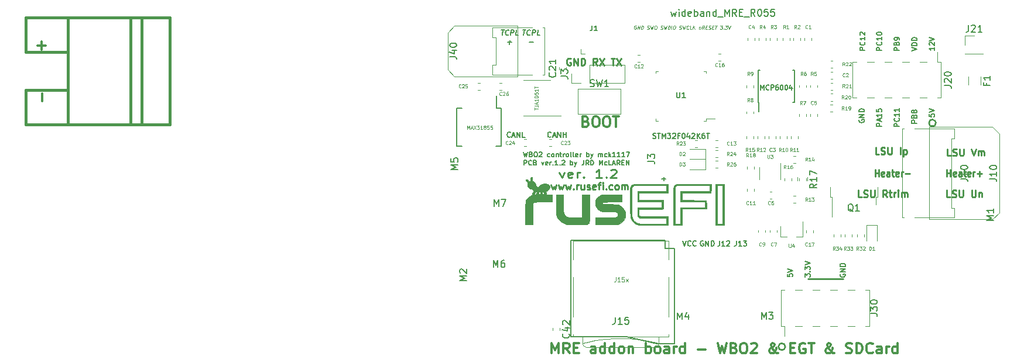
<source format=gbr>
G04 #@! TF.GenerationSoftware,KiCad,Pcbnew,5.1.5+dfsg1-2build2*
G04 #@! TF.CreationDate,2021-11-24T22:43:35+01:00*
G04 #@! TF.ProjectId,wideband_controller_mre,77696465-6261-46e6-945f-636f6e74726f,V1.2*
G04 #@! TF.SameCoordinates,Original*
G04 #@! TF.FileFunction,Legend,Top*
G04 #@! TF.FilePolarity,Positive*
%FSLAX46Y46*%
G04 Gerber Fmt 4.6, Leading zero omitted, Abs format (unit mm)*
G04 Created by KiCad (PCBNEW 5.1.5+dfsg1-2build2) date 2021-11-24 22:43:35*
%MOMM*%
%LPD*%
G04 APERTURE LIST*
%ADD10C,0.125000*%
%ADD11C,0.150000*%
%ADD12C,0.187500*%
%ADD13C,0.225000*%
%ADD14C,0.250000*%
%ADD15C,0.300000*%
%ADD16C,0.120000*%
%ADD17C,0.381000*%
%ADD18C,0.254000*%
%ADD19C,0.127000*%
%ADD20C,0.010000*%
%ADD21C,0.304800*%
%ADD22C,0.130000*%
%ADD23C,0.101600*%
G04 APERTURE END LIST*
D10*
X78290476Y-141226190D02*
X78290476Y-140726190D01*
X78457142Y-141083333D01*
X78623809Y-140726190D01*
X78623809Y-141226190D01*
X78838095Y-141083333D02*
X79076190Y-141083333D01*
X78790476Y-141226190D02*
X78957142Y-140726190D01*
X79123809Y-141226190D01*
X79242857Y-140726190D02*
X79576190Y-141226190D01*
X79576190Y-140726190D02*
X79242857Y-141226190D01*
X79719047Y-140726190D02*
X80028571Y-140726190D01*
X79861904Y-140916666D01*
X79933333Y-140916666D01*
X79980952Y-140940476D01*
X80004761Y-140964285D01*
X80028571Y-141011904D01*
X80028571Y-141130952D01*
X80004761Y-141178571D01*
X79980952Y-141202380D01*
X79933333Y-141226190D01*
X79790476Y-141226190D01*
X79742857Y-141202380D01*
X79719047Y-141178571D01*
X80504761Y-141226190D02*
X80219047Y-141226190D01*
X80361904Y-141226190D02*
X80361904Y-140726190D01*
X80314285Y-140797619D01*
X80266666Y-140845238D01*
X80219047Y-140869047D01*
X80790476Y-140940476D02*
X80742857Y-140916666D01*
X80719047Y-140892857D01*
X80695238Y-140845238D01*
X80695238Y-140821428D01*
X80719047Y-140773809D01*
X80742857Y-140750000D01*
X80790476Y-140726190D01*
X80885714Y-140726190D01*
X80933333Y-140750000D01*
X80957142Y-140773809D01*
X80980952Y-140821428D01*
X80980952Y-140845238D01*
X80957142Y-140892857D01*
X80933333Y-140916666D01*
X80885714Y-140940476D01*
X80790476Y-140940476D01*
X80742857Y-140964285D01*
X80719047Y-140988095D01*
X80695238Y-141035714D01*
X80695238Y-141130952D01*
X80719047Y-141178571D01*
X80742857Y-141202380D01*
X80790476Y-141226190D01*
X80885714Y-141226190D01*
X80933333Y-141202380D01*
X80957142Y-141178571D01*
X80980952Y-141130952D01*
X80980952Y-141035714D01*
X80957142Y-140988095D01*
X80933333Y-140964285D01*
X80885714Y-140940476D01*
X81433333Y-140726190D02*
X81195238Y-140726190D01*
X81171428Y-140964285D01*
X81195238Y-140940476D01*
X81242857Y-140916666D01*
X81361904Y-140916666D01*
X81409523Y-140940476D01*
X81433333Y-140964285D01*
X81457142Y-141011904D01*
X81457142Y-141130952D01*
X81433333Y-141178571D01*
X81409523Y-141202380D01*
X81361904Y-141226190D01*
X81242857Y-141226190D01*
X81195238Y-141202380D01*
X81171428Y-141178571D01*
X81909523Y-140726190D02*
X81671428Y-140726190D01*
X81647619Y-140964285D01*
X81671428Y-140940476D01*
X81719047Y-140916666D01*
X81838095Y-140916666D01*
X81885714Y-140940476D01*
X81909523Y-140964285D01*
X81933333Y-141011904D01*
X81933333Y-141130952D01*
X81909523Y-141178571D01*
X81885714Y-141202380D01*
X81838095Y-141226190D01*
X81719047Y-141226190D01*
X81671428Y-141202380D01*
X81647619Y-141178571D01*
X88026190Y-138390476D02*
X88026190Y-138104761D01*
X88526190Y-138247619D02*
X88026190Y-138247619D01*
X88026190Y-137795238D02*
X88383333Y-137795238D01*
X88454761Y-137819047D01*
X88502380Y-137866666D01*
X88526190Y-137938095D01*
X88526190Y-137985714D01*
X88383333Y-137580952D02*
X88383333Y-137342857D01*
X88526190Y-137628571D02*
X88026190Y-137461904D01*
X88526190Y-137295238D01*
X88526190Y-136866666D02*
X88526190Y-137152380D01*
X88526190Y-137009523D02*
X88026190Y-137009523D01*
X88097619Y-137057142D01*
X88145238Y-137104761D01*
X88169047Y-137152380D01*
X88026190Y-136557142D02*
X88026190Y-136509523D01*
X88050000Y-136461904D01*
X88073809Y-136438095D01*
X88121428Y-136414285D01*
X88216666Y-136390476D01*
X88335714Y-136390476D01*
X88430952Y-136414285D01*
X88478571Y-136438095D01*
X88502380Y-136461904D01*
X88526190Y-136509523D01*
X88526190Y-136557142D01*
X88502380Y-136604761D01*
X88478571Y-136628571D01*
X88430952Y-136652380D01*
X88335714Y-136676190D01*
X88216666Y-136676190D01*
X88121428Y-136652380D01*
X88073809Y-136628571D01*
X88050000Y-136604761D01*
X88026190Y-136557142D01*
X88026190Y-135938095D02*
X88026190Y-136176190D01*
X88264285Y-136200000D01*
X88240476Y-136176190D01*
X88216666Y-136128571D01*
X88216666Y-136009523D01*
X88240476Y-135961904D01*
X88264285Y-135938095D01*
X88311904Y-135914285D01*
X88430952Y-135914285D01*
X88478571Y-135938095D01*
X88502380Y-135961904D01*
X88526190Y-136009523D01*
X88526190Y-136128571D01*
X88502380Y-136176190D01*
X88478571Y-136200000D01*
X88526190Y-135438095D02*
X88526190Y-135723809D01*
X88526190Y-135580952D02*
X88026190Y-135580952D01*
X88097619Y-135628571D01*
X88145238Y-135676190D01*
X88169047Y-135723809D01*
X88026190Y-135295238D02*
X88026190Y-135009523D01*
X88526190Y-135152380D02*
X88026190Y-135152380D01*
D11*
X120733333Y-135516666D02*
X120733333Y-134816666D01*
X120966666Y-135316666D01*
X121200000Y-134816666D01*
X121200000Y-135516666D01*
X121933333Y-135450000D02*
X121900000Y-135483333D01*
X121800000Y-135516666D01*
X121733333Y-135516666D01*
X121633333Y-135483333D01*
X121566666Y-135416666D01*
X121533333Y-135350000D01*
X121500000Y-135216666D01*
X121500000Y-135116666D01*
X121533333Y-134983333D01*
X121566666Y-134916666D01*
X121633333Y-134850000D01*
X121733333Y-134816666D01*
X121800000Y-134816666D01*
X121900000Y-134850000D01*
X121933333Y-134883333D01*
X122233333Y-135516666D02*
X122233333Y-134816666D01*
X122500000Y-134816666D01*
X122566666Y-134850000D01*
X122600000Y-134883333D01*
X122633333Y-134950000D01*
X122633333Y-135050000D01*
X122600000Y-135116666D01*
X122566666Y-135150000D01*
X122500000Y-135183333D01*
X122233333Y-135183333D01*
X123233333Y-134816666D02*
X123100000Y-134816666D01*
X123033333Y-134850000D01*
X123000000Y-134883333D01*
X122933333Y-134983333D01*
X122900000Y-135116666D01*
X122900000Y-135383333D01*
X122933333Y-135450000D01*
X122966666Y-135483333D01*
X123033333Y-135516666D01*
X123166666Y-135516666D01*
X123233333Y-135483333D01*
X123266666Y-135450000D01*
X123300000Y-135383333D01*
X123300000Y-135216666D01*
X123266666Y-135150000D01*
X123233333Y-135116666D01*
X123166666Y-135083333D01*
X123033333Y-135083333D01*
X122966666Y-135116666D01*
X122933333Y-135150000D01*
X122900000Y-135216666D01*
X123733333Y-134816666D02*
X123800000Y-134816666D01*
X123866666Y-134850000D01*
X123900000Y-134883333D01*
X123933333Y-134950000D01*
X123966666Y-135083333D01*
X123966666Y-135250000D01*
X123933333Y-135383333D01*
X123900000Y-135450000D01*
X123866666Y-135483333D01*
X123800000Y-135516666D01*
X123733333Y-135516666D01*
X123666666Y-135483333D01*
X123633333Y-135450000D01*
X123600000Y-135383333D01*
X123566666Y-135250000D01*
X123566666Y-135083333D01*
X123600000Y-134950000D01*
X123633333Y-134883333D01*
X123666666Y-134850000D01*
X123733333Y-134816666D01*
X124400000Y-134816666D02*
X124466666Y-134816666D01*
X124533333Y-134850000D01*
X124566666Y-134883333D01*
X124600000Y-134950000D01*
X124633333Y-135083333D01*
X124633333Y-135250000D01*
X124600000Y-135383333D01*
X124566666Y-135450000D01*
X124533333Y-135483333D01*
X124466666Y-135516666D01*
X124400000Y-135516666D01*
X124333333Y-135483333D01*
X124300000Y-135450000D01*
X124266666Y-135383333D01*
X124233333Y-135250000D01*
X124233333Y-135083333D01*
X124266666Y-134950000D01*
X124300000Y-134883333D01*
X124333333Y-134850000D01*
X124400000Y-134816666D01*
X125233333Y-135050000D02*
X125233333Y-135516666D01*
X125066666Y-134783333D02*
X124900000Y-135283333D01*
X125333333Y-135283333D01*
X105146428Y-142503571D02*
X105253571Y-142539285D01*
X105432142Y-142539285D01*
X105503571Y-142503571D01*
X105539285Y-142467857D01*
X105575000Y-142396428D01*
X105575000Y-142325000D01*
X105539285Y-142253571D01*
X105503571Y-142217857D01*
X105432142Y-142182142D01*
X105289285Y-142146428D01*
X105217857Y-142110714D01*
X105182142Y-142075000D01*
X105146428Y-142003571D01*
X105146428Y-141932142D01*
X105182142Y-141860714D01*
X105217857Y-141825000D01*
X105289285Y-141789285D01*
X105467857Y-141789285D01*
X105575000Y-141825000D01*
X105789285Y-141789285D02*
X106217857Y-141789285D01*
X106003571Y-142539285D02*
X106003571Y-141789285D01*
X106467857Y-142539285D02*
X106467857Y-141789285D01*
X106717857Y-142325000D01*
X106967857Y-141789285D01*
X106967857Y-142539285D01*
X107253571Y-141789285D02*
X107717857Y-141789285D01*
X107467857Y-142075000D01*
X107575000Y-142075000D01*
X107646428Y-142110714D01*
X107682142Y-142146428D01*
X107717857Y-142217857D01*
X107717857Y-142396428D01*
X107682142Y-142467857D01*
X107646428Y-142503571D01*
X107575000Y-142539285D01*
X107360714Y-142539285D01*
X107289285Y-142503571D01*
X107253571Y-142467857D01*
X108003571Y-141860714D02*
X108039285Y-141825000D01*
X108110714Y-141789285D01*
X108289285Y-141789285D01*
X108360714Y-141825000D01*
X108396428Y-141860714D01*
X108432142Y-141932142D01*
X108432142Y-142003571D01*
X108396428Y-142110714D01*
X107967857Y-142539285D01*
X108432142Y-142539285D01*
X109003571Y-142146428D02*
X108753571Y-142146428D01*
X108753571Y-142539285D02*
X108753571Y-141789285D01*
X109110714Y-141789285D01*
X109539285Y-141789285D02*
X109610714Y-141789285D01*
X109682142Y-141825000D01*
X109717857Y-141860714D01*
X109753571Y-141932142D01*
X109789285Y-142075000D01*
X109789285Y-142253571D01*
X109753571Y-142396428D01*
X109717857Y-142467857D01*
X109682142Y-142503571D01*
X109610714Y-142539285D01*
X109539285Y-142539285D01*
X109467857Y-142503571D01*
X109432142Y-142467857D01*
X109396428Y-142396428D01*
X109360714Y-142253571D01*
X109360714Y-142075000D01*
X109396428Y-141932142D01*
X109432142Y-141860714D01*
X109467857Y-141825000D01*
X109539285Y-141789285D01*
X110432142Y-142039285D02*
X110432142Y-142539285D01*
X110253571Y-141753571D02*
X110075000Y-142289285D01*
X110539285Y-142289285D01*
X110789285Y-141860714D02*
X110825000Y-141825000D01*
X110896428Y-141789285D01*
X111075000Y-141789285D01*
X111146428Y-141825000D01*
X111182142Y-141860714D01*
X111217857Y-141932142D01*
X111217857Y-142003571D01*
X111182142Y-142110714D01*
X110753571Y-142539285D01*
X111217857Y-142539285D01*
X111539285Y-142539285D02*
X111539285Y-141789285D01*
X111967857Y-142539285D02*
X111646428Y-142110714D01*
X111967857Y-141789285D02*
X111539285Y-142217857D01*
X112610714Y-141789285D02*
X112467857Y-141789285D01*
X112396428Y-141825000D01*
X112360714Y-141860714D01*
X112289285Y-141967857D01*
X112253571Y-142110714D01*
X112253571Y-142396428D01*
X112289285Y-142467857D01*
X112325000Y-142503571D01*
X112396428Y-142539285D01*
X112539285Y-142539285D01*
X112610714Y-142503571D01*
X112646428Y-142467857D01*
X112682142Y-142396428D01*
X112682142Y-142217857D01*
X112646428Y-142146428D01*
X112610714Y-142110714D01*
X112539285Y-142075000D01*
X112396428Y-142075000D01*
X112325000Y-142110714D01*
X112289285Y-142146428D01*
X112253571Y-142217857D01*
X112896428Y-141789285D02*
X113325000Y-141789285D01*
X113110714Y-142539285D02*
X113110714Y-141789285D01*
D12*
X86344810Y-126833035D02*
X86773381Y-126833035D01*
X86465345Y-127583035D02*
X86559095Y-126833035D01*
X87367131Y-127511607D02*
X87326953Y-127547321D01*
X87215345Y-127583035D01*
X87143917Y-127583035D01*
X87041238Y-127547321D01*
X86978738Y-127475892D01*
X86951953Y-127404464D01*
X86934095Y-127261607D01*
X86947488Y-127154464D01*
X87001060Y-127011607D01*
X87045703Y-126940178D01*
X87126060Y-126868750D01*
X87237667Y-126833035D01*
X87309095Y-126833035D01*
X87411774Y-126868750D01*
X87443024Y-126904464D01*
X87679631Y-127583035D02*
X87773381Y-126833035D01*
X88059095Y-126833035D01*
X88126060Y-126868750D01*
X88157310Y-126904464D01*
X88184095Y-126975892D01*
X88170703Y-127083035D01*
X88126060Y-127154464D01*
X88085881Y-127190178D01*
X88009988Y-127225892D01*
X87724274Y-127225892D01*
X88786774Y-127583035D02*
X88429631Y-127583035D01*
X88523381Y-126833035D01*
X87268917Y-128609821D02*
X87840345Y-128609821D01*
X83244810Y-126833035D02*
X83673381Y-126833035D01*
X83365345Y-127583035D02*
X83459095Y-126833035D01*
X84267131Y-127511607D02*
X84226953Y-127547321D01*
X84115345Y-127583035D01*
X84043917Y-127583035D01*
X83941238Y-127547321D01*
X83878738Y-127475892D01*
X83851953Y-127404464D01*
X83834095Y-127261607D01*
X83847488Y-127154464D01*
X83901060Y-127011607D01*
X83945703Y-126940178D01*
X84026060Y-126868750D01*
X84137667Y-126833035D01*
X84209095Y-126833035D01*
X84311774Y-126868750D01*
X84343024Y-126904464D01*
X84579631Y-127583035D02*
X84673381Y-126833035D01*
X84959095Y-126833035D01*
X85026060Y-126868750D01*
X85057310Y-126904464D01*
X85084095Y-126975892D01*
X85070703Y-127083035D01*
X85026060Y-127154464D01*
X84985881Y-127190178D01*
X84909988Y-127225892D01*
X84624274Y-127225892D01*
X85686774Y-127583035D02*
X85329631Y-127583035D01*
X85423381Y-126833035D01*
X84168917Y-128609821D02*
X84740345Y-128609821D01*
X84418917Y-128895535D02*
X84490345Y-128324107D01*
D13*
X137271428Y-148052380D02*
X137271428Y-147052380D01*
X137271428Y-147528571D02*
X137785714Y-147528571D01*
X137785714Y-148052380D02*
X137785714Y-147052380D01*
X138557142Y-148004761D02*
X138471428Y-148052380D01*
X138300000Y-148052380D01*
X138214285Y-148004761D01*
X138171428Y-147909523D01*
X138171428Y-147528571D01*
X138214285Y-147433333D01*
X138300000Y-147385714D01*
X138471428Y-147385714D01*
X138557142Y-147433333D01*
X138600000Y-147528571D01*
X138600000Y-147623809D01*
X138171428Y-147719047D01*
X139371428Y-148052380D02*
X139371428Y-147528571D01*
X139328571Y-147433333D01*
X139242857Y-147385714D01*
X139071428Y-147385714D01*
X138985714Y-147433333D01*
X139371428Y-148004761D02*
X139285714Y-148052380D01*
X139071428Y-148052380D01*
X138985714Y-148004761D01*
X138942857Y-147909523D01*
X138942857Y-147814285D01*
X138985714Y-147719047D01*
X139071428Y-147671428D01*
X139285714Y-147671428D01*
X139371428Y-147623809D01*
X139671428Y-147385714D02*
X140014285Y-147385714D01*
X139800000Y-147052380D02*
X139800000Y-147909523D01*
X139842857Y-148004761D01*
X139928571Y-148052380D01*
X140014285Y-148052380D01*
X140657142Y-148004761D02*
X140571428Y-148052380D01*
X140400000Y-148052380D01*
X140314285Y-148004761D01*
X140271428Y-147909523D01*
X140271428Y-147528571D01*
X140314285Y-147433333D01*
X140400000Y-147385714D01*
X140571428Y-147385714D01*
X140657142Y-147433333D01*
X140700000Y-147528571D01*
X140700000Y-147623809D01*
X140271428Y-147719047D01*
X141085714Y-148052380D02*
X141085714Y-147385714D01*
X141085714Y-147576190D02*
X141128571Y-147480952D01*
X141171428Y-147433333D01*
X141257142Y-147385714D01*
X141342857Y-147385714D01*
X141642857Y-147671428D02*
X142328571Y-147671428D01*
D14*
X148152380Y-151052380D02*
X147676190Y-151052380D01*
X147676190Y-150052380D01*
X148438095Y-151004761D02*
X148580952Y-151052380D01*
X148819047Y-151052380D01*
X148914285Y-151004761D01*
X148961904Y-150957142D01*
X149009523Y-150861904D01*
X149009523Y-150766666D01*
X148961904Y-150671428D01*
X148914285Y-150623809D01*
X148819047Y-150576190D01*
X148628571Y-150528571D01*
X148533333Y-150480952D01*
X148485714Y-150433333D01*
X148438095Y-150338095D01*
X148438095Y-150242857D01*
X148485714Y-150147619D01*
X148533333Y-150100000D01*
X148628571Y-150052380D01*
X148866666Y-150052380D01*
X149009523Y-150100000D01*
X149438095Y-150052380D02*
X149438095Y-150861904D01*
X149485714Y-150957142D01*
X149533333Y-151004761D01*
X149628571Y-151052380D01*
X149819047Y-151052380D01*
X149914285Y-151004761D01*
X149961904Y-150957142D01*
X150009523Y-150861904D01*
X150009523Y-150052380D01*
X151247619Y-150052380D02*
X151247619Y-150861904D01*
X151295238Y-150957142D01*
X151342857Y-151004761D01*
X151438095Y-151052380D01*
X151628571Y-151052380D01*
X151723809Y-151004761D01*
X151771428Y-150957142D01*
X151819047Y-150861904D01*
X151819047Y-150052380D01*
X152295238Y-150385714D02*
X152295238Y-151052380D01*
X152295238Y-150480952D02*
X152342857Y-150433333D01*
X152438095Y-150385714D01*
X152580952Y-150385714D01*
X152676190Y-150433333D01*
X152723809Y-150528571D01*
X152723809Y-151052380D01*
X148233333Y-145052380D02*
X147757142Y-145052380D01*
X147757142Y-144052380D01*
X148519047Y-145004761D02*
X148661904Y-145052380D01*
X148900000Y-145052380D01*
X148995238Y-145004761D01*
X149042857Y-144957142D01*
X149090476Y-144861904D01*
X149090476Y-144766666D01*
X149042857Y-144671428D01*
X148995238Y-144623809D01*
X148900000Y-144576190D01*
X148709523Y-144528571D01*
X148614285Y-144480952D01*
X148566666Y-144433333D01*
X148519047Y-144338095D01*
X148519047Y-144242857D01*
X148566666Y-144147619D01*
X148614285Y-144100000D01*
X148709523Y-144052380D01*
X148947619Y-144052380D01*
X149090476Y-144100000D01*
X149519047Y-144052380D02*
X149519047Y-144861904D01*
X149566666Y-144957142D01*
X149614285Y-145004761D01*
X149709523Y-145052380D01*
X149900000Y-145052380D01*
X149995238Y-145004761D01*
X150042857Y-144957142D01*
X150090476Y-144861904D01*
X150090476Y-144052380D01*
X151185714Y-144052380D02*
X151519047Y-145052380D01*
X151852380Y-144052380D01*
X152185714Y-145052380D02*
X152185714Y-144385714D01*
X152185714Y-144480952D02*
X152233333Y-144433333D01*
X152328571Y-144385714D01*
X152471428Y-144385714D01*
X152566666Y-144433333D01*
X152614285Y-144528571D01*
X152614285Y-145052380D01*
X152614285Y-144528571D02*
X152661904Y-144433333D01*
X152757142Y-144385714D01*
X152900000Y-144385714D01*
X152995238Y-144433333D01*
X153042857Y-144528571D01*
X153042857Y-145052380D01*
X135328571Y-151052380D02*
X134852380Y-151052380D01*
X134852380Y-150052380D01*
X135614285Y-151004761D02*
X135757142Y-151052380D01*
X135995238Y-151052380D01*
X136090476Y-151004761D01*
X136138095Y-150957142D01*
X136185714Y-150861904D01*
X136185714Y-150766666D01*
X136138095Y-150671428D01*
X136090476Y-150623809D01*
X135995238Y-150576190D01*
X135804761Y-150528571D01*
X135709523Y-150480952D01*
X135661904Y-150433333D01*
X135614285Y-150338095D01*
X135614285Y-150242857D01*
X135661904Y-150147619D01*
X135709523Y-150100000D01*
X135804761Y-150052380D01*
X136042857Y-150052380D01*
X136185714Y-150100000D01*
X136614285Y-150052380D02*
X136614285Y-150861904D01*
X136661904Y-150957142D01*
X136709523Y-151004761D01*
X136804761Y-151052380D01*
X136995238Y-151052380D01*
X137090476Y-151004761D01*
X137138095Y-150957142D01*
X137185714Y-150861904D01*
X137185714Y-150052380D01*
X138995238Y-151052380D02*
X138661904Y-150576190D01*
X138423809Y-151052380D02*
X138423809Y-150052380D01*
X138804761Y-150052380D01*
X138900000Y-150100000D01*
X138947619Y-150147619D01*
X138995238Y-150242857D01*
X138995238Y-150385714D01*
X138947619Y-150480952D01*
X138900000Y-150528571D01*
X138804761Y-150576190D01*
X138423809Y-150576190D01*
X139280952Y-150385714D02*
X139661904Y-150385714D01*
X139423809Y-150052380D02*
X139423809Y-150909523D01*
X139471428Y-151004761D01*
X139566666Y-151052380D01*
X139661904Y-151052380D01*
X139995238Y-151052380D02*
X139995238Y-150385714D01*
X139995238Y-150576190D02*
X140042857Y-150480952D01*
X140090476Y-150433333D01*
X140185714Y-150385714D01*
X140280952Y-150385714D01*
X140614285Y-151052380D02*
X140614285Y-150385714D01*
X140614285Y-150052380D02*
X140566666Y-150100000D01*
X140614285Y-150147619D01*
X140661904Y-150100000D01*
X140614285Y-150052380D01*
X140614285Y-150147619D01*
X141090476Y-151052380D02*
X141090476Y-150385714D01*
X141090476Y-150480952D02*
X141138095Y-150433333D01*
X141233333Y-150385714D01*
X141376190Y-150385714D01*
X141471428Y-150433333D01*
X141519047Y-150528571D01*
X141519047Y-151052380D01*
X141519047Y-150528571D02*
X141566666Y-150433333D01*
X141661904Y-150385714D01*
X141804761Y-150385714D01*
X141900000Y-150433333D01*
X141947619Y-150528571D01*
X141947619Y-151052380D01*
D13*
X147671428Y-148052380D02*
X147671428Y-147052380D01*
X147671428Y-147528571D02*
X148185714Y-147528571D01*
X148185714Y-148052380D02*
X148185714Y-147052380D01*
X148957142Y-148004761D02*
X148871428Y-148052380D01*
X148700000Y-148052380D01*
X148614285Y-148004761D01*
X148571428Y-147909523D01*
X148571428Y-147528571D01*
X148614285Y-147433333D01*
X148700000Y-147385714D01*
X148871428Y-147385714D01*
X148957142Y-147433333D01*
X149000000Y-147528571D01*
X149000000Y-147623809D01*
X148571428Y-147719047D01*
X149771428Y-148052380D02*
X149771428Y-147528571D01*
X149728571Y-147433333D01*
X149642857Y-147385714D01*
X149471428Y-147385714D01*
X149385714Y-147433333D01*
X149771428Y-148004761D02*
X149685714Y-148052380D01*
X149471428Y-148052380D01*
X149385714Y-148004761D01*
X149342857Y-147909523D01*
X149342857Y-147814285D01*
X149385714Y-147719047D01*
X149471428Y-147671428D01*
X149685714Y-147671428D01*
X149771428Y-147623809D01*
X150071428Y-147385714D02*
X150414285Y-147385714D01*
X150200000Y-147052380D02*
X150200000Y-147909523D01*
X150242857Y-148004761D01*
X150328571Y-148052380D01*
X150414285Y-148052380D01*
X151057142Y-148004761D02*
X150971428Y-148052380D01*
X150800000Y-148052380D01*
X150714285Y-148004761D01*
X150671428Y-147909523D01*
X150671428Y-147528571D01*
X150714285Y-147433333D01*
X150800000Y-147385714D01*
X150971428Y-147385714D01*
X151057142Y-147433333D01*
X151100000Y-147528571D01*
X151100000Y-147623809D01*
X150671428Y-147719047D01*
X151485714Y-148052380D02*
X151485714Y-147385714D01*
X151485714Y-147576190D02*
X151528571Y-147480952D01*
X151571428Y-147433333D01*
X151657142Y-147385714D01*
X151742857Y-147385714D01*
X152042857Y-147671428D02*
X152728571Y-147671428D01*
X152385714Y-148052380D02*
X152385714Y-147290476D01*
D14*
X137838095Y-144852380D02*
X137361904Y-144852380D01*
X137361904Y-143852380D01*
X138123809Y-144804761D02*
X138266666Y-144852380D01*
X138504761Y-144852380D01*
X138600000Y-144804761D01*
X138647619Y-144757142D01*
X138695238Y-144661904D01*
X138695238Y-144566666D01*
X138647619Y-144471428D01*
X138600000Y-144423809D01*
X138504761Y-144376190D01*
X138314285Y-144328571D01*
X138219047Y-144280952D01*
X138171428Y-144233333D01*
X138123809Y-144138095D01*
X138123809Y-144042857D01*
X138171428Y-143947619D01*
X138219047Y-143900000D01*
X138314285Y-143852380D01*
X138552380Y-143852380D01*
X138695238Y-143900000D01*
X139123809Y-143852380D02*
X139123809Y-144661904D01*
X139171428Y-144757142D01*
X139219047Y-144804761D01*
X139314285Y-144852380D01*
X139504761Y-144852380D01*
X139600000Y-144804761D01*
X139647619Y-144757142D01*
X139695238Y-144661904D01*
X139695238Y-143852380D01*
X140933333Y-144852380D02*
X140933333Y-143852380D01*
X141409523Y-144185714D02*
X141409523Y-145185714D01*
X141409523Y-144233333D02*
X141504761Y-144185714D01*
X141695238Y-144185714D01*
X141790476Y-144233333D01*
X141838095Y-144280952D01*
X141885714Y-144376190D01*
X141885714Y-144661904D01*
X141838095Y-144757142D01*
X141790476Y-144804761D01*
X141695238Y-144852380D01*
X141504761Y-144852380D01*
X141409523Y-144804761D01*
X91621428Y-147442857D02*
X91978571Y-148242857D01*
X92335714Y-147442857D01*
X93478571Y-148185714D02*
X93335714Y-148242857D01*
X93050000Y-148242857D01*
X92907142Y-148185714D01*
X92835714Y-148071428D01*
X92835714Y-147614285D01*
X92907142Y-147500000D01*
X93050000Y-147442857D01*
X93335714Y-147442857D01*
X93478571Y-147500000D01*
X93550000Y-147614285D01*
X93550000Y-147728571D01*
X92835714Y-147842857D01*
X94192857Y-148242857D02*
X94192857Y-147442857D01*
X94192857Y-147671428D02*
X94264285Y-147557142D01*
X94335714Y-147500000D01*
X94478571Y-147442857D01*
X94621428Y-147442857D01*
X95121428Y-148128571D02*
X95192857Y-148185714D01*
X95121428Y-148242857D01*
X95050000Y-148185714D01*
X95121428Y-148128571D01*
X95121428Y-148242857D01*
X97764285Y-148242857D02*
X96907142Y-148242857D01*
X97335714Y-148242857D02*
X97335714Y-147042857D01*
X97192857Y-147214285D01*
X97050000Y-147328571D01*
X96907142Y-147385714D01*
X98407142Y-148128571D02*
X98478571Y-148185714D01*
X98407142Y-148242857D01*
X98335714Y-148185714D01*
X98407142Y-148128571D01*
X98407142Y-148242857D01*
X99050000Y-147157142D02*
X99121428Y-147100000D01*
X99264285Y-147042857D01*
X99621428Y-147042857D01*
X99764285Y-147100000D01*
X99835714Y-147157142D01*
X99907142Y-147271428D01*
X99907142Y-147385714D01*
X99835714Y-147557142D01*
X98978571Y-148242857D01*
X99907142Y-148242857D01*
D11*
X86433333Y-144516666D02*
X86600000Y-145216666D01*
X86733333Y-144716666D01*
X86866666Y-145216666D01*
X87033333Y-144516666D01*
X87533333Y-144850000D02*
X87633333Y-144883333D01*
X87666666Y-144916666D01*
X87700000Y-144983333D01*
X87700000Y-145083333D01*
X87666666Y-145150000D01*
X87633333Y-145183333D01*
X87566666Y-145216666D01*
X87300000Y-145216666D01*
X87300000Y-144516666D01*
X87533333Y-144516666D01*
X87600000Y-144550000D01*
X87633333Y-144583333D01*
X87666666Y-144650000D01*
X87666666Y-144716666D01*
X87633333Y-144783333D01*
X87600000Y-144816666D01*
X87533333Y-144850000D01*
X87300000Y-144850000D01*
X88133333Y-144516666D02*
X88266666Y-144516666D01*
X88333333Y-144550000D01*
X88400000Y-144616666D01*
X88433333Y-144750000D01*
X88433333Y-144983333D01*
X88400000Y-145116666D01*
X88333333Y-145183333D01*
X88266666Y-145216666D01*
X88133333Y-145216666D01*
X88066666Y-145183333D01*
X88000000Y-145116666D01*
X87966666Y-144983333D01*
X87966666Y-144750000D01*
X88000000Y-144616666D01*
X88066666Y-144550000D01*
X88133333Y-144516666D01*
X88700000Y-144583333D02*
X88733333Y-144550000D01*
X88800000Y-144516666D01*
X88966666Y-144516666D01*
X89033333Y-144550000D01*
X89066666Y-144583333D01*
X89100000Y-144650000D01*
X89100000Y-144716666D01*
X89066666Y-144816666D01*
X88666666Y-145216666D01*
X89100000Y-145216666D01*
X90233333Y-145183333D02*
X90166666Y-145216666D01*
X90033333Y-145216666D01*
X89966666Y-145183333D01*
X89933333Y-145150000D01*
X89900000Y-145083333D01*
X89900000Y-144883333D01*
X89933333Y-144816666D01*
X89966666Y-144783333D01*
X90033333Y-144750000D01*
X90166666Y-144750000D01*
X90233333Y-144783333D01*
X90633333Y-145216666D02*
X90566666Y-145183333D01*
X90533333Y-145150000D01*
X90500000Y-145083333D01*
X90500000Y-144883333D01*
X90533333Y-144816666D01*
X90566666Y-144783333D01*
X90633333Y-144750000D01*
X90733333Y-144750000D01*
X90800000Y-144783333D01*
X90833333Y-144816666D01*
X90866666Y-144883333D01*
X90866666Y-145083333D01*
X90833333Y-145150000D01*
X90800000Y-145183333D01*
X90733333Y-145216666D01*
X90633333Y-145216666D01*
X91166666Y-144750000D02*
X91166666Y-145216666D01*
X91166666Y-144816666D02*
X91200000Y-144783333D01*
X91266666Y-144750000D01*
X91366666Y-144750000D01*
X91433333Y-144783333D01*
X91466666Y-144850000D01*
X91466666Y-145216666D01*
X91700000Y-144750000D02*
X91966666Y-144750000D01*
X91800000Y-144516666D02*
X91800000Y-145116666D01*
X91833333Y-145183333D01*
X91900000Y-145216666D01*
X91966666Y-145216666D01*
X92200000Y-145216666D02*
X92200000Y-144750000D01*
X92200000Y-144883333D02*
X92233333Y-144816666D01*
X92266666Y-144783333D01*
X92333333Y-144750000D01*
X92400000Y-144750000D01*
X92733333Y-145216666D02*
X92666666Y-145183333D01*
X92633333Y-145150000D01*
X92600000Y-145083333D01*
X92600000Y-144883333D01*
X92633333Y-144816666D01*
X92666666Y-144783333D01*
X92733333Y-144750000D01*
X92833333Y-144750000D01*
X92900000Y-144783333D01*
X92933333Y-144816666D01*
X92966666Y-144883333D01*
X92966666Y-145083333D01*
X92933333Y-145150000D01*
X92900000Y-145183333D01*
X92833333Y-145216666D01*
X92733333Y-145216666D01*
X93366666Y-145216666D02*
X93300000Y-145183333D01*
X93266666Y-145116666D01*
X93266666Y-144516666D01*
X93733333Y-145216666D02*
X93666666Y-145183333D01*
X93633333Y-145116666D01*
X93633333Y-144516666D01*
X94266666Y-145183333D02*
X94200000Y-145216666D01*
X94066666Y-145216666D01*
X94000000Y-145183333D01*
X93966666Y-145116666D01*
X93966666Y-144850000D01*
X94000000Y-144783333D01*
X94066666Y-144750000D01*
X94200000Y-144750000D01*
X94266666Y-144783333D01*
X94300000Y-144850000D01*
X94300000Y-144916666D01*
X93966666Y-144983333D01*
X94600000Y-145216666D02*
X94600000Y-144750000D01*
X94600000Y-144883333D02*
X94633333Y-144816666D01*
X94666666Y-144783333D01*
X94733333Y-144750000D01*
X94800000Y-144750000D01*
X95566666Y-145216666D02*
X95566666Y-144516666D01*
X95566666Y-144783333D02*
X95633333Y-144750000D01*
X95766666Y-144750000D01*
X95833333Y-144783333D01*
X95866666Y-144816666D01*
X95900000Y-144883333D01*
X95900000Y-145083333D01*
X95866666Y-145150000D01*
X95833333Y-145183333D01*
X95766666Y-145216666D01*
X95633333Y-145216666D01*
X95566666Y-145183333D01*
X96133333Y-144750000D02*
X96300000Y-145216666D01*
X96466666Y-144750000D02*
X96300000Y-145216666D01*
X96233333Y-145383333D01*
X96200000Y-145416666D01*
X96133333Y-145450000D01*
X97266666Y-145216666D02*
X97266666Y-144750000D01*
X97266666Y-144816666D02*
X97300000Y-144783333D01*
X97366666Y-144750000D01*
X97466666Y-144750000D01*
X97533333Y-144783333D01*
X97566666Y-144850000D01*
X97566666Y-145216666D01*
X97566666Y-144850000D02*
X97600000Y-144783333D01*
X97666666Y-144750000D01*
X97766666Y-144750000D01*
X97833333Y-144783333D01*
X97866666Y-144850000D01*
X97866666Y-145216666D01*
X98500000Y-145183333D02*
X98433333Y-145216666D01*
X98300000Y-145216666D01*
X98233333Y-145183333D01*
X98200000Y-145150000D01*
X98166666Y-145083333D01*
X98166666Y-144883333D01*
X98200000Y-144816666D01*
X98233333Y-144783333D01*
X98300000Y-144750000D01*
X98433333Y-144750000D01*
X98500000Y-144783333D01*
X98800000Y-145216666D02*
X98800000Y-144516666D01*
X98866666Y-144950000D02*
X99066666Y-145216666D01*
X99066666Y-144750000D02*
X98800000Y-145016666D01*
X99733333Y-145216666D02*
X99333333Y-145216666D01*
X99533333Y-145216666D02*
X99533333Y-144516666D01*
X99466666Y-144616666D01*
X99400000Y-144683333D01*
X99333333Y-144716666D01*
X100400000Y-145216666D02*
X100000000Y-145216666D01*
X100200000Y-145216666D02*
X100200000Y-144516666D01*
X100133333Y-144616666D01*
X100066666Y-144683333D01*
X100000000Y-144716666D01*
X101066666Y-145216666D02*
X100666666Y-145216666D01*
X100866666Y-145216666D02*
X100866666Y-144516666D01*
X100800000Y-144616666D01*
X100733333Y-144683333D01*
X100666666Y-144716666D01*
X101300000Y-144516666D02*
X101766666Y-144516666D01*
X101466666Y-145216666D01*
X86500000Y-146416666D02*
X86500000Y-145716666D01*
X86766666Y-145716666D01*
X86833333Y-145750000D01*
X86866666Y-145783333D01*
X86900000Y-145850000D01*
X86900000Y-145950000D01*
X86866666Y-146016666D01*
X86833333Y-146050000D01*
X86766666Y-146083333D01*
X86500000Y-146083333D01*
X87600000Y-146350000D02*
X87566666Y-146383333D01*
X87466666Y-146416666D01*
X87400000Y-146416666D01*
X87300000Y-146383333D01*
X87233333Y-146316666D01*
X87200000Y-146250000D01*
X87166666Y-146116666D01*
X87166666Y-146016666D01*
X87200000Y-145883333D01*
X87233333Y-145816666D01*
X87300000Y-145750000D01*
X87400000Y-145716666D01*
X87466666Y-145716666D01*
X87566666Y-145750000D01*
X87600000Y-145783333D01*
X88133333Y-146050000D02*
X88233333Y-146083333D01*
X88266666Y-146116666D01*
X88300000Y-146183333D01*
X88300000Y-146283333D01*
X88266666Y-146350000D01*
X88233333Y-146383333D01*
X88166666Y-146416666D01*
X87900000Y-146416666D01*
X87900000Y-145716666D01*
X88133333Y-145716666D01*
X88200000Y-145750000D01*
X88233333Y-145783333D01*
X88266666Y-145850000D01*
X88266666Y-145916666D01*
X88233333Y-145983333D01*
X88200000Y-146016666D01*
X88133333Y-146050000D01*
X87900000Y-146050000D01*
X89066666Y-145950000D02*
X89233333Y-146416666D01*
X89400000Y-145950000D01*
X89933333Y-146383333D02*
X89866666Y-146416666D01*
X89733333Y-146416666D01*
X89666666Y-146383333D01*
X89633333Y-146316666D01*
X89633333Y-146050000D01*
X89666666Y-145983333D01*
X89733333Y-145950000D01*
X89866666Y-145950000D01*
X89933333Y-145983333D01*
X89966666Y-146050000D01*
X89966666Y-146116666D01*
X89633333Y-146183333D01*
X90266666Y-146416666D02*
X90266666Y-145950000D01*
X90266666Y-146083333D02*
X90300000Y-146016666D01*
X90333333Y-145983333D01*
X90400000Y-145950000D01*
X90466666Y-145950000D01*
X90700000Y-146350000D02*
X90733333Y-146383333D01*
X90700000Y-146416666D01*
X90666666Y-146383333D01*
X90700000Y-146350000D01*
X90700000Y-146416666D01*
X91400000Y-146416666D02*
X91000000Y-146416666D01*
X91200000Y-146416666D02*
X91200000Y-145716666D01*
X91133333Y-145816666D01*
X91066666Y-145883333D01*
X91000000Y-145916666D01*
X91700000Y-146350000D02*
X91733333Y-146383333D01*
X91700000Y-146416666D01*
X91666666Y-146383333D01*
X91700000Y-146350000D01*
X91700000Y-146416666D01*
X92000000Y-145783333D02*
X92033333Y-145750000D01*
X92100000Y-145716666D01*
X92266666Y-145716666D01*
X92333333Y-145750000D01*
X92366666Y-145783333D01*
X92400000Y-145850000D01*
X92400000Y-145916666D01*
X92366666Y-146016666D01*
X91966666Y-146416666D01*
X92400000Y-146416666D01*
X93233333Y-146416666D02*
X93233333Y-145716666D01*
X93233333Y-145983333D02*
X93300000Y-145950000D01*
X93433333Y-145950000D01*
X93500000Y-145983333D01*
X93533333Y-146016666D01*
X93566666Y-146083333D01*
X93566666Y-146283333D01*
X93533333Y-146350000D01*
X93500000Y-146383333D01*
X93433333Y-146416666D01*
X93300000Y-146416666D01*
X93233333Y-146383333D01*
X93800000Y-145950000D02*
X93966666Y-146416666D01*
X94133333Y-145950000D02*
X93966666Y-146416666D01*
X93900000Y-146583333D01*
X93866666Y-146616666D01*
X93800000Y-146650000D01*
X95133333Y-145716666D02*
X95133333Y-146216666D01*
X95100000Y-146316666D01*
X95033333Y-146383333D01*
X94933333Y-146416666D01*
X94866666Y-146416666D01*
X95866666Y-146416666D02*
X95633333Y-146083333D01*
X95466666Y-146416666D02*
X95466666Y-145716666D01*
X95733333Y-145716666D01*
X95800000Y-145750000D01*
X95833333Y-145783333D01*
X95866666Y-145850000D01*
X95866666Y-145950000D01*
X95833333Y-146016666D01*
X95800000Y-146050000D01*
X95733333Y-146083333D01*
X95466666Y-146083333D01*
X96166666Y-146416666D02*
X96166666Y-145716666D01*
X96333333Y-145716666D01*
X96433333Y-145750000D01*
X96500000Y-145816666D01*
X96533333Y-145883333D01*
X96566666Y-146016666D01*
X96566666Y-146116666D01*
X96533333Y-146250000D01*
X96500000Y-146316666D01*
X96433333Y-146383333D01*
X96333333Y-146416666D01*
X96166666Y-146416666D01*
X97400000Y-146416666D02*
X97400000Y-145716666D01*
X97633333Y-146216666D01*
X97866666Y-145716666D01*
X97866666Y-146416666D01*
X98500000Y-146383333D02*
X98433333Y-146416666D01*
X98300000Y-146416666D01*
X98233333Y-146383333D01*
X98200000Y-146350000D01*
X98166666Y-146283333D01*
X98166666Y-146083333D01*
X98200000Y-146016666D01*
X98233333Y-145983333D01*
X98300000Y-145950000D01*
X98433333Y-145950000D01*
X98500000Y-145983333D01*
X99133333Y-146416666D02*
X98800000Y-146416666D01*
X98800000Y-145716666D01*
X99333333Y-146216666D02*
X99666666Y-146216666D01*
X99266666Y-146416666D02*
X99500000Y-145716666D01*
X99733333Y-146416666D01*
X100366666Y-146416666D02*
X100133333Y-146083333D01*
X99966666Y-146416666D02*
X99966666Y-145716666D01*
X100233333Y-145716666D01*
X100300000Y-145750000D01*
X100333333Y-145783333D01*
X100366666Y-145850000D01*
X100366666Y-145950000D01*
X100333333Y-146016666D01*
X100300000Y-146050000D01*
X100233333Y-146083333D01*
X99966666Y-146083333D01*
X100666666Y-146050000D02*
X100900000Y-146050000D01*
X101000000Y-146416666D02*
X100666666Y-146416666D01*
X100666666Y-145716666D01*
X101000000Y-145716666D01*
X101300000Y-146416666D02*
X101300000Y-145716666D01*
X101700000Y-146416666D01*
X101700000Y-145716666D01*
D14*
X90428571Y-149285714D02*
X90619047Y-149952380D01*
X90809523Y-149476190D01*
X91000000Y-149952380D01*
X91190476Y-149285714D01*
X91476190Y-149285714D02*
X91666666Y-149952380D01*
X91857142Y-149476190D01*
X92047619Y-149952380D01*
X92238095Y-149285714D01*
X92523809Y-149285714D02*
X92714285Y-149952380D01*
X92904761Y-149476190D01*
X93095238Y-149952380D01*
X93285714Y-149285714D01*
X93666666Y-149857142D02*
X93714285Y-149904761D01*
X93666666Y-149952380D01*
X93619047Y-149904761D01*
X93666666Y-149857142D01*
X93666666Y-149952380D01*
X94142857Y-149952380D02*
X94142857Y-149285714D01*
X94142857Y-149476190D02*
X94190476Y-149380952D01*
X94238095Y-149333333D01*
X94333333Y-149285714D01*
X94428571Y-149285714D01*
X95190476Y-149285714D02*
X95190476Y-149952380D01*
X94761904Y-149285714D02*
X94761904Y-149809523D01*
X94809523Y-149904761D01*
X94904761Y-149952380D01*
X95047619Y-149952380D01*
X95142857Y-149904761D01*
X95190476Y-149857142D01*
X95619047Y-149904761D02*
X95714285Y-149952380D01*
X95904761Y-149952380D01*
X96000000Y-149904761D01*
X96047619Y-149809523D01*
X96047619Y-149761904D01*
X96000000Y-149666666D01*
X95904761Y-149619047D01*
X95761904Y-149619047D01*
X95666666Y-149571428D01*
X95619047Y-149476190D01*
X95619047Y-149428571D01*
X95666666Y-149333333D01*
X95761904Y-149285714D01*
X95904761Y-149285714D01*
X96000000Y-149333333D01*
X96857142Y-149904761D02*
X96761904Y-149952380D01*
X96571428Y-149952380D01*
X96476190Y-149904761D01*
X96428571Y-149809523D01*
X96428571Y-149428571D01*
X96476190Y-149333333D01*
X96571428Y-149285714D01*
X96761904Y-149285714D01*
X96857142Y-149333333D01*
X96904761Y-149428571D01*
X96904761Y-149523809D01*
X96428571Y-149619047D01*
X97190476Y-149285714D02*
X97571428Y-149285714D01*
X97333333Y-149952380D02*
X97333333Y-149095238D01*
X97380952Y-149000000D01*
X97476190Y-148952380D01*
X97571428Y-148952380D01*
X97904761Y-149952380D02*
X97904761Y-149285714D01*
X97904761Y-148952380D02*
X97857142Y-149000000D01*
X97904761Y-149047619D01*
X97952380Y-149000000D01*
X97904761Y-148952380D01*
X97904761Y-149047619D01*
X98380952Y-149857142D02*
X98428571Y-149904761D01*
X98380952Y-149952380D01*
X98333333Y-149904761D01*
X98380952Y-149857142D01*
X98380952Y-149952380D01*
X99285714Y-149904761D02*
X99190476Y-149952380D01*
X99000000Y-149952380D01*
X98904761Y-149904761D01*
X98857142Y-149857142D01*
X98809523Y-149761904D01*
X98809523Y-149476190D01*
X98857142Y-149380952D01*
X98904761Y-149333333D01*
X99000000Y-149285714D01*
X99190476Y-149285714D01*
X99285714Y-149333333D01*
X99857142Y-149952380D02*
X99761904Y-149904761D01*
X99714285Y-149857142D01*
X99666666Y-149761904D01*
X99666666Y-149476190D01*
X99714285Y-149380952D01*
X99761904Y-149333333D01*
X99857142Y-149285714D01*
X100000000Y-149285714D01*
X100095238Y-149333333D01*
X100142857Y-149380952D01*
X100190476Y-149476190D01*
X100190476Y-149761904D01*
X100142857Y-149857142D01*
X100095238Y-149904761D01*
X100000000Y-149952380D01*
X99857142Y-149952380D01*
X100619047Y-149952380D02*
X100619047Y-149285714D01*
X100619047Y-149380952D02*
X100666666Y-149333333D01*
X100761904Y-149285714D01*
X100904761Y-149285714D01*
X101000000Y-149333333D01*
X101047619Y-149428571D01*
X101047619Y-149952380D01*
X101047619Y-149428571D02*
X101095238Y-149333333D01*
X101190476Y-149285714D01*
X101333333Y-149285714D01*
X101428571Y-149333333D01*
X101476190Y-149428571D01*
X101476190Y-149952380D01*
D15*
X90499999Y-173678571D02*
X90499999Y-172178571D01*
X90999999Y-173250000D01*
X91499999Y-172178571D01*
X91499999Y-173678571D01*
X93071428Y-173678571D02*
X92571428Y-172964285D01*
X92214285Y-173678571D02*
X92214285Y-172178571D01*
X92785714Y-172178571D01*
X92928571Y-172250000D01*
X92999999Y-172321428D01*
X93071428Y-172464285D01*
X93071428Y-172678571D01*
X92999999Y-172821428D01*
X92928571Y-172892857D01*
X92785714Y-172964285D01*
X92214285Y-172964285D01*
X93714285Y-172892857D02*
X94214285Y-172892857D01*
X94428571Y-173678571D02*
X93714285Y-173678571D01*
X93714285Y-172178571D01*
X94428571Y-172178571D01*
X96857142Y-173678571D02*
X96857142Y-172892857D01*
X96785714Y-172750000D01*
X96642857Y-172678571D01*
X96357142Y-172678571D01*
X96214285Y-172750000D01*
X96857142Y-173607142D02*
X96714285Y-173678571D01*
X96357142Y-173678571D01*
X96214285Y-173607142D01*
X96142857Y-173464285D01*
X96142857Y-173321428D01*
X96214285Y-173178571D01*
X96357142Y-173107142D01*
X96714285Y-173107142D01*
X96857142Y-173035714D01*
X98214285Y-173678571D02*
X98214285Y-172178571D01*
X98214285Y-173607142D02*
X98071428Y-173678571D01*
X97785714Y-173678571D01*
X97642857Y-173607142D01*
X97571428Y-173535714D01*
X97499999Y-173392857D01*
X97499999Y-172964285D01*
X97571428Y-172821428D01*
X97642857Y-172750000D01*
X97785714Y-172678571D01*
X98071428Y-172678571D01*
X98214285Y-172750000D01*
X99571428Y-173678571D02*
X99571428Y-172178571D01*
X99571428Y-173607142D02*
X99428571Y-173678571D01*
X99142857Y-173678571D01*
X98999999Y-173607142D01*
X98928571Y-173535714D01*
X98857142Y-173392857D01*
X98857142Y-172964285D01*
X98928571Y-172821428D01*
X98999999Y-172750000D01*
X99142857Y-172678571D01*
X99428571Y-172678571D01*
X99571428Y-172750000D01*
X100499999Y-173678571D02*
X100357142Y-173607142D01*
X100285714Y-173535714D01*
X100214285Y-173392857D01*
X100214285Y-172964285D01*
X100285714Y-172821428D01*
X100357142Y-172750000D01*
X100499999Y-172678571D01*
X100714285Y-172678571D01*
X100857142Y-172750000D01*
X100928571Y-172821428D01*
X100999999Y-172964285D01*
X100999999Y-173392857D01*
X100928571Y-173535714D01*
X100857142Y-173607142D01*
X100714285Y-173678571D01*
X100499999Y-173678571D01*
X101642857Y-172678571D02*
X101642857Y-173678571D01*
X101642857Y-172821428D02*
X101714285Y-172750000D01*
X101857142Y-172678571D01*
X102071428Y-172678571D01*
X102214285Y-172750000D01*
X102285714Y-172892857D01*
X102285714Y-173678571D01*
X104142857Y-173678571D02*
X104142857Y-172178571D01*
X104142857Y-172750000D02*
X104285714Y-172678571D01*
X104571428Y-172678571D01*
X104714285Y-172750000D01*
X104785714Y-172821428D01*
X104857142Y-172964285D01*
X104857142Y-173392857D01*
X104785714Y-173535714D01*
X104714285Y-173607142D01*
X104571428Y-173678571D01*
X104285714Y-173678571D01*
X104142857Y-173607142D01*
X105714285Y-173678571D02*
X105571428Y-173607142D01*
X105499999Y-173535714D01*
X105428571Y-173392857D01*
X105428571Y-172964285D01*
X105499999Y-172821428D01*
X105571428Y-172750000D01*
X105714285Y-172678571D01*
X105928571Y-172678571D01*
X106071428Y-172750000D01*
X106142857Y-172821428D01*
X106214285Y-172964285D01*
X106214285Y-173392857D01*
X106142857Y-173535714D01*
X106071428Y-173607142D01*
X105928571Y-173678571D01*
X105714285Y-173678571D01*
X107499999Y-173678571D02*
X107499999Y-172892857D01*
X107428571Y-172750000D01*
X107285714Y-172678571D01*
X106999999Y-172678571D01*
X106857142Y-172750000D01*
X107499999Y-173607142D02*
X107357142Y-173678571D01*
X106999999Y-173678571D01*
X106857142Y-173607142D01*
X106785714Y-173464285D01*
X106785714Y-173321428D01*
X106857142Y-173178571D01*
X106999999Y-173107142D01*
X107357142Y-173107142D01*
X107499999Y-173035714D01*
X108214285Y-173678571D02*
X108214285Y-172678571D01*
X108214285Y-172964285D02*
X108285714Y-172821428D01*
X108357142Y-172750000D01*
X108499999Y-172678571D01*
X108642857Y-172678571D01*
X109785714Y-173678571D02*
X109785714Y-172178571D01*
X109785714Y-173607142D02*
X109642857Y-173678571D01*
X109357142Y-173678571D01*
X109214285Y-173607142D01*
X109142857Y-173535714D01*
X109071428Y-173392857D01*
X109071428Y-172964285D01*
X109142857Y-172821428D01*
X109214285Y-172750000D01*
X109357142Y-172678571D01*
X109642857Y-172678571D01*
X109785714Y-172750000D01*
X111642857Y-173107142D02*
X112785714Y-173107142D01*
X114499999Y-172178571D02*
X114857142Y-173678571D01*
X115142857Y-172607142D01*
X115428571Y-173678571D01*
X115785714Y-172178571D01*
X116857142Y-172892857D02*
X117071428Y-172964285D01*
X117142857Y-173035714D01*
X117214285Y-173178571D01*
X117214285Y-173392857D01*
X117142857Y-173535714D01*
X117071428Y-173607142D01*
X116928571Y-173678571D01*
X116357142Y-173678571D01*
X116357142Y-172178571D01*
X116857142Y-172178571D01*
X116999999Y-172250000D01*
X117071428Y-172321428D01*
X117142857Y-172464285D01*
X117142857Y-172607142D01*
X117071428Y-172750000D01*
X116999999Y-172821428D01*
X116857142Y-172892857D01*
X116357142Y-172892857D01*
X118142857Y-172178571D02*
X118428571Y-172178571D01*
X118571428Y-172250000D01*
X118714285Y-172392857D01*
X118785714Y-172678571D01*
X118785714Y-173178571D01*
X118714285Y-173464285D01*
X118571428Y-173607142D01*
X118428571Y-173678571D01*
X118142857Y-173678571D01*
X117999999Y-173607142D01*
X117857142Y-173464285D01*
X117785714Y-173178571D01*
X117785714Y-172678571D01*
X117857142Y-172392857D01*
X117999999Y-172250000D01*
X118142857Y-172178571D01*
X119357142Y-172321428D02*
X119428571Y-172250000D01*
X119571428Y-172178571D01*
X119928571Y-172178571D01*
X120071428Y-172250000D01*
X120142857Y-172321428D01*
X120214285Y-172464285D01*
X120214285Y-172607142D01*
X120142857Y-172821428D01*
X119285714Y-173678571D01*
X120214285Y-173678571D01*
X123214285Y-173678571D02*
X123142857Y-173678571D01*
X122999999Y-173607142D01*
X122785714Y-173392857D01*
X122428571Y-172964285D01*
X122285714Y-172750000D01*
X122214285Y-172535714D01*
X122214285Y-172392857D01*
X122285714Y-172250000D01*
X122428571Y-172178571D01*
X122499999Y-172178571D01*
X122642857Y-172250000D01*
X122714285Y-172392857D01*
X122714285Y-172464285D01*
X122642857Y-172607142D01*
X122571428Y-172678571D01*
X122142857Y-172964285D01*
X122071428Y-173035714D01*
X121999999Y-173178571D01*
X121999999Y-173392857D01*
X122071428Y-173535714D01*
X122142857Y-173607142D01*
X122285714Y-173678571D01*
X122499999Y-173678571D01*
X122642857Y-173607142D01*
X122714285Y-173535714D01*
X122928571Y-173250000D01*
X122999999Y-173035714D01*
X122999999Y-172892857D01*
X124999999Y-172892857D02*
X125499999Y-172892857D01*
X125714285Y-173678571D02*
X124999999Y-173678571D01*
X124999999Y-172178571D01*
X125714285Y-172178571D01*
X127142857Y-172250000D02*
X126999999Y-172178571D01*
X126785714Y-172178571D01*
X126571428Y-172250000D01*
X126428571Y-172392857D01*
X126357142Y-172535714D01*
X126285714Y-172821428D01*
X126285714Y-173035714D01*
X126357142Y-173321428D01*
X126428571Y-173464285D01*
X126571428Y-173607142D01*
X126785714Y-173678571D01*
X126928571Y-173678571D01*
X127142857Y-173607142D01*
X127214285Y-173535714D01*
X127214285Y-173035714D01*
X126928571Y-173035714D01*
X127642857Y-172178571D02*
X128499999Y-172178571D01*
X128071428Y-173678571D02*
X128071428Y-172178571D01*
X131357142Y-173678571D02*
X131285714Y-173678571D01*
X131142857Y-173607142D01*
X130928571Y-173392857D01*
X130571428Y-172964285D01*
X130428571Y-172750000D01*
X130357142Y-172535714D01*
X130357142Y-172392857D01*
X130428571Y-172250000D01*
X130571428Y-172178571D01*
X130642857Y-172178571D01*
X130785714Y-172250000D01*
X130857142Y-172392857D01*
X130857142Y-172464285D01*
X130785714Y-172607142D01*
X130714285Y-172678571D01*
X130285714Y-172964285D01*
X130214285Y-173035714D01*
X130142857Y-173178571D01*
X130142857Y-173392857D01*
X130214285Y-173535714D01*
X130285714Y-173607142D01*
X130428571Y-173678571D01*
X130642857Y-173678571D01*
X130785714Y-173607142D01*
X130857142Y-173535714D01*
X131071428Y-173250000D01*
X131142857Y-173035714D01*
X131142857Y-172892857D01*
X133071428Y-173607142D02*
X133285714Y-173678571D01*
X133642857Y-173678571D01*
X133785714Y-173607142D01*
X133857142Y-173535714D01*
X133928571Y-173392857D01*
X133928571Y-173250000D01*
X133857142Y-173107142D01*
X133785714Y-173035714D01*
X133642857Y-172964285D01*
X133357142Y-172892857D01*
X133214285Y-172821428D01*
X133142857Y-172750000D01*
X133071428Y-172607142D01*
X133071428Y-172464285D01*
X133142857Y-172321428D01*
X133214285Y-172250000D01*
X133357142Y-172178571D01*
X133714285Y-172178571D01*
X133928571Y-172250000D01*
X134571428Y-173678571D02*
X134571428Y-172178571D01*
X134928571Y-172178571D01*
X135142857Y-172250000D01*
X135285714Y-172392857D01*
X135357142Y-172535714D01*
X135428571Y-172821428D01*
X135428571Y-173035714D01*
X135357142Y-173321428D01*
X135285714Y-173464285D01*
X135142857Y-173607142D01*
X134928571Y-173678571D01*
X134571428Y-173678571D01*
X136928571Y-173535714D02*
X136857142Y-173607142D01*
X136642857Y-173678571D01*
X136499999Y-173678571D01*
X136285714Y-173607142D01*
X136142857Y-173464285D01*
X136071428Y-173321428D01*
X135999999Y-173035714D01*
X135999999Y-172821428D01*
X136071428Y-172535714D01*
X136142857Y-172392857D01*
X136285714Y-172250000D01*
X136499999Y-172178571D01*
X136642857Y-172178571D01*
X136857142Y-172250000D01*
X136928571Y-172321428D01*
X138214285Y-173678571D02*
X138214285Y-172892857D01*
X138142857Y-172750000D01*
X137999999Y-172678571D01*
X137714285Y-172678571D01*
X137571428Y-172750000D01*
X138214285Y-173607142D02*
X138071428Y-173678571D01*
X137714285Y-173678571D01*
X137571428Y-173607142D01*
X137499999Y-173464285D01*
X137499999Y-173321428D01*
X137571428Y-173178571D01*
X137714285Y-173107142D01*
X138071428Y-173107142D01*
X138214285Y-173035714D01*
X138928571Y-173678571D02*
X138928571Y-172678571D01*
X138928571Y-172964285D02*
X138999999Y-172821428D01*
X139071428Y-172750000D01*
X139214285Y-172678571D01*
X139357142Y-172678571D01*
X140499999Y-173678571D02*
X140499999Y-172178571D01*
X140499999Y-173607142D02*
X140357142Y-173678571D01*
X140071428Y-173678571D01*
X139928571Y-173607142D01*
X139857142Y-173535714D01*
X139785714Y-173392857D01*
X139785714Y-172964285D01*
X139857142Y-172821428D01*
X139928571Y-172750000D01*
X140071428Y-172678571D01*
X140357142Y-172678571D01*
X140499999Y-172750000D01*
D10*
X102738802Y-126250000D02*
X102694159Y-126226190D01*
X102622730Y-126226190D01*
X102548325Y-126250000D01*
X102494754Y-126297619D01*
X102464992Y-126345238D01*
X102429278Y-126440476D01*
X102420349Y-126511904D01*
X102432254Y-126607142D01*
X102450111Y-126654761D01*
X102491778Y-126702380D01*
X102560230Y-126726190D01*
X102607849Y-126726190D01*
X102682254Y-126702380D01*
X102709040Y-126678571D01*
X102729873Y-126511904D01*
X102634635Y-126511904D01*
X102917373Y-126726190D02*
X102979873Y-126226190D01*
X103203087Y-126726190D01*
X103265587Y-126226190D01*
X103441183Y-126726190D02*
X103503683Y-126226190D01*
X103622730Y-126226190D01*
X103691183Y-126250000D01*
X103732849Y-126297619D01*
X103750706Y-126345238D01*
X103762611Y-126440476D01*
X103753683Y-126511904D01*
X103717968Y-126607142D01*
X103688206Y-126654761D01*
X103634635Y-126702380D01*
X103560230Y-126726190D01*
X103441183Y-126726190D01*
X104301302Y-126702380D02*
X104369754Y-126726190D01*
X104488802Y-126726190D01*
X104539397Y-126702380D01*
X104566183Y-126678571D01*
X104595944Y-126630952D01*
X104601897Y-126583333D01*
X104584040Y-126535714D01*
X104563206Y-126511904D01*
X104518563Y-126488095D01*
X104426302Y-126464285D01*
X104381659Y-126440476D01*
X104360825Y-126416666D01*
X104342968Y-126369047D01*
X104348921Y-126321428D01*
X104378683Y-126273809D01*
X104405468Y-126250000D01*
X104456063Y-126226190D01*
X104575111Y-126226190D01*
X104643563Y-126250000D01*
X104813206Y-126226190D02*
X104869754Y-126726190D01*
X105009635Y-126369047D01*
X105060230Y-126726190D01*
X105241778Y-126226190D01*
X105527492Y-126226190D02*
X105622730Y-126226190D01*
X105667373Y-126250000D01*
X105709040Y-126297619D01*
X105720944Y-126392857D01*
X105700111Y-126559523D01*
X105664397Y-126654761D01*
X105610825Y-126702380D01*
X105560230Y-126726190D01*
X105464992Y-126726190D01*
X105420349Y-126702380D01*
X105378683Y-126654761D01*
X105366778Y-126559523D01*
X105387611Y-126392857D01*
X105423325Y-126297619D01*
X105476897Y-126250000D01*
X105527492Y-126226190D01*
X106253683Y-126702380D02*
X106322135Y-126726190D01*
X106441183Y-126726190D01*
X106491778Y-126702380D01*
X106518563Y-126678571D01*
X106548325Y-126630952D01*
X106554278Y-126583333D01*
X106536421Y-126535714D01*
X106515587Y-126511904D01*
X106470944Y-126488095D01*
X106378683Y-126464285D01*
X106334040Y-126440476D01*
X106313206Y-126416666D01*
X106295349Y-126369047D01*
X106301302Y-126321428D01*
X106331063Y-126273809D01*
X106357849Y-126250000D01*
X106408444Y-126226190D01*
X106527492Y-126226190D01*
X106595944Y-126250000D01*
X106765587Y-126226190D02*
X106822135Y-126726190D01*
X106962016Y-126369047D01*
X107012611Y-126726190D01*
X107194159Y-126226190D01*
X107322135Y-126726190D02*
X107384635Y-126226190D01*
X107503683Y-126226190D01*
X107572135Y-126250000D01*
X107613802Y-126297619D01*
X107631659Y-126345238D01*
X107643563Y-126440476D01*
X107634635Y-126511904D01*
X107598921Y-126607142D01*
X107569159Y-126654761D01*
X107515587Y-126702380D01*
X107441183Y-126726190D01*
X107322135Y-126726190D01*
X107822135Y-126726190D02*
X107884635Y-126226190D01*
X108217968Y-126226190D02*
X108313206Y-126226190D01*
X108357849Y-126250000D01*
X108399516Y-126297619D01*
X108411421Y-126392857D01*
X108390587Y-126559523D01*
X108354873Y-126654761D01*
X108301302Y-126702380D01*
X108250706Y-126726190D01*
X108155468Y-126726190D01*
X108110825Y-126702380D01*
X108069159Y-126654761D01*
X108057254Y-126559523D01*
X108078087Y-126392857D01*
X108113802Y-126297619D01*
X108167373Y-126250000D01*
X108217968Y-126226190D01*
X108944159Y-126702380D02*
X109012611Y-126726190D01*
X109131659Y-126726190D01*
X109182254Y-126702380D01*
X109209040Y-126678571D01*
X109238802Y-126630952D01*
X109244754Y-126583333D01*
X109226897Y-126535714D01*
X109206063Y-126511904D01*
X109161421Y-126488095D01*
X109069159Y-126464285D01*
X109024516Y-126440476D01*
X109003683Y-126416666D01*
X108985825Y-126369047D01*
X108991778Y-126321428D01*
X109021540Y-126273809D01*
X109048325Y-126250000D01*
X109098921Y-126226190D01*
X109217968Y-126226190D01*
X109286421Y-126250000D01*
X109456063Y-126226190D02*
X109512611Y-126726190D01*
X109652492Y-126369047D01*
X109703087Y-126726190D01*
X109884635Y-126226190D01*
X110304278Y-126678571D02*
X110277492Y-126702380D01*
X110203087Y-126726190D01*
X110155468Y-126726190D01*
X110087016Y-126702380D01*
X110045349Y-126654761D01*
X110027492Y-126607142D01*
X110015587Y-126511904D01*
X110024516Y-126440476D01*
X110060230Y-126345238D01*
X110089992Y-126297619D01*
X110143563Y-126250000D01*
X110217968Y-126226190D01*
X110265587Y-126226190D01*
X110334040Y-126250000D01*
X110354873Y-126273809D01*
X110750706Y-126726190D02*
X110512611Y-126726190D01*
X110575111Y-126226190D01*
X110917373Y-126726190D02*
X110979873Y-126226190D01*
X111203087Y-126726190D02*
X111024516Y-126440476D01*
X111265587Y-126226190D02*
X110944159Y-126511904D01*
X111839992Y-126392857D02*
X111798325Y-126726190D01*
X111834040Y-126440476D02*
X111860825Y-126416666D01*
X111911421Y-126392857D01*
X111982849Y-126392857D01*
X112027492Y-126416666D01*
X112045349Y-126464285D01*
X112012611Y-126726190D01*
X112536421Y-126726190D02*
X112399516Y-126488095D01*
X112250706Y-126726190D02*
X112313206Y-126226190D01*
X112503683Y-126226190D01*
X112548325Y-126250000D01*
X112569159Y-126273809D01*
X112587016Y-126321428D01*
X112578087Y-126392857D01*
X112548325Y-126440476D01*
X112521540Y-126464285D01*
X112470944Y-126488095D01*
X112280468Y-126488095D01*
X112783444Y-126464285D02*
X112950111Y-126464285D01*
X112988802Y-126726190D02*
X112750706Y-126726190D01*
X112813206Y-126226190D01*
X113051302Y-126226190D01*
X113182254Y-126702380D02*
X113250706Y-126726190D01*
X113369754Y-126726190D01*
X113420349Y-126702380D01*
X113447135Y-126678571D01*
X113476897Y-126630952D01*
X113482849Y-126583333D01*
X113464992Y-126535714D01*
X113444159Y-126511904D01*
X113399516Y-126488095D01*
X113307254Y-126464285D01*
X113262611Y-126440476D01*
X113241778Y-126416666D01*
X113223921Y-126369047D01*
X113229873Y-126321428D01*
X113259635Y-126273809D01*
X113286421Y-126250000D01*
X113337016Y-126226190D01*
X113456063Y-126226190D01*
X113524516Y-126250000D01*
X113712016Y-126464285D02*
X113878683Y-126464285D01*
X113917373Y-126726190D02*
X113679278Y-126726190D01*
X113741778Y-126226190D01*
X113979873Y-126226190D01*
X114122730Y-126226190D02*
X114408444Y-126226190D01*
X114203087Y-126726190D02*
X114265587Y-126226190D01*
X114908444Y-126226190D02*
X115217968Y-126226190D01*
X115027492Y-126416666D01*
X115098921Y-126416666D01*
X115143563Y-126440476D01*
X115164397Y-126464285D01*
X115182254Y-126511904D01*
X115167373Y-126630952D01*
X115137611Y-126678571D01*
X115110825Y-126702380D01*
X115060230Y-126726190D01*
X114917373Y-126726190D01*
X114872730Y-126702380D01*
X114851897Y-126678571D01*
X115375706Y-126678571D02*
X115396540Y-126702380D01*
X115369754Y-126726190D01*
X115348921Y-126702380D01*
X115375706Y-126678571D01*
X115369754Y-126726190D01*
X115622730Y-126226190D02*
X115932254Y-126226190D01*
X115741778Y-126416666D01*
X115813206Y-126416666D01*
X115857849Y-126440476D01*
X115878683Y-126464285D01*
X115896540Y-126511904D01*
X115881659Y-126630952D01*
X115851897Y-126678571D01*
X115825111Y-126702380D01*
X115774516Y-126726190D01*
X115631659Y-126726190D01*
X115587016Y-126702380D01*
X115566183Y-126678571D01*
X116075111Y-126226190D02*
X116179278Y-126726190D01*
X116408444Y-126226190D01*
D14*
X93242857Y-131000000D02*
X93147619Y-130952380D01*
X93004761Y-130952380D01*
X92861904Y-131000000D01*
X92766666Y-131095238D01*
X92719047Y-131190476D01*
X92671428Y-131380952D01*
X92671428Y-131523809D01*
X92719047Y-131714285D01*
X92766666Y-131809523D01*
X92861904Y-131904761D01*
X93004761Y-131952380D01*
X93100000Y-131952380D01*
X93242857Y-131904761D01*
X93290476Y-131857142D01*
X93290476Y-131523809D01*
X93100000Y-131523809D01*
X93719047Y-131952380D02*
X93719047Y-130952380D01*
X94290476Y-131952380D01*
X94290476Y-130952380D01*
X94766666Y-131952380D02*
X94766666Y-130952380D01*
X95004761Y-130952380D01*
X95147619Y-131000000D01*
X95242857Y-131095238D01*
X95290476Y-131190476D01*
X95338095Y-131380952D01*
X95338095Y-131523809D01*
X95290476Y-131714285D01*
X95242857Y-131809523D01*
X95147619Y-131904761D01*
X95004761Y-131952380D01*
X94766666Y-131952380D01*
X97100000Y-131952380D02*
X96766666Y-131476190D01*
X96528571Y-131952380D02*
X96528571Y-130952380D01*
X96909523Y-130952380D01*
X97004761Y-131000000D01*
X97052380Y-131047619D01*
X97100000Y-131142857D01*
X97100000Y-131285714D01*
X97052380Y-131380952D01*
X97004761Y-131428571D01*
X96909523Y-131476190D01*
X96528571Y-131476190D01*
X97433333Y-130952380D02*
X98100000Y-131952380D01*
X98100000Y-130952380D02*
X97433333Y-131952380D01*
X99100000Y-130952380D02*
X99671428Y-130952380D01*
X99385714Y-131952380D02*
X99385714Y-130952380D01*
X99909523Y-130952380D02*
X100576190Y-131952380D01*
X100576190Y-130952380D02*
X99909523Y-131952380D01*
D15*
X95464285Y-140092857D02*
X95678571Y-140164285D01*
X95750000Y-140235714D01*
X95821428Y-140378571D01*
X95821428Y-140592857D01*
X95750000Y-140735714D01*
X95678571Y-140807142D01*
X95535714Y-140878571D01*
X94964285Y-140878571D01*
X94964285Y-139378571D01*
X95464285Y-139378571D01*
X95607142Y-139450000D01*
X95678571Y-139521428D01*
X95750000Y-139664285D01*
X95750000Y-139807142D01*
X95678571Y-139950000D01*
X95607142Y-140021428D01*
X95464285Y-140092857D01*
X94964285Y-140092857D01*
X96750000Y-139378571D02*
X97035714Y-139378571D01*
X97178571Y-139450000D01*
X97321428Y-139592857D01*
X97392857Y-139878571D01*
X97392857Y-140378571D01*
X97321428Y-140664285D01*
X97178571Y-140807142D01*
X97035714Y-140878571D01*
X96750000Y-140878571D01*
X96607142Y-140807142D01*
X96464285Y-140664285D01*
X96392857Y-140378571D01*
X96392857Y-139878571D01*
X96464285Y-139592857D01*
X96607142Y-139450000D01*
X96750000Y-139378571D01*
X98321428Y-139378571D02*
X98607142Y-139378571D01*
X98750000Y-139450000D01*
X98892857Y-139592857D01*
X98964285Y-139878571D01*
X98964285Y-140378571D01*
X98892857Y-140664285D01*
X98750000Y-140807142D01*
X98607142Y-140878571D01*
X98321428Y-140878571D01*
X98178571Y-140807142D01*
X98035714Y-140664285D01*
X97964285Y-140378571D01*
X97964285Y-139878571D01*
X98035714Y-139592857D01*
X98178571Y-139450000D01*
X98321428Y-139378571D01*
X99392857Y-139378571D02*
X100250000Y-139378571D01*
X99821428Y-140878571D02*
X99821428Y-139378571D01*
D16*
X150270000Y-127670000D02*
X151600000Y-127670000D01*
X150270000Y-129000000D02*
X150270000Y-127670000D01*
X150270000Y-130270000D02*
X152930000Y-130270000D01*
X152930000Y-130270000D02*
X152930000Y-130330000D01*
X150270000Y-130270000D02*
X150270000Y-130330000D01*
X150270000Y-130330000D02*
X152930000Y-130330000D01*
X92610000Y-132562779D02*
X92610000Y-132237221D01*
X91590000Y-132562779D02*
X91590000Y-132237221D01*
X81920000Y-126465000D02*
X87680000Y-126465000D01*
X81920000Y-127885000D02*
X81920000Y-126465000D01*
X82420000Y-127885000D02*
X81920000Y-127885000D01*
X82420000Y-131915000D02*
X82420000Y-127885000D01*
X81920000Y-131915000D02*
X82420000Y-131915000D01*
X81920000Y-133335000D02*
X81920000Y-131915000D01*
X87680000Y-133335000D02*
X81920000Y-133335000D01*
X89510000Y-126465000D02*
X89200000Y-126465000D01*
X89510000Y-133335000D02*
X89510000Y-126465000D01*
X89200000Y-133335000D02*
X89510000Y-133335000D01*
D11*
X82550000Y-138150000D02*
X82550000Y-136400000D01*
X76795000Y-138150000D02*
X76795000Y-143650000D01*
X83205000Y-138150000D02*
X83205000Y-143650000D01*
X76795000Y-138150000D02*
X77545000Y-138150000D01*
X76795000Y-143650000D02*
X77545000Y-143650000D01*
X83205000Y-143650000D02*
X82455000Y-143650000D01*
X83205000Y-138150000D02*
X82550000Y-138150000D01*
D17*
X35249380Y-125050460D02*
X35249380Y-140549540D01*
X35249380Y-140549540D02*
X20550400Y-140549540D01*
X20550400Y-140549540D02*
X20550400Y-125050460D01*
X20550400Y-125050460D02*
X35249380Y-125050460D01*
X31248880Y-125050460D02*
X31248880Y-140549540D01*
X29651220Y-140549540D02*
X29651220Y-125050460D01*
X14449320Y-125050460D02*
X20550400Y-125050460D01*
X14449320Y-130000920D02*
X14449320Y-125050460D01*
X20550400Y-130049180D02*
X14449320Y-130000920D01*
X14449320Y-135550820D02*
X20550400Y-135550820D01*
X14449320Y-140549540D02*
X14449320Y-135550820D01*
X20601200Y-140549540D02*
X14449320Y-140549540D01*
D16*
X85600000Y-126215000D02*
X85600000Y-133585000D01*
X76470000Y-126215000D02*
X85600000Y-126215000D01*
X75470000Y-127215000D02*
X76470000Y-126215000D01*
X75470000Y-132585000D02*
X75470000Y-127215000D01*
X76470000Y-133585000D02*
X75470000Y-132585000D01*
X85600000Y-133585000D02*
X76470000Y-133585000D01*
X83262779Y-134490000D02*
X82937221Y-134490000D01*
X83262779Y-135510000D02*
X82937221Y-135510000D01*
X79849721Y-135510000D02*
X80175279Y-135510000D01*
X79849721Y-134490000D02*
X80175279Y-134490000D01*
D18*
X132689600Y-162869800D02*
X127609600Y-162869800D01*
D14*
X124287931Y-172722460D02*
G75*
G03X124287931Y-172722460I-495951J0D01*
G01*
X146063351Y-140314600D02*
G75*
G03X146063351Y-140314600I-495951J0D01*
G01*
D19*
X108293000Y-158450000D02*
X108293000Y-172293000D01*
X93307000Y-157307000D02*
X106896000Y-157307000D01*
X106896000Y-158450000D02*
X108293000Y-158450000D01*
X106896000Y-157307000D02*
X106896000Y-158450000D01*
X108293000Y-172293000D02*
X105761900Y-172293000D01*
X93307000Y-157307000D02*
X93307000Y-171277000D01*
X93307000Y-171277000D02*
X101359100Y-171277000D01*
X105753000Y-172293000D02*
X101308000Y-171277000D01*
D16*
X105510000Y-172795000D02*
G75*
G03X106010000Y-172295000I0J500000D01*
G01*
X95010000Y-172295000D02*
G75*
G03X95510000Y-172795000I500000J0D01*
G01*
X107420000Y-171295000D02*
X107420000Y-170895000D01*
X107420000Y-168375000D02*
X107420000Y-162595000D01*
X107420000Y-160075000D02*
X107420000Y-157375000D01*
X93600000Y-168375000D02*
X93600000Y-162595000D01*
X93600000Y-171295000D02*
X93600000Y-170895000D01*
X93600000Y-160075000D02*
X93600000Y-157375000D01*
X93600000Y-157375000D02*
X107420000Y-157375000D01*
X107420000Y-171295000D02*
X93600000Y-171295000D01*
X95010000Y-171295000D02*
X95010000Y-172295000D01*
X106010000Y-171295000D02*
X106010000Y-172295000D01*
X105510000Y-172795000D02*
X95510000Y-172795000D01*
X106010000Y-172195000D02*
X105210000Y-171995000D01*
X105210000Y-171995000D02*
X103510000Y-171695000D01*
X103510000Y-171695000D02*
X102710000Y-171595000D01*
X102710000Y-171595000D02*
X101410000Y-171495000D01*
X101410000Y-171495000D02*
X99610000Y-171495000D01*
X99610000Y-171495000D02*
X98310000Y-171595000D01*
X98310000Y-171595000D02*
X96810000Y-171795000D01*
X96810000Y-171795000D02*
X95510000Y-172095000D01*
X95510000Y-172095000D02*
X95010000Y-172195000D01*
X90690000Y-170037221D02*
X90690000Y-170362779D01*
X91710000Y-170037221D02*
X91710000Y-170362779D01*
D20*
G36*
X104553077Y-149165296D02*
G01*
X104823256Y-149165333D01*
X107311000Y-149165333D01*
X107311000Y-150435333D01*
X103120000Y-150435333D01*
X103120000Y-151493666D01*
X106633666Y-151493666D01*
X106633666Y-152752158D01*
X106437258Y-152779079D01*
X106350156Y-152785271D01*
X106189355Y-152790960D01*
X105965821Y-152795980D01*
X105690523Y-152800162D01*
X105374426Y-152803337D01*
X105028498Y-152805339D01*
X104680424Y-152806000D01*
X103120000Y-152806000D01*
X103120000Y-153250500D01*
X103117508Y-153387680D01*
X103114520Y-153502923D01*
X103117766Y-153598125D01*
X103133974Y-153675180D01*
X103169874Y-153735982D01*
X103232196Y-153782426D01*
X103327669Y-153816408D01*
X103463023Y-153839821D01*
X103644987Y-153854561D01*
X103880291Y-153862521D01*
X104175664Y-153865598D01*
X104537836Y-153865685D01*
X104973536Y-153864677D01*
X105300166Y-153864333D01*
X107311000Y-153864333D01*
X107311000Y-155134333D01*
X105247250Y-155132056D01*
X104770159Y-155131305D01*
X104369907Y-155130016D01*
X104038668Y-155127920D01*
X103768614Y-155124750D01*
X103551918Y-155120237D01*
X103380754Y-155114113D01*
X103247294Y-155106109D01*
X103143712Y-155095958D01*
X103062180Y-155083391D01*
X102994871Y-155068139D01*
X102943739Y-155053102D01*
X102604791Y-154904449D01*
X102323155Y-154694794D01*
X102101830Y-154426861D01*
X101967982Y-154166893D01*
X101946195Y-154111267D01*
X101927912Y-154056455D01*
X101912776Y-153994749D01*
X101900432Y-153918442D01*
X101890523Y-153819824D01*
X101882695Y-153691189D01*
X101876590Y-153524828D01*
X101871854Y-153313032D01*
X101868129Y-153048094D01*
X101865060Y-152722306D01*
X101862292Y-152327960D01*
X101859468Y-151857348D01*
X101859200Y-151811166D01*
X101846925Y-149694500D01*
X101897707Y-149596192D01*
X102104000Y-149596192D01*
X102104929Y-151762013D01*
X102105251Y-152246718D01*
X102105948Y-152654209D01*
X102107294Y-152991940D01*
X102109566Y-153267364D01*
X102113036Y-153487934D01*
X102117980Y-153661103D01*
X102124673Y-153794325D01*
X102133389Y-153895052D01*
X102144403Y-153970738D01*
X102157989Y-154028835D01*
X102174423Y-154076797D01*
X102191725Y-154117129D01*
X102339395Y-154381307D01*
X102516899Y-154578963D01*
X102678460Y-154693806D01*
X102766309Y-154744284D01*
X102848144Y-154786517D01*
X102932180Y-154821252D01*
X103026633Y-154849237D01*
X103139719Y-154871219D01*
X103279652Y-154887946D01*
X103454650Y-154900164D01*
X103672926Y-154908623D01*
X103942697Y-154914069D01*
X104272178Y-154917250D01*
X104669585Y-154918913D01*
X105143133Y-154919806D01*
X105162583Y-154919834D01*
X107099333Y-154922666D01*
X107099333Y-154076000D01*
X103206002Y-154076000D01*
X102929500Y-153829154D01*
X102915866Y-153190577D01*
X102902233Y-152552000D01*
X106422000Y-152552000D01*
X106422000Y-151747666D01*
X102908333Y-151747666D01*
X102908333Y-150181333D01*
X107099333Y-150181333D01*
X107099333Y-149377000D01*
X104731914Y-149376999D01*
X102364496Y-149376999D01*
X102234248Y-149486596D01*
X102104000Y-149596192D01*
X101897707Y-149596192D01*
X101943712Y-149507132D01*
X101978524Y-149438285D01*
X102010763Y-149379346D01*
X102046902Y-149329548D01*
X102093415Y-149288122D01*
X102156773Y-149254300D01*
X102243450Y-149227313D01*
X102359919Y-149206393D01*
X102512651Y-149190772D01*
X102708121Y-149179682D01*
X102952801Y-149172354D01*
X103253164Y-149168019D01*
X103615682Y-149165910D01*
X104046829Y-149165259D01*
X104553077Y-149165296D01*
G37*
X104553077Y-149165296D02*
X104823256Y-149165333D01*
X107311000Y-149165333D01*
X107311000Y-150435333D01*
X103120000Y-150435333D01*
X103120000Y-151493666D01*
X106633666Y-151493666D01*
X106633666Y-152752158D01*
X106437258Y-152779079D01*
X106350156Y-152785271D01*
X106189355Y-152790960D01*
X105965821Y-152795980D01*
X105690523Y-152800162D01*
X105374426Y-152803337D01*
X105028498Y-152805339D01*
X104680424Y-152806000D01*
X103120000Y-152806000D01*
X103120000Y-153250500D01*
X103117508Y-153387680D01*
X103114520Y-153502923D01*
X103117766Y-153598125D01*
X103133974Y-153675180D01*
X103169874Y-153735982D01*
X103232196Y-153782426D01*
X103327669Y-153816408D01*
X103463023Y-153839821D01*
X103644987Y-153854561D01*
X103880291Y-153862521D01*
X104175664Y-153865598D01*
X104537836Y-153865685D01*
X104973536Y-153864677D01*
X105300166Y-153864333D01*
X107311000Y-153864333D01*
X107311000Y-155134333D01*
X105247250Y-155132056D01*
X104770159Y-155131305D01*
X104369907Y-155130016D01*
X104038668Y-155127920D01*
X103768614Y-155124750D01*
X103551918Y-155120237D01*
X103380754Y-155114113D01*
X103247294Y-155106109D01*
X103143712Y-155095958D01*
X103062180Y-155083391D01*
X102994871Y-155068139D01*
X102943739Y-155053102D01*
X102604791Y-154904449D01*
X102323155Y-154694794D01*
X102101830Y-154426861D01*
X101967982Y-154166893D01*
X101946195Y-154111267D01*
X101927912Y-154056455D01*
X101912776Y-153994749D01*
X101900432Y-153918442D01*
X101890523Y-153819824D01*
X101882695Y-153691189D01*
X101876590Y-153524828D01*
X101871854Y-153313032D01*
X101868129Y-153048094D01*
X101865060Y-152722306D01*
X101862292Y-152327960D01*
X101859468Y-151857348D01*
X101859200Y-151811166D01*
X101846925Y-149694500D01*
X101897707Y-149596192D01*
X102104000Y-149596192D01*
X102104929Y-151762013D01*
X102105251Y-152246718D01*
X102105948Y-152654209D01*
X102107294Y-152991940D01*
X102109566Y-153267364D01*
X102113036Y-153487934D01*
X102117980Y-153661103D01*
X102124673Y-153794325D01*
X102133389Y-153895052D01*
X102144403Y-153970738D01*
X102157989Y-154028835D01*
X102174423Y-154076797D01*
X102191725Y-154117129D01*
X102339395Y-154381307D01*
X102516899Y-154578963D01*
X102678460Y-154693806D01*
X102766309Y-154744284D01*
X102848144Y-154786517D01*
X102932180Y-154821252D01*
X103026633Y-154849237D01*
X103139719Y-154871219D01*
X103279652Y-154887946D01*
X103454650Y-154900164D01*
X103672926Y-154908623D01*
X103942697Y-154914069D01*
X104272178Y-154917250D01*
X104669585Y-154918913D01*
X105143133Y-154919806D01*
X105162583Y-154919834D01*
X107099333Y-154922666D01*
X107099333Y-154076000D01*
X103206002Y-154076000D01*
X102929500Y-153829154D01*
X102915866Y-153190577D01*
X102902233Y-152552000D01*
X106422000Y-152552000D01*
X106422000Y-151747666D01*
X102908333Y-151747666D01*
X102908333Y-150181333D01*
X107099333Y-150181333D01*
X107099333Y-149377000D01*
X104731914Y-149376999D01*
X102364496Y-149376999D01*
X102234248Y-149486596D01*
X102104000Y-149596192D01*
X101897707Y-149596192D01*
X101943712Y-149507132D01*
X101978524Y-149438285D01*
X102010763Y-149379346D01*
X102046902Y-149329548D01*
X102093415Y-149288122D01*
X102156773Y-149254300D01*
X102243450Y-149227313D01*
X102359919Y-149206393D01*
X102512651Y-149190772D01*
X102708121Y-149179682D01*
X102952801Y-149172354D01*
X103253164Y-149168019D01*
X103615682Y-149165910D01*
X104046829Y-149165259D01*
X104553077Y-149165296D01*
G36*
X113566881Y-149789750D02*
G01*
X113555166Y-150414166D01*
X111470250Y-150425148D01*
X109385333Y-150436131D01*
X109385333Y-151492727D01*
X112877833Y-151514833D01*
X112889548Y-152139250D01*
X112901263Y-152763666D01*
X109385333Y-152763666D01*
X109385333Y-155134333D01*
X108115333Y-155134333D01*
X108115345Y-154922666D01*
X108325147Y-154922666D01*
X109129994Y-154922666D01*
X109152500Y-152573166D01*
X112645000Y-152551060D01*
X112645000Y-151748605D01*
X110898750Y-151737552D01*
X109152500Y-151726500D01*
X109152500Y-150202500D01*
X111237416Y-150191517D01*
X113322333Y-150180535D01*
X113322333Y-149377000D01*
X108585721Y-149377000D01*
X108466943Y-149479151D01*
X108348166Y-149581303D01*
X108336657Y-152251985D01*
X108325147Y-154922666D01*
X108115345Y-154922666D01*
X108115491Y-152372083D01*
X108115593Y-151820341D01*
X108115956Y-151346906D01*
X108116763Y-150945418D01*
X108118200Y-150609519D01*
X108120451Y-150332848D01*
X108123701Y-150109046D01*
X108128136Y-149931753D01*
X108133939Y-149794611D01*
X108141296Y-149691259D01*
X108150391Y-149615337D01*
X108161410Y-149560488D01*
X108174537Y-149520349D01*
X108189956Y-149488564D01*
X108199771Y-149471863D01*
X108297252Y-149352178D01*
X108417190Y-149252668D01*
X108421863Y-149249771D01*
X108453179Y-149232204D01*
X108489428Y-149217268D01*
X108537316Y-149204748D01*
X108603549Y-149194431D01*
X108694831Y-149186103D01*
X108817869Y-149179551D01*
X108979368Y-149174562D01*
X109186033Y-149170923D01*
X109444570Y-149168418D01*
X109761686Y-149166836D01*
X110144084Y-149165963D01*
X110598472Y-149165584D01*
X111069215Y-149165491D01*
X113578596Y-149165333D01*
X113566881Y-149789750D01*
G37*
X113566881Y-149789750D02*
X113555166Y-150414166D01*
X111470250Y-150425148D01*
X109385333Y-150436131D01*
X109385333Y-151492727D01*
X112877833Y-151514833D01*
X112889548Y-152139250D01*
X112901263Y-152763666D01*
X109385333Y-152763666D01*
X109385333Y-155134333D01*
X108115333Y-155134333D01*
X108115345Y-154922666D01*
X108325147Y-154922666D01*
X109129994Y-154922666D01*
X109152500Y-152573166D01*
X112645000Y-152551060D01*
X112645000Y-151748605D01*
X110898750Y-151737552D01*
X109152500Y-151726500D01*
X109152500Y-150202500D01*
X111237416Y-150191517D01*
X113322333Y-150180535D01*
X113322333Y-149377000D01*
X108585721Y-149377000D01*
X108466943Y-149479151D01*
X108348166Y-149581303D01*
X108336657Y-152251985D01*
X108325147Y-154922666D01*
X108115345Y-154922666D01*
X108115491Y-152372083D01*
X108115593Y-151820341D01*
X108115956Y-151346906D01*
X108116763Y-150945418D01*
X108118200Y-150609519D01*
X108120451Y-150332848D01*
X108123701Y-150109046D01*
X108128136Y-149931753D01*
X108133939Y-149794611D01*
X108141296Y-149691259D01*
X108150391Y-149615337D01*
X108161410Y-149560488D01*
X108174537Y-149520349D01*
X108189956Y-149488564D01*
X108199771Y-149471863D01*
X108297252Y-149352178D01*
X108417190Y-149252668D01*
X108421863Y-149249771D01*
X108453179Y-149232204D01*
X108489428Y-149217268D01*
X108537316Y-149204748D01*
X108603549Y-149194431D01*
X108694831Y-149186103D01*
X108817869Y-149179551D01*
X108979368Y-149174562D01*
X109186033Y-149170923D01*
X109444570Y-149168418D01*
X109761686Y-149166836D01*
X110144084Y-149165963D01*
X110598472Y-149165584D01*
X111069215Y-149165491D01*
X113578596Y-149165333D01*
X113566881Y-149789750D01*
G36*
X115481333Y-155134333D02*
G01*
X114211333Y-155134333D01*
X114211333Y-149377000D01*
X114423000Y-149377000D01*
X114423000Y-154922666D01*
X115227333Y-154922666D01*
X115227333Y-149377000D01*
X114423000Y-149377000D01*
X114211333Y-149377000D01*
X114211333Y-149165333D01*
X115481333Y-149165333D01*
X115481333Y-155134333D01*
G37*
X115481333Y-155134333D02*
X114211333Y-155134333D01*
X114211333Y-149377000D01*
X114423000Y-149377000D01*
X114423000Y-154922666D01*
X115227333Y-154922666D01*
X115227333Y-149377000D01*
X114423000Y-149377000D01*
X114211333Y-149377000D01*
X114211333Y-149165333D01*
X115481333Y-149165333D01*
X115481333Y-155134333D01*
G36*
X87641800Y-148131965D02*
G01*
X87681528Y-148167427D01*
X87703016Y-148247304D01*
X87710483Y-148389684D01*
X87710666Y-148427043D01*
X87712732Y-148573808D01*
X87726134Y-148660524D01*
X87761679Y-148711804D01*
X87830177Y-148752264D01*
X87859667Y-148766399D01*
X88036702Y-148892432D01*
X88151863Y-149065812D01*
X88194314Y-149266924D01*
X88204740Y-149380986D01*
X88244954Y-149454387D01*
X88336388Y-149521322D01*
X88364045Y-149537723D01*
X88467732Y-149594665D01*
X88524217Y-149609217D01*
X88557922Y-149584139D01*
X88571849Y-149561224D01*
X88710638Y-149392494D01*
X88914136Y-149251868D01*
X89164363Y-149149260D01*
X89412242Y-149097893D01*
X89665879Y-149097533D01*
X89890415Y-149153974D01*
X90071165Y-149260668D01*
X90193445Y-149411065D01*
X90213345Y-149455208D01*
X90230734Y-149610687D01*
X90179566Y-149781013D01*
X90069941Y-149949700D01*
X89911960Y-150100265D01*
X89759839Y-150195440D01*
X89628845Y-150261359D01*
X89696339Y-150474779D01*
X89763833Y-150688200D01*
X90155416Y-150688767D01*
X90547000Y-150689333D01*
X90547000Y-151747666D01*
X89280462Y-151747666D01*
X88958699Y-151748519D01*
X88662465Y-151750933D01*
X88402883Y-151754687D01*
X88191074Y-151759564D01*
X88038160Y-151765343D01*
X87955265Y-151771807D01*
X87945396Y-151773963D01*
X87897194Y-151797170D01*
X87857753Y-151831563D01*
X87826201Y-151885165D01*
X87801667Y-151965999D01*
X87783278Y-152082088D01*
X87770164Y-152241458D01*
X87761451Y-152452130D01*
X87756269Y-152722129D01*
X87753746Y-153059478D01*
X87753010Y-153472200D01*
X87753000Y-153544731D01*
X87753000Y-155049666D01*
X86690980Y-155049666D01*
X86703406Y-153388083D01*
X86706731Y-152967729D01*
X86710127Y-152623289D01*
X86714074Y-152346012D01*
X86719050Y-152127147D01*
X86725534Y-151957942D01*
X86734008Y-151829646D01*
X86744949Y-151733508D01*
X86758837Y-151660776D01*
X86776151Y-151602700D01*
X86797371Y-151550526D01*
X86804972Y-151533849D01*
X86940179Y-151305626D01*
X87117742Y-151098082D01*
X87318375Y-150929256D01*
X87522795Y-150817188D01*
X87596470Y-150793482D01*
X87674034Y-150752882D01*
X87680007Y-150701356D01*
X87914814Y-150701356D01*
X88096901Y-150672239D01*
X88211727Y-150650859D01*
X88285181Y-150631523D01*
X88296125Y-150625986D01*
X88310815Y-150577203D01*
X88327830Y-150474221D01*
X88331781Y-150442388D01*
X88599666Y-150442388D01*
X88602776Y-150565030D01*
X88621107Y-150625214D01*
X88668163Y-150645132D01*
X88724168Y-150647000D01*
X88818789Y-150637340D01*
X88866433Y-150615250D01*
X88873322Y-150555668D01*
X88867269Y-150450245D01*
X88864877Y-150429698D01*
X88848823Y-150376170D01*
X89129968Y-150376170D01*
X89135754Y-150489414D01*
X89138678Y-150509416D01*
X89159779Y-150598726D01*
X89204781Y-150637678D01*
X89301623Y-150646903D01*
X89324998Y-150647000D01*
X89490387Y-150647000D01*
X89404000Y-150477666D01*
X89322199Y-150355562D01*
X89242338Y-150308598D01*
X89236304Y-150308333D01*
X89160416Y-150322131D01*
X89129968Y-150376170D01*
X88848823Y-150376170D01*
X88825843Y-150299556D01*
X88748003Y-150231446D01*
X88669018Y-150205359D01*
X88624032Y-150225945D01*
X88603954Y-150306130D01*
X88599666Y-150442388D01*
X88331781Y-150442388D01*
X88334414Y-150421181D01*
X88344679Y-150306162D01*
X88333392Y-150254928D01*
X88289390Y-150247237D01*
X88242804Y-150255070D01*
X88156911Y-150295023D01*
X88077763Y-150389876D01*
X88022427Y-150488991D01*
X87914814Y-150701356D01*
X87680007Y-150701356D01*
X87681155Y-150691458D01*
X87688611Y-150614092D01*
X87728566Y-150493508D01*
X87773502Y-150394309D01*
X87835134Y-150266957D01*
X87860637Y-150184009D01*
X87853652Y-150115127D01*
X87817821Y-150029971D01*
X87817349Y-150028977D01*
X87767005Y-149939659D01*
X87707446Y-149897697D01*
X87606675Y-149885496D01*
X87555533Y-149885000D01*
X87432178Y-149876743D01*
X87338693Y-149841176D01*
X87240266Y-149762107D01*
X87193776Y-149716737D01*
X87102417Y-149621094D01*
X87053388Y-149545417D01*
X87035367Y-149457690D01*
X87037034Y-149325897D01*
X87039322Y-149279948D01*
X87043777Y-149129084D01*
X87030564Y-149028439D01*
X86988724Y-148943834D01*
X86907297Y-148841088D01*
X86893378Y-148824786D01*
X86785941Y-148670795D01*
X86745668Y-148551673D01*
X86763341Y-148476684D01*
X86829740Y-148455087D01*
X86935648Y-148496146D01*
X87071845Y-148609122D01*
X87089549Y-148627696D01*
X87192203Y-148732046D01*
X87261754Y-148781908D01*
X87318765Y-148788283D01*
X87361416Y-148773133D01*
X87414493Y-148738475D01*
X87443297Y-148681746D01*
X87454932Y-148580006D01*
X87456666Y-148465547D01*
X87470351Y-148273647D01*
X87512353Y-148159466D01*
X87584094Y-148120445D01*
X87641800Y-148131965D01*
G37*
X87641800Y-148131965D02*
X87681528Y-148167427D01*
X87703016Y-148247304D01*
X87710483Y-148389684D01*
X87710666Y-148427043D01*
X87712732Y-148573808D01*
X87726134Y-148660524D01*
X87761679Y-148711804D01*
X87830177Y-148752264D01*
X87859667Y-148766399D01*
X88036702Y-148892432D01*
X88151863Y-149065812D01*
X88194314Y-149266924D01*
X88204740Y-149380986D01*
X88244954Y-149454387D01*
X88336388Y-149521322D01*
X88364045Y-149537723D01*
X88467732Y-149594665D01*
X88524217Y-149609217D01*
X88557922Y-149584139D01*
X88571849Y-149561224D01*
X88710638Y-149392494D01*
X88914136Y-149251868D01*
X89164363Y-149149260D01*
X89412242Y-149097893D01*
X89665879Y-149097533D01*
X89890415Y-149153974D01*
X90071165Y-149260668D01*
X90193445Y-149411065D01*
X90213345Y-149455208D01*
X90230734Y-149610687D01*
X90179566Y-149781013D01*
X90069941Y-149949700D01*
X89911960Y-150100265D01*
X89759839Y-150195440D01*
X89628845Y-150261359D01*
X89696339Y-150474779D01*
X89763833Y-150688200D01*
X90155416Y-150688767D01*
X90547000Y-150689333D01*
X90547000Y-151747666D01*
X89280462Y-151747666D01*
X88958699Y-151748519D01*
X88662465Y-151750933D01*
X88402883Y-151754687D01*
X88191074Y-151759564D01*
X88038160Y-151765343D01*
X87955265Y-151771807D01*
X87945396Y-151773963D01*
X87897194Y-151797170D01*
X87857753Y-151831563D01*
X87826201Y-151885165D01*
X87801667Y-151965999D01*
X87783278Y-152082088D01*
X87770164Y-152241458D01*
X87761451Y-152452130D01*
X87756269Y-152722129D01*
X87753746Y-153059478D01*
X87753010Y-153472200D01*
X87753000Y-153544731D01*
X87753000Y-155049666D01*
X86690980Y-155049666D01*
X86703406Y-153388083D01*
X86706731Y-152967729D01*
X86710127Y-152623289D01*
X86714074Y-152346012D01*
X86719050Y-152127147D01*
X86725534Y-151957942D01*
X86734008Y-151829646D01*
X86744949Y-151733508D01*
X86758837Y-151660776D01*
X86776151Y-151602700D01*
X86797371Y-151550526D01*
X86804972Y-151533849D01*
X86940179Y-151305626D01*
X87117742Y-151098082D01*
X87318375Y-150929256D01*
X87522795Y-150817188D01*
X87596470Y-150793482D01*
X87674034Y-150752882D01*
X87680007Y-150701356D01*
X87914814Y-150701356D01*
X88096901Y-150672239D01*
X88211727Y-150650859D01*
X88285181Y-150631523D01*
X88296125Y-150625986D01*
X88310815Y-150577203D01*
X88327830Y-150474221D01*
X88331781Y-150442388D01*
X88599666Y-150442388D01*
X88602776Y-150565030D01*
X88621107Y-150625214D01*
X88668163Y-150645132D01*
X88724168Y-150647000D01*
X88818789Y-150637340D01*
X88866433Y-150615250D01*
X88873322Y-150555668D01*
X88867269Y-150450245D01*
X88864877Y-150429698D01*
X88848823Y-150376170D01*
X89129968Y-150376170D01*
X89135754Y-150489414D01*
X89138678Y-150509416D01*
X89159779Y-150598726D01*
X89204781Y-150637678D01*
X89301623Y-150646903D01*
X89324998Y-150647000D01*
X89490387Y-150647000D01*
X89404000Y-150477666D01*
X89322199Y-150355562D01*
X89242338Y-150308598D01*
X89236304Y-150308333D01*
X89160416Y-150322131D01*
X89129968Y-150376170D01*
X88848823Y-150376170D01*
X88825843Y-150299556D01*
X88748003Y-150231446D01*
X88669018Y-150205359D01*
X88624032Y-150225945D01*
X88603954Y-150306130D01*
X88599666Y-150442388D01*
X88331781Y-150442388D01*
X88334414Y-150421181D01*
X88344679Y-150306162D01*
X88333392Y-150254928D01*
X88289390Y-150247237D01*
X88242804Y-150255070D01*
X88156911Y-150295023D01*
X88077763Y-150389876D01*
X88022427Y-150488991D01*
X87914814Y-150701356D01*
X87680007Y-150701356D01*
X87681155Y-150691458D01*
X87688611Y-150614092D01*
X87728566Y-150493508D01*
X87773502Y-150394309D01*
X87835134Y-150266957D01*
X87860637Y-150184009D01*
X87853652Y-150115127D01*
X87817821Y-150029971D01*
X87817349Y-150028977D01*
X87767005Y-149939659D01*
X87707446Y-149897697D01*
X87606675Y-149885496D01*
X87555533Y-149885000D01*
X87432178Y-149876743D01*
X87338693Y-149841176D01*
X87240266Y-149762107D01*
X87193776Y-149716737D01*
X87102417Y-149621094D01*
X87053388Y-149545417D01*
X87035367Y-149457690D01*
X87037034Y-149325897D01*
X87039322Y-149279948D01*
X87043777Y-149129084D01*
X87030564Y-149028439D01*
X86988724Y-148943834D01*
X86907297Y-148841088D01*
X86893378Y-148824786D01*
X86785941Y-148670795D01*
X86745668Y-148551673D01*
X86763341Y-148476684D01*
X86829740Y-148455087D01*
X86935648Y-148496146D01*
X87071845Y-148609122D01*
X87089549Y-148627696D01*
X87192203Y-148732046D01*
X87261754Y-148781908D01*
X87318765Y-148788283D01*
X87361416Y-148773133D01*
X87414493Y-148738475D01*
X87443297Y-148681746D01*
X87454932Y-148580006D01*
X87456666Y-148465547D01*
X87470351Y-148273647D01*
X87512353Y-148159466D01*
X87584094Y-148120445D01*
X87641800Y-148131965D01*
G36*
X92198236Y-151948750D02*
G01*
X92199985Y-152347365D01*
X92204927Y-152691853D01*
X92212843Y-152975509D01*
X92223513Y-153191628D01*
X92236718Y-153333506D01*
X92244991Y-153377500D01*
X92336241Y-153567348D01*
X92489395Y-153739389D01*
X92681734Y-153873124D01*
X92873657Y-153944685D01*
X92982373Y-153958855D01*
X93159417Y-153971271D01*
X93388455Y-153981256D01*
X93653157Y-153988134D01*
X93937188Y-153991227D01*
X93999250Y-153991333D01*
X94907333Y-153991333D01*
X94907333Y-150689333D01*
X95965666Y-150689333D01*
X95965666Y-152694457D01*
X95965600Y-153158108D01*
X95965184Y-153544611D01*
X95964094Y-153861487D01*
X95962004Y-154116255D01*
X95958588Y-154316435D01*
X95953523Y-154469546D01*
X95946481Y-154583109D01*
X95937139Y-154664642D01*
X95925171Y-154721665D01*
X95910251Y-154761699D01*
X95892055Y-154792262D01*
X95873892Y-154816254D01*
X95821293Y-154878417D01*
X95765296Y-154928448D01*
X95696592Y-154967618D01*
X95605870Y-154997200D01*
X95483819Y-155018465D01*
X95321131Y-155032686D01*
X95108495Y-155041136D01*
X94836600Y-155045085D01*
X94496138Y-155045806D01*
X94199609Y-155045028D01*
X93867179Y-155042750D01*
X93554855Y-155038541D01*
X93274700Y-155032724D01*
X93038773Y-155025620D01*
X92859136Y-155017552D01*
X92747852Y-155008842D01*
X92727166Y-155005678D01*
X92321531Y-154884585D01*
X91968493Y-154700470D01*
X91672197Y-154457292D01*
X91436787Y-154159013D01*
X91266408Y-153809594D01*
X91187514Y-153534166D01*
X91172741Y-153418414D01*
X91160407Y-153225211D01*
X91150737Y-152961746D01*
X91143954Y-152635205D01*
X91140282Y-152252777D01*
X91139666Y-151999582D01*
X91139666Y-150689333D01*
X92198000Y-150689333D01*
X92198236Y-151948750D01*
G37*
X92198236Y-151948750D02*
X92199985Y-152347365D01*
X92204927Y-152691853D01*
X92212843Y-152975509D01*
X92223513Y-153191628D01*
X92236718Y-153333506D01*
X92244991Y-153377500D01*
X92336241Y-153567348D01*
X92489395Y-153739389D01*
X92681734Y-153873124D01*
X92873657Y-153944685D01*
X92982373Y-153958855D01*
X93159417Y-153971271D01*
X93388455Y-153981256D01*
X93653157Y-153988134D01*
X93937188Y-153991227D01*
X93999250Y-153991333D01*
X94907333Y-153991333D01*
X94907333Y-150689333D01*
X95965666Y-150689333D01*
X95965666Y-152694457D01*
X95965600Y-153158108D01*
X95965184Y-153544611D01*
X95964094Y-153861487D01*
X95962004Y-154116255D01*
X95958588Y-154316435D01*
X95953523Y-154469546D01*
X95946481Y-154583109D01*
X95937139Y-154664642D01*
X95925171Y-154721665D01*
X95910251Y-154761699D01*
X95892055Y-154792262D01*
X95873892Y-154816254D01*
X95821293Y-154878417D01*
X95765296Y-154928448D01*
X95696592Y-154967618D01*
X95605870Y-154997200D01*
X95483819Y-155018465D01*
X95321131Y-155032686D01*
X95108495Y-155041136D01*
X94836600Y-155045085D01*
X94496138Y-155045806D01*
X94199609Y-155045028D01*
X93867179Y-155042750D01*
X93554855Y-155038541D01*
X93274700Y-155032724D01*
X93038773Y-155025620D01*
X92859136Y-155017552D01*
X92747852Y-155008842D01*
X92727166Y-155005678D01*
X92321531Y-154884585D01*
X91968493Y-154700470D01*
X91672197Y-154457292D01*
X91436787Y-154159013D01*
X91266408Y-153809594D01*
X91187514Y-153534166D01*
X91172741Y-153418414D01*
X91160407Y-153225211D01*
X91150737Y-152961746D01*
X91143954Y-152635205D01*
X91140282Y-152252777D01*
X91139666Y-151999582D01*
X91139666Y-150689333D01*
X92198000Y-150689333D01*
X92198236Y-151948750D01*
G36*
X100655386Y-151207916D02*
G01*
X100643500Y-151726500D01*
X99267666Y-151747666D01*
X97891833Y-151768833D01*
X97891833Y-152065166D01*
X98992500Y-152086333D01*
X99326118Y-152092928D01*
X99586756Y-152099132D01*
X99786084Y-152106147D01*
X99935775Y-152115180D01*
X100047500Y-152127432D01*
X100132929Y-152144108D01*
X100203735Y-152166413D01*
X100271588Y-152195549D01*
X100331272Y-152224431D01*
X100599462Y-152398704D01*
X100830323Y-152631859D01*
X101003788Y-152902162D01*
X101046115Y-152998641D01*
X101124626Y-153296929D01*
X101148411Y-153623005D01*
X101116727Y-153942092D01*
X101070029Y-154117915D01*
X100952753Y-154348773D01*
X100772259Y-154571166D01*
X100549124Y-154764512D01*
X100303924Y-154908229D01*
X100262187Y-154925979D01*
X100194646Y-154952262D01*
X100130004Y-154973666D01*
X100058928Y-154990778D01*
X99972089Y-155004183D01*
X99860154Y-155014470D01*
X99713792Y-155022224D01*
X99523673Y-155028032D01*
X99280464Y-155032480D01*
X98974836Y-155036156D01*
X98597456Y-155039645D01*
X98431583Y-155041059D01*
X96854666Y-155054390D01*
X96854666Y-153991333D01*
X98287682Y-153991333D01*
X98760171Y-153989810D01*
X99148576Y-153985232D01*
X99453426Y-153977581D01*
X99675248Y-153966842D01*
X99814571Y-153952998D01*
X99858569Y-153943271D01*
X99994248Y-153855304D01*
X100073438Y-153714692D01*
X100089440Y-153537270D01*
X100071659Y-153439734D01*
X100044534Y-153353738D01*
X100008355Y-153286267D01*
X99953361Y-153235083D01*
X99869789Y-153197949D01*
X99747879Y-153172627D01*
X99577869Y-153156878D01*
X99349997Y-153148466D01*
X99054503Y-153145152D01*
X98784523Y-153144666D01*
X98412625Y-153142813D01*
X98113778Y-153135596D01*
X97876414Y-153120526D01*
X97688966Y-153095116D01*
X97539867Y-153056879D01*
X97417549Y-153003327D01*
X97310446Y-152931972D01*
X97206989Y-152840326D01*
X97162464Y-152795821D01*
X96983112Y-152576636D01*
X96872327Y-152346541D01*
X96820512Y-152081356D01*
X96813676Y-151917000D01*
X96842107Y-151606210D01*
X96933000Y-151343657D01*
X97093093Y-151113832D01*
X97214579Y-150994440D01*
X97305077Y-150917841D01*
X97391840Y-150855240D01*
X97484285Y-150805229D01*
X97591831Y-150766400D01*
X97723896Y-150737346D01*
X97889900Y-150716658D01*
X98099261Y-150702927D01*
X98361396Y-150694747D01*
X98685726Y-150690709D01*
X99081668Y-150689405D01*
X99255486Y-150689333D01*
X100667272Y-150689333D01*
X100655386Y-151207916D01*
G37*
X100655386Y-151207916D02*
X100643500Y-151726500D01*
X99267666Y-151747666D01*
X97891833Y-151768833D01*
X97891833Y-152065166D01*
X98992500Y-152086333D01*
X99326118Y-152092928D01*
X99586756Y-152099132D01*
X99786084Y-152106147D01*
X99935775Y-152115180D01*
X100047500Y-152127432D01*
X100132929Y-152144108D01*
X100203735Y-152166413D01*
X100271588Y-152195549D01*
X100331272Y-152224431D01*
X100599462Y-152398704D01*
X100830323Y-152631859D01*
X101003788Y-152902162D01*
X101046115Y-152998641D01*
X101124626Y-153296929D01*
X101148411Y-153623005D01*
X101116727Y-153942092D01*
X101070029Y-154117915D01*
X100952753Y-154348773D01*
X100772259Y-154571166D01*
X100549124Y-154764512D01*
X100303924Y-154908229D01*
X100262187Y-154925979D01*
X100194646Y-154952262D01*
X100130004Y-154973666D01*
X100058928Y-154990778D01*
X99972089Y-155004183D01*
X99860154Y-155014470D01*
X99713792Y-155022224D01*
X99523673Y-155028032D01*
X99280464Y-155032480D01*
X98974836Y-155036156D01*
X98597456Y-155039645D01*
X98431583Y-155041059D01*
X96854666Y-155054390D01*
X96854666Y-153991333D01*
X98287682Y-153991333D01*
X98760171Y-153989810D01*
X99148576Y-153985232D01*
X99453426Y-153977581D01*
X99675248Y-153966842D01*
X99814571Y-153952998D01*
X99858569Y-153943271D01*
X99994248Y-153855304D01*
X100073438Y-153714692D01*
X100089440Y-153537270D01*
X100071659Y-153439734D01*
X100044534Y-153353738D01*
X100008355Y-153286267D01*
X99953361Y-153235083D01*
X99869789Y-153197949D01*
X99747879Y-153172627D01*
X99577869Y-153156878D01*
X99349997Y-153148466D01*
X99054503Y-153145152D01*
X98784523Y-153144666D01*
X98412625Y-153142813D01*
X98113778Y-153135596D01*
X97876414Y-153120526D01*
X97688966Y-153095116D01*
X97539867Y-153056879D01*
X97417549Y-153003327D01*
X97310446Y-152931972D01*
X97206989Y-152840326D01*
X97162464Y-152795821D01*
X96983112Y-152576636D01*
X96872327Y-152346541D01*
X96820512Y-152081356D01*
X96813676Y-151917000D01*
X96842107Y-151606210D01*
X96933000Y-151343657D01*
X97093093Y-151113832D01*
X97214579Y-150994440D01*
X97305077Y-150917841D01*
X97391840Y-150855240D01*
X97484285Y-150805229D01*
X97591831Y-150766400D01*
X97723896Y-150737346D01*
X97889900Y-150716658D01*
X98099261Y-150702927D01*
X98361396Y-150694747D01*
X98685726Y-150690709D01*
X99081668Y-150689405D01*
X99255486Y-150689333D01*
X100667272Y-150689333D01*
X100655386Y-151207916D01*
D16*
X93370000Y-134530000D02*
X93370000Y-133200000D01*
X94700000Y-134530000D02*
X93370000Y-134530000D01*
X95970000Y-134530000D02*
X95970000Y-131870000D01*
X95970000Y-131870000D02*
X101110000Y-131870000D01*
X95970000Y-134530000D02*
X101110000Y-134530000D01*
X101110000Y-134530000D02*
X101110000Y-131870000D01*
X118690000Y-138637221D02*
X118690000Y-138962779D01*
X119710000Y-138637221D02*
X119710000Y-138962779D01*
X127510000Y-148658578D02*
X127510000Y-148141422D01*
X126090000Y-148658578D02*
X126090000Y-148141422D01*
X148780000Y-154035000D02*
X143020000Y-154035000D01*
X148780000Y-152615000D02*
X148780000Y-154035000D01*
X148280000Y-152615000D02*
X148780000Y-152615000D01*
X148280000Y-142585000D02*
X148280000Y-152615000D01*
X148780000Y-142585000D02*
X148280000Y-142585000D01*
X148780000Y-141165000D02*
X148780000Y-142585000D01*
X143020000Y-141165000D02*
X148780000Y-141165000D01*
X141190000Y-154035000D02*
X141500000Y-154035000D01*
X141190000Y-141165000D02*
X141190000Y-154035000D01*
X141500000Y-141165000D02*
X141190000Y-141165000D01*
X145100000Y-154285000D02*
X145100000Y-140915000D01*
X154230000Y-154285000D02*
X145100000Y-154285000D01*
X155230000Y-153285000D02*
X154230000Y-154285000D01*
X155230000Y-141915000D02*
X155230000Y-153285000D01*
X154230000Y-140915000D02*
X155230000Y-141915000D01*
X145100000Y-140915000D02*
X154230000Y-140915000D01*
X133348000Y-164506600D02*
X134368000Y-164506600D01*
X133348000Y-169706600D02*
X134368000Y-169706600D01*
X130808000Y-164506600D02*
X131828000Y-164506600D01*
X130808000Y-169706600D02*
X131828000Y-169706600D01*
X128268000Y-164506600D02*
X129288000Y-164506600D01*
X128268000Y-169706600D02*
X129288000Y-169706600D01*
X125728000Y-164506600D02*
X126748000Y-164506600D01*
X125728000Y-169706600D02*
X126748000Y-169706600D01*
X135888000Y-164506600D02*
X136458000Y-164506600D01*
X135888000Y-169706600D02*
X136458000Y-169706600D01*
X123638000Y-164506600D02*
X124208000Y-164506600D01*
X123638000Y-169706600D02*
X124208000Y-169706600D01*
X124208000Y-171146600D02*
X124208000Y-169706600D01*
X136458000Y-169706600D02*
X136458000Y-164506600D01*
X123638000Y-169706600D02*
X123638000Y-164506600D01*
X137111200Y-136661200D02*
X136091200Y-136661200D01*
X137111200Y-131461200D02*
X136091200Y-131461200D01*
X139651200Y-136661200D02*
X138631200Y-136661200D01*
X139651200Y-131461200D02*
X138631200Y-131461200D01*
X142191200Y-136661200D02*
X141171200Y-136661200D01*
X142191200Y-131461200D02*
X141171200Y-131461200D01*
X144731200Y-136661200D02*
X143711200Y-136661200D01*
X144731200Y-131461200D02*
X143711200Y-131461200D01*
X134571200Y-136661200D02*
X134001200Y-136661200D01*
X134571200Y-131461200D02*
X134001200Y-131461200D01*
X146821200Y-136661200D02*
X146251200Y-136661200D01*
X146821200Y-131461200D02*
X146251200Y-131461200D01*
X146251200Y-130021200D02*
X146251200Y-131461200D01*
X134001200Y-131461200D02*
X134001200Y-136661200D01*
X146821200Y-131461200D02*
X146821200Y-136661200D01*
X88400000Y-139260000D02*
X91850000Y-139260000D01*
X88400000Y-139260000D02*
X86450000Y-139260000D01*
X88400000Y-134140000D02*
X90350000Y-134140000D01*
X88400000Y-134140000D02*
X86450000Y-134140000D01*
X123620000Y-156760000D02*
X123620000Y-155300000D01*
X126780000Y-156760000D02*
X126780000Y-154600000D01*
X126780000Y-156760000D02*
X125850000Y-156760000D01*
X123620000Y-156760000D02*
X124550000Y-156760000D01*
X123625400Y-148518000D02*
X123625400Y-146088000D01*
X120555400Y-146758000D02*
X120555400Y-148518000D01*
D11*
X120500000Y-137325000D02*
X120500000Y-138675000D01*
X125625000Y-137325000D02*
X125625000Y-132675000D01*
X120375000Y-137325000D02*
X120375000Y-132675000D01*
X125625000Y-137325000D02*
X125400000Y-137325000D01*
X125625000Y-132675000D02*
X125400000Y-132675000D01*
X120375000Y-132675000D02*
X120600000Y-132675000D01*
X120375000Y-137325000D02*
X120500000Y-137325000D01*
D16*
X112810000Y-139710000D02*
X114125000Y-139710000D01*
X112810000Y-140010000D02*
X112810000Y-139710000D01*
X112510000Y-140010000D02*
X112810000Y-140010000D01*
X105590000Y-140010000D02*
X105590000Y-139710000D01*
X105890000Y-140010000D02*
X105590000Y-140010000D01*
X112810000Y-132790000D02*
X112810000Y-133090000D01*
X112510000Y-132790000D02*
X112810000Y-132790000D01*
X105590000Y-132790000D02*
X105590000Y-133090000D01*
X105890000Y-132790000D02*
X105590000Y-132790000D01*
X94340000Y-135350000D02*
X100460000Y-135350000D01*
X100460000Y-135350000D02*
X100460000Y-139050000D01*
X100460000Y-139050000D02*
X94340000Y-139050000D01*
X94340000Y-139050000D02*
X94340000Y-135350000D01*
X131290000Y-156437221D02*
X131290000Y-156762779D01*
X132310000Y-156437221D02*
X132310000Y-156762779D01*
X132890000Y-156437221D02*
X132890000Y-156762779D01*
X133910000Y-156437221D02*
X133910000Y-156762779D01*
X134690000Y-156437221D02*
X134690000Y-156762779D01*
X135710000Y-156437221D02*
X135710000Y-156762779D01*
X114562779Y-145790000D02*
X114237221Y-145790000D01*
X114562779Y-146810000D02*
X114237221Y-146810000D01*
X114562779Y-144290000D02*
X114237221Y-144290000D01*
X114562779Y-145310000D02*
X114237221Y-145310000D01*
X111562779Y-142790000D02*
X111237221Y-142790000D01*
X111562779Y-143810000D02*
X111237221Y-143810000D01*
X130837221Y-132310000D02*
X131162779Y-132310000D01*
X130837221Y-131290000D02*
X131162779Y-131290000D01*
X131162779Y-134490000D02*
X130837221Y-134490000D01*
X131162779Y-135510000D02*
X130837221Y-135510000D01*
X131162779Y-136090000D02*
X130837221Y-136090000D01*
X131162779Y-137110000D02*
X130837221Y-137110000D01*
X130815621Y-138693400D02*
X131141179Y-138693400D01*
X130815621Y-137673400D02*
X131141179Y-137673400D01*
X118790000Y-146637221D02*
X118790000Y-146962779D01*
X119810000Y-146637221D02*
X119810000Y-146962779D01*
X127310000Y-148648379D02*
X127310000Y-148322821D01*
X126290000Y-148648379D02*
X126290000Y-148322821D01*
X124221600Y-148322821D02*
X124221600Y-148648379D01*
X125241600Y-148322821D02*
X125241600Y-148648379D01*
X119710000Y-142562779D02*
X119710000Y-142237221D01*
X118690000Y-142562779D02*
X118690000Y-142237221D01*
X125437221Y-146110000D02*
X125762779Y-146110000D01*
X125437221Y-145090000D02*
X125762779Y-145090000D01*
X125437221Y-151910000D02*
X125762779Y-151910000D01*
X125437221Y-150890000D02*
X125762779Y-150890000D01*
X121310000Y-142575279D02*
X121310000Y-142249721D01*
X120290000Y-142575279D02*
X120290000Y-142249721D01*
X126110000Y-142562779D02*
X126110000Y-142237221D01*
X125090000Y-142562779D02*
X125090000Y-142237221D01*
X124510000Y-142562779D02*
X124510000Y-142237221D01*
X123490000Y-142562779D02*
X123490000Y-142237221D01*
X119710000Y-135175279D02*
X119710000Y-134849721D01*
X118690000Y-135175279D02*
X118690000Y-134849721D01*
X126290000Y-139037221D02*
X126290000Y-139362779D01*
X127310000Y-139037221D02*
X127310000Y-139362779D01*
X127310000Y-135150279D02*
X127310000Y-134824721D01*
X126290000Y-135150279D02*
X126290000Y-134824721D01*
X127890000Y-134824721D02*
X127890000Y-135150279D01*
X128910000Y-134824721D02*
X128910000Y-135150279D01*
X120490000Y-128037221D02*
X120490000Y-128362779D01*
X121510000Y-128037221D02*
X121510000Y-128362779D01*
X122090000Y-128037221D02*
X122090000Y-128362779D01*
X123110000Y-128037221D02*
X123110000Y-128362779D01*
X125490000Y-128037221D02*
X125490000Y-128362779D01*
X126510000Y-128037221D02*
X126510000Y-128362779D01*
X124910000Y-128362779D02*
X124910000Y-128037221D01*
X123890000Y-128362779D02*
X123890000Y-128037221D01*
X137380000Y-151070000D02*
X137380000Y-152170000D01*
X137650000Y-151070000D02*
X137380000Y-151070000D01*
X137650000Y-149570000D02*
X137650000Y-151070000D01*
X131020000Y-151070000D02*
X131020000Y-153900000D01*
X130750000Y-151070000D02*
X131020000Y-151070000D01*
X130750000Y-149570000D02*
X130750000Y-151070000D01*
X95330000Y-130270000D02*
X94695000Y-130270000D01*
X94695000Y-130270000D02*
X94695000Y-129635000D01*
X150753400Y-133611536D02*
X150753400Y-134815664D01*
X152573400Y-133611536D02*
X152573400Y-134815664D01*
X112785000Y-145565000D02*
X110500000Y-145565000D01*
X112785000Y-147035000D02*
X112785000Y-145565000D01*
X110500000Y-147035000D02*
X112785000Y-147035000D01*
X112785000Y-144065000D02*
X110500000Y-144065000D01*
X112785000Y-145535000D02*
X112785000Y-144065000D01*
X110500000Y-145535000D02*
X112785000Y-145535000D01*
X136065000Y-155115000D02*
X136065000Y-157400000D01*
X137535000Y-155115000D02*
X136065000Y-155115000D01*
X137535000Y-157400000D02*
X137535000Y-155115000D01*
X86537221Y-143710000D02*
X86862779Y-143710000D01*
X86537221Y-142690000D02*
X86862779Y-142690000D01*
X90137221Y-143710000D02*
X90462779Y-143710000D01*
X90137221Y-142690000D02*
X90462779Y-142690000D01*
X127290000Y-155837221D02*
X127290000Y-156162779D01*
X128310000Y-155837221D02*
X128310000Y-156162779D01*
X114637221Y-131310000D02*
X114962779Y-131310000D01*
X114637221Y-130290000D02*
X114962779Y-130290000D01*
X114562779Y-142790000D02*
X114237221Y-142790000D01*
X114562779Y-143810000D02*
X114237221Y-143810000D01*
X102937221Y-131510000D02*
X103262779Y-131510000D01*
X102937221Y-130490000D02*
X103262779Y-130490000D01*
X118790000Y-149837221D02*
X118790000Y-150162779D01*
X119810000Y-149837221D02*
X119810000Y-150162779D01*
X120375000Y-155831221D02*
X120375000Y-156156779D01*
X121395000Y-155831221D02*
X121395000Y-156156779D01*
X122102200Y-155831321D02*
X122102200Y-156156879D01*
X123122200Y-155831321D02*
X123122200Y-156156879D01*
X122362779Y-150290000D02*
X122037221Y-150290000D01*
X122362779Y-151310000D02*
X122037221Y-151310000D01*
X128910000Y-139362779D02*
X128910000Y-139037221D01*
X127890000Y-139362779D02*
X127890000Y-139037221D01*
X118890000Y-128037221D02*
X118890000Y-128362779D01*
X119910000Y-128037221D02*
X119910000Y-128362779D01*
X122910000Y-142562779D02*
X122910000Y-142237221D01*
X121890000Y-142562779D02*
X121890000Y-142237221D01*
X131162779Y-132890000D02*
X130837221Y-132890000D01*
X131162779Y-133910000D02*
X130837221Y-133910000D01*
X127090000Y-128037221D02*
X127090000Y-128362779D01*
X128110000Y-128037221D02*
X128110000Y-128362779D01*
D11*
X150790476Y-126122380D02*
X150790476Y-126836666D01*
X150742857Y-126979523D01*
X150647619Y-127074761D01*
X150504761Y-127122380D01*
X150409523Y-127122380D01*
X151219047Y-126217619D02*
X151266666Y-126170000D01*
X151361904Y-126122380D01*
X151600000Y-126122380D01*
X151695238Y-126170000D01*
X151742857Y-126217619D01*
X151790476Y-126312857D01*
X151790476Y-126408095D01*
X151742857Y-126550952D01*
X151171428Y-127122380D01*
X151790476Y-127122380D01*
X152742857Y-127122380D02*
X152171428Y-127122380D01*
X152457142Y-127122380D02*
X152457142Y-126122380D01*
X152361904Y-126265238D01*
X152266666Y-126360476D01*
X152171428Y-126408095D01*
X91027142Y-133042857D02*
X91074761Y-133090476D01*
X91122380Y-133233333D01*
X91122380Y-133328571D01*
X91074761Y-133471428D01*
X90979523Y-133566666D01*
X90884285Y-133614285D01*
X90693809Y-133661904D01*
X90550952Y-133661904D01*
X90360476Y-133614285D01*
X90265238Y-133566666D01*
X90170000Y-133471428D01*
X90122380Y-133328571D01*
X90122380Y-133233333D01*
X90170000Y-133090476D01*
X90217619Y-133042857D01*
X90217619Y-132661904D02*
X90170000Y-132614285D01*
X90122380Y-132519047D01*
X90122380Y-132280952D01*
X90170000Y-132185714D01*
X90217619Y-132138095D01*
X90312857Y-132090476D01*
X90408095Y-132090476D01*
X90550952Y-132138095D01*
X91122380Y-132709523D01*
X91122380Y-132090476D01*
X91122380Y-131138095D02*
X91122380Y-131709523D01*
X91122380Y-131423809D02*
X90122380Y-131423809D01*
X90265238Y-131519047D01*
X90360476Y-131614285D01*
X90408095Y-131709523D01*
D21*
X16134428Y-129098857D02*
X17295571Y-129098857D01*
X16715000Y-129679428D02*
X16715000Y-128518285D01*
X16823857Y-137190571D02*
X16823857Y-136029428D01*
D11*
X75752380Y-130709523D02*
X76466666Y-130709523D01*
X76609523Y-130757142D01*
X76704761Y-130852380D01*
X76752380Y-130995238D01*
X76752380Y-131090476D01*
X76085714Y-129804761D02*
X76752380Y-129804761D01*
X75704761Y-130042857D02*
X76419047Y-130280952D01*
X76419047Y-129661904D01*
X75752380Y-129090476D02*
X75752380Y-128995238D01*
X75800000Y-128900000D01*
X75847619Y-128852380D01*
X75942857Y-128804761D01*
X76133333Y-128757142D01*
X76371428Y-128757142D01*
X76561904Y-128804761D01*
X76657142Y-128852380D01*
X76704761Y-128900000D01*
X76752380Y-128995238D01*
X76752380Y-129090476D01*
X76704761Y-129185714D01*
X76657142Y-129233333D01*
X76561904Y-129280952D01*
X76371428Y-129328571D01*
X76133333Y-129328571D01*
X75942857Y-129280952D01*
X75847619Y-129233333D01*
X75800000Y-129185714D01*
X75752380Y-129090476D01*
D10*
X83278571Y-136278571D02*
X83254761Y-136302380D01*
X83183333Y-136326190D01*
X83135714Y-136326190D01*
X83064285Y-136302380D01*
X83016666Y-136254761D01*
X82992857Y-136207142D01*
X82969047Y-136111904D01*
X82969047Y-136040476D01*
X82992857Y-135945238D01*
X83016666Y-135897619D01*
X83064285Y-135850000D01*
X83135714Y-135826190D01*
X83183333Y-135826190D01*
X83254761Y-135850000D01*
X83278571Y-135873809D01*
X83469047Y-135873809D02*
X83492857Y-135850000D01*
X83540476Y-135826190D01*
X83659523Y-135826190D01*
X83707142Y-135850000D01*
X83730952Y-135873809D01*
X83754761Y-135921428D01*
X83754761Y-135969047D01*
X83730952Y-136040476D01*
X83445238Y-136326190D01*
X83754761Y-136326190D01*
X84183333Y-135826190D02*
X84088095Y-135826190D01*
X84040476Y-135850000D01*
X84016666Y-135873809D01*
X83969047Y-135945238D01*
X83945238Y-136040476D01*
X83945238Y-136230952D01*
X83969047Y-136278571D01*
X83992857Y-136302380D01*
X84040476Y-136326190D01*
X84135714Y-136326190D01*
X84183333Y-136302380D01*
X84207142Y-136278571D01*
X84230952Y-136230952D01*
X84230952Y-136111904D01*
X84207142Y-136064285D01*
X84183333Y-136040476D01*
X84135714Y-136016666D01*
X84040476Y-136016666D01*
X83992857Y-136040476D01*
X83969047Y-136064285D01*
X83945238Y-136111904D01*
X77378571Y-135178571D02*
X77354761Y-135202380D01*
X77283333Y-135226190D01*
X77235714Y-135226190D01*
X77164285Y-135202380D01*
X77116666Y-135154761D01*
X77092857Y-135107142D01*
X77069047Y-135011904D01*
X77069047Y-134940476D01*
X77092857Y-134845238D01*
X77116666Y-134797619D01*
X77164285Y-134750000D01*
X77235714Y-134726190D01*
X77283333Y-134726190D01*
X77354761Y-134750000D01*
X77378571Y-134773809D01*
X77569047Y-134773809D02*
X77592857Y-134750000D01*
X77640476Y-134726190D01*
X77759523Y-134726190D01*
X77807142Y-134750000D01*
X77830952Y-134773809D01*
X77854761Y-134821428D01*
X77854761Y-134869047D01*
X77830952Y-134940476D01*
X77545238Y-135226190D01*
X77854761Y-135226190D01*
X78307142Y-134726190D02*
X78069047Y-134726190D01*
X78045238Y-134964285D01*
X78069047Y-134940476D01*
X78116666Y-134916666D01*
X78235714Y-134916666D01*
X78283333Y-134940476D01*
X78307142Y-134964285D01*
X78330952Y-135011904D01*
X78330952Y-135130952D01*
X78307142Y-135178571D01*
X78283333Y-135202380D01*
X78235714Y-135226190D01*
X78116666Y-135226190D01*
X78069047Y-135202380D01*
X78045238Y-135178571D01*
D11*
X107766790Y-124169514D02*
X107957266Y-124836180D01*
X108147742Y-124359990D01*
X108338219Y-124836180D01*
X108528695Y-124169514D01*
X108909647Y-124836180D02*
X108909647Y-124169514D01*
X108909647Y-123836180D02*
X108862028Y-123883800D01*
X108909647Y-123931419D01*
X108957266Y-123883800D01*
X108909647Y-123836180D01*
X108909647Y-123931419D01*
X109814409Y-124836180D02*
X109814409Y-123836180D01*
X109814409Y-124788561D02*
X109719171Y-124836180D01*
X109528695Y-124836180D01*
X109433457Y-124788561D01*
X109385838Y-124740942D01*
X109338219Y-124645704D01*
X109338219Y-124359990D01*
X109385838Y-124264752D01*
X109433457Y-124217133D01*
X109528695Y-124169514D01*
X109719171Y-124169514D01*
X109814409Y-124217133D01*
X110671552Y-124788561D02*
X110576314Y-124836180D01*
X110385838Y-124836180D01*
X110290600Y-124788561D01*
X110242980Y-124693323D01*
X110242980Y-124312371D01*
X110290600Y-124217133D01*
X110385838Y-124169514D01*
X110576314Y-124169514D01*
X110671552Y-124217133D01*
X110719171Y-124312371D01*
X110719171Y-124407609D01*
X110242980Y-124502847D01*
X111147742Y-124836180D02*
X111147742Y-123836180D01*
X111147742Y-124217133D02*
X111242980Y-124169514D01*
X111433457Y-124169514D01*
X111528695Y-124217133D01*
X111576314Y-124264752D01*
X111623933Y-124359990D01*
X111623933Y-124645704D01*
X111576314Y-124740942D01*
X111528695Y-124788561D01*
X111433457Y-124836180D01*
X111242980Y-124836180D01*
X111147742Y-124788561D01*
X112481076Y-124836180D02*
X112481076Y-124312371D01*
X112433457Y-124217133D01*
X112338219Y-124169514D01*
X112147742Y-124169514D01*
X112052504Y-124217133D01*
X112481076Y-124788561D02*
X112385838Y-124836180D01*
X112147742Y-124836180D01*
X112052504Y-124788561D01*
X112004885Y-124693323D01*
X112004885Y-124598085D01*
X112052504Y-124502847D01*
X112147742Y-124455228D01*
X112385838Y-124455228D01*
X112481076Y-124407609D01*
X112957266Y-124169514D02*
X112957266Y-124836180D01*
X112957266Y-124264752D02*
X113004885Y-124217133D01*
X113100123Y-124169514D01*
X113242980Y-124169514D01*
X113338219Y-124217133D01*
X113385838Y-124312371D01*
X113385838Y-124836180D01*
X114290600Y-124836180D02*
X114290600Y-123836180D01*
X114290600Y-124788561D02*
X114195361Y-124836180D01*
X114004885Y-124836180D01*
X113909647Y-124788561D01*
X113862028Y-124740942D01*
X113814409Y-124645704D01*
X113814409Y-124359990D01*
X113862028Y-124264752D01*
X113909647Y-124217133D01*
X114004885Y-124169514D01*
X114195361Y-124169514D01*
X114290600Y-124217133D01*
X114528695Y-124931419D02*
X115290600Y-124931419D01*
X115528695Y-124836180D02*
X115528695Y-123836180D01*
X115862028Y-124550466D01*
X116195361Y-123836180D01*
X116195361Y-124836180D01*
X117242980Y-124836180D02*
X116909647Y-124359990D01*
X116671552Y-124836180D02*
X116671552Y-123836180D01*
X117052504Y-123836180D01*
X117147742Y-123883800D01*
X117195361Y-123931419D01*
X117242980Y-124026657D01*
X117242980Y-124169514D01*
X117195361Y-124264752D01*
X117147742Y-124312371D01*
X117052504Y-124359990D01*
X116671552Y-124359990D01*
X117671552Y-124312371D02*
X118004885Y-124312371D01*
X118147742Y-124836180D02*
X117671552Y-124836180D01*
X117671552Y-123836180D01*
X118147742Y-123836180D01*
X118338219Y-124931419D02*
X119100123Y-124931419D01*
X119909647Y-124836180D02*
X119576314Y-124359990D01*
X119338219Y-124836180D02*
X119338219Y-123836180D01*
X119719171Y-123836180D01*
X119814409Y-123883800D01*
X119862028Y-123931419D01*
X119909647Y-124026657D01*
X119909647Y-124169514D01*
X119862028Y-124264752D01*
X119814409Y-124312371D01*
X119719171Y-124359990D01*
X119338219Y-124359990D01*
X120528695Y-123836180D02*
X120623933Y-123836180D01*
X120719171Y-123883800D01*
X120766790Y-123931419D01*
X120814409Y-124026657D01*
X120862028Y-124217133D01*
X120862028Y-124455228D01*
X120814409Y-124645704D01*
X120766790Y-124740942D01*
X120719171Y-124788561D01*
X120623933Y-124836180D01*
X120528695Y-124836180D01*
X120433457Y-124788561D01*
X120385838Y-124740942D01*
X120338219Y-124645704D01*
X120290600Y-124455228D01*
X120290600Y-124217133D01*
X120338219Y-124026657D01*
X120385838Y-123931419D01*
X120433457Y-123883800D01*
X120528695Y-123836180D01*
X121766790Y-123836180D02*
X121290600Y-123836180D01*
X121242980Y-124312371D01*
X121290600Y-124264752D01*
X121385838Y-124217133D01*
X121623933Y-124217133D01*
X121719171Y-124264752D01*
X121766790Y-124312371D01*
X121814409Y-124407609D01*
X121814409Y-124645704D01*
X121766790Y-124740942D01*
X121719171Y-124788561D01*
X121623933Y-124836180D01*
X121385838Y-124836180D01*
X121290600Y-124788561D01*
X121242980Y-124740942D01*
X122719171Y-123836180D02*
X122242980Y-123836180D01*
X122195361Y-124312371D01*
X122242980Y-124264752D01*
X122338219Y-124217133D01*
X122576314Y-124217133D01*
X122671552Y-124264752D01*
X122719171Y-124312371D01*
X122766790Y-124407609D01*
X122766790Y-124645704D01*
X122719171Y-124740942D01*
X122671552Y-124788561D01*
X122576314Y-124836180D01*
X122338219Y-124836180D01*
X122242980Y-124788561D01*
X122195361Y-124740942D01*
X117218377Y-157386645D02*
X117218377Y-157922360D01*
X117182662Y-158029502D01*
X117111234Y-158100931D01*
X117004091Y-158136645D01*
X116932662Y-158136645D01*
X117968377Y-158136645D02*
X117539805Y-158136645D01*
X117754091Y-158136645D02*
X117754091Y-157386645D01*
X117682662Y-157493788D01*
X117611234Y-157565217D01*
X117539805Y-157600931D01*
X118218377Y-157386645D02*
X118682662Y-157386645D01*
X118432662Y-157672360D01*
X118539805Y-157672360D01*
X118611234Y-157708074D01*
X118646948Y-157743788D01*
X118682662Y-157815217D01*
X118682662Y-157993788D01*
X118646948Y-158065217D01*
X118611234Y-158100931D01*
X118539805Y-158136645D01*
X118325520Y-158136645D01*
X118254091Y-158100931D01*
X118218377Y-158065217D01*
X114800297Y-157386645D02*
X114800297Y-157922360D01*
X114764582Y-158029502D01*
X114693154Y-158100931D01*
X114586011Y-158136645D01*
X114514582Y-158136645D01*
X115550297Y-158136645D02*
X115121725Y-158136645D01*
X115336011Y-158136645D02*
X115336011Y-157386645D01*
X115264582Y-157493788D01*
X115193154Y-157565217D01*
X115121725Y-157600931D01*
X115836011Y-157458074D02*
X115871725Y-157422360D01*
X115943154Y-157386645D01*
X116121725Y-157386645D01*
X116193154Y-157422360D01*
X116228868Y-157458074D01*
X116264582Y-157529502D01*
X116264582Y-157600931D01*
X116228868Y-157708074D01*
X115800297Y-158136645D01*
X116264582Y-158136645D01*
X136604760Y-167918583D02*
X137319046Y-167918583D01*
X137461903Y-167966202D01*
X137557141Y-168061440D01*
X137604760Y-168204298D01*
X137604760Y-168299536D01*
X136604760Y-167537631D02*
X136604760Y-166918583D01*
X136985713Y-167251917D01*
X136985713Y-167109060D01*
X137033332Y-167013821D01*
X137080951Y-166966202D01*
X137176189Y-166918583D01*
X137414284Y-166918583D01*
X137509522Y-166966202D01*
X137557141Y-167013821D01*
X137604760Y-167109060D01*
X137604760Y-167394774D01*
X137557141Y-167490012D01*
X137509522Y-167537631D01*
X136604760Y-166299536D02*
X136604760Y-166204298D01*
X136652380Y-166109060D01*
X136699999Y-166061440D01*
X136795237Y-166013821D01*
X136985713Y-165966202D01*
X137223808Y-165966202D01*
X137414284Y-166013821D01*
X137509522Y-166061440D01*
X137557141Y-166109060D01*
X137604760Y-166204298D01*
X137604760Y-166299536D01*
X137557141Y-166394774D01*
X137509522Y-166442393D01*
X137414284Y-166490012D01*
X137223808Y-166537631D01*
X136985713Y-166537631D01*
X136795237Y-166490012D01*
X136699999Y-166442393D01*
X136652380Y-166394774D01*
X136604760Y-166299536D01*
D22*
X127140465Y-162628202D02*
X127140465Y-162163917D01*
X127426180Y-162413917D01*
X127426180Y-162306774D01*
X127461894Y-162235345D01*
X127497608Y-162199631D01*
X127569037Y-162163917D01*
X127747608Y-162163917D01*
X127819037Y-162199631D01*
X127854751Y-162235345D01*
X127890465Y-162306774D01*
X127890465Y-162521060D01*
X127854751Y-162592488D01*
X127819037Y-162628202D01*
X127819037Y-161842488D02*
X127854751Y-161806774D01*
X127890465Y-161842488D01*
X127854751Y-161878202D01*
X127819037Y-161842488D01*
X127890465Y-161842488D01*
X127140465Y-161556774D02*
X127140465Y-161092488D01*
X127426180Y-161342488D01*
X127426180Y-161235345D01*
X127461894Y-161163917D01*
X127497608Y-161128202D01*
X127569037Y-161092488D01*
X127747608Y-161092488D01*
X127819037Y-161128202D01*
X127854751Y-161163917D01*
X127890465Y-161235345D01*
X127890465Y-161449631D01*
X127854751Y-161521060D01*
X127819037Y-161556774D01*
X127140465Y-160878202D02*
X127890465Y-160628202D01*
X127140465Y-160378202D01*
X124600465Y-162171917D02*
X124600465Y-162529060D01*
X124957608Y-162564774D01*
X124921894Y-162529060D01*
X124886180Y-162457631D01*
X124886180Y-162279060D01*
X124921894Y-162207631D01*
X124957608Y-162171917D01*
X125029037Y-162136202D01*
X125207608Y-162136202D01*
X125279037Y-162171917D01*
X125314751Y-162207631D01*
X125350465Y-162279060D01*
X125350465Y-162457631D01*
X125314751Y-162529060D01*
X125279037Y-162564774D01*
X124600465Y-161921917D02*
X125350465Y-161671917D01*
X124600465Y-161421917D01*
X132256180Y-162219488D02*
X132220465Y-162290917D01*
X132220465Y-162398060D01*
X132256180Y-162505202D01*
X132327608Y-162576631D01*
X132399037Y-162612345D01*
X132541894Y-162648060D01*
X132649037Y-162648060D01*
X132791894Y-162612345D01*
X132863322Y-162576631D01*
X132934751Y-162505202D01*
X132970465Y-162398060D01*
X132970465Y-162326631D01*
X132934751Y-162219488D01*
X132899037Y-162183774D01*
X132649037Y-162183774D01*
X132649037Y-162326631D01*
X132970465Y-161862345D02*
X132220465Y-161862345D01*
X132970465Y-161433774D01*
X132220465Y-161433774D01*
X132970465Y-161076631D02*
X132220465Y-161076631D01*
X132220465Y-160898060D01*
X132256180Y-160790917D01*
X132327608Y-160719488D01*
X132399037Y-160683774D01*
X132541894Y-160648060D01*
X132649037Y-160648060D01*
X132791894Y-160683774D01*
X132863322Y-160719488D01*
X132934751Y-160790917D01*
X132970465Y-160898060D01*
X132970465Y-161076631D01*
X106432385Y-148407271D02*
X107003814Y-148407271D01*
X106718100Y-148692985D02*
X106718100Y-148121557D01*
D11*
X120856476Y-168732380D02*
X120856476Y-167732380D01*
X121189809Y-168446666D01*
X121523142Y-167732380D01*
X121523142Y-168732380D01*
X121904095Y-167732380D02*
X122523142Y-167732380D01*
X122189809Y-168113333D01*
X122332666Y-168113333D01*
X122427904Y-168160952D01*
X122475523Y-168208571D01*
X122523142Y-168303809D01*
X122523142Y-168541904D01*
X122475523Y-168637142D01*
X122427904Y-168684761D01*
X122332666Y-168732380D01*
X122046952Y-168732380D01*
X121951714Y-168684761D01*
X121904095Y-168637142D01*
X108689876Y-168757780D02*
X108689876Y-167757780D01*
X109023209Y-168472066D01*
X109356542Y-167757780D01*
X109356542Y-168757780D01*
X110261304Y-168091114D02*
X110261304Y-168757780D01*
X110023209Y-167710161D02*
X109785114Y-168424447D01*
X110404161Y-168424447D01*
X82190476Y-152352380D02*
X82190476Y-151352380D01*
X82523809Y-152066666D01*
X82857142Y-151352380D01*
X82857142Y-152352380D01*
X83238095Y-151352380D02*
X83904761Y-151352380D01*
X83476190Y-152352380D01*
X104405180Y-145829533D02*
X105119466Y-145829533D01*
X105262323Y-145877152D01*
X105357561Y-145972390D01*
X105405180Y-146115247D01*
X105405180Y-146210485D01*
X104405180Y-145448580D02*
X104405180Y-144829533D01*
X104786133Y-145162866D01*
X104786133Y-145020009D01*
X104833752Y-144924771D01*
X104881371Y-144877152D01*
X104976609Y-144829533D01*
X105214704Y-144829533D01*
X105309942Y-144877152D01*
X105357561Y-144924771D01*
X105405180Y-145020009D01*
X105405180Y-145305723D01*
X105357561Y-145400961D01*
X105309942Y-145448580D01*
X154427180Y-154382923D02*
X153427180Y-154382923D01*
X154141466Y-154049590D01*
X153427180Y-153716257D01*
X154427180Y-153716257D01*
X154427180Y-152716257D02*
X154427180Y-153287685D01*
X154427180Y-153001971D02*
X153427180Y-153001971D01*
X153570038Y-153097209D01*
X153665276Y-153192447D01*
X153712895Y-153287685D01*
X78201780Y-163145923D02*
X77201780Y-163145923D01*
X77916066Y-162812590D01*
X77201780Y-162479257D01*
X78201780Y-162479257D01*
X77297019Y-162050685D02*
X77249400Y-162003066D01*
X77201780Y-161907828D01*
X77201780Y-161669733D01*
X77249400Y-161574495D01*
X77297019Y-161526876D01*
X77392257Y-161479257D01*
X77487495Y-161479257D01*
X77630352Y-161526876D01*
X78201780Y-162098304D01*
X78201780Y-161479257D01*
X76957180Y-147067723D02*
X75957180Y-147067723D01*
X76671466Y-146734390D01*
X75957180Y-146401057D01*
X76957180Y-146401057D01*
X75957180Y-145448676D02*
X75957180Y-145924866D01*
X76433371Y-145972485D01*
X76385752Y-145924866D01*
X76338133Y-145829628D01*
X76338133Y-145591533D01*
X76385752Y-145496295D01*
X76433371Y-145448676D01*
X76528609Y-145401057D01*
X76766704Y-145401057D01*
X76861942Y-145448676D01*
X76909561Y-145496295D01*
X76957180Y-145591533D01*
X76957180Y-145829628D01*
X76909561Y-145924866D01*
X76861942Y-145972485D01*
X82070676Y-161213980D02*
X82070676Y-160213980D01*
X82404009Y-160928266D01*
X82737342Y-160213980D01*
X82737342Y-161213980D01*
X83642104Y-160213980D02*
X83451628Y-160213980D01*
X83356390Y-160261600D01*
X83308771Y-160309219D01*
X83213533Y-160452076D01*
X83165914Y-160642552D01*
X83165914Y-161023504D01*
X83213533Y-161118742D01*
X83261152Y-161166361D01*
X83356390Y-161213980D01*
X83546866Y-161213980D01*
X83642104Y-161166361D01*
X83689723Y-161118742D01*
X83737342Y-161023504D01*
X83737342Y-160785409D01*
X83689723Y-160690171D01*
X83642104Y-160642552D01*
X83546866Y-160594933D01*
X83356390Y-160594933D01*
X83261152Y-160642552D01*
X83213533Y-160690171D01*
X83165914Y-160785409D01*
D22*
X134981600Y-139844628D02*
X134945885Y-139916057D01*
X134945885Y-140023200D01*
X134981600Y-140130342D01*
X135053028Y-140201771D01*
X135124457Y-140237485D01*
X135267314Y-140273200D01*
X135374457Y-140273200D01*
X135517314Y-140237485D01*
X135588742Y-140201771D01*
X135660171Y-140130342D01*
X135695885Y-140023200D01*
X135695885Y-139951771D01*
X135660171Y-139844628D01*
X135624457Y-139808914D01*
X135374457Y-139808914D01*
X135374457Y-139951771D01*
X135695885Y-139487485D02*
X134945885Y-139487485D01*
X135695885Y-139058914D01*
X134945885Y-139058914D01*
X135695885Y-138701771D02*
X134945885Y-138701771D01*
X134945885Y-138523200D01*
X134981600Y-138416057D01*
X135053028Y-138344628D01*
X135124457Y-138308914D01*
X135267314Y-138273200D01*
X135374457Y-138273200D01*
X135517314Y-138308914D01*
X135588742Y-138344628D01*
X135660171Y-138416057D01*
X135695885Y-138523200D01*
X135695885Y-138701771D01*
X145105885Y-139035057D02*
X145105885Y-139392200D01*
X145463028Y-139427914D01*
X145427314Y-139392200D01*
X145391600Y-139320771D01*
X145391600Y-139142200D01*
X145427314Y-139070771D01*
X145463028Y-139035057D01*
X145534457Y-138999342D01*
X145713028Y-138999342D01*
X145784457Y-139035057D01*
X145820171Y-139070771D01*
X145855885Y-139142200D01*
X145855885Y-139320771D01*
X145820171Y-139392200D01*
X145784457Y-139427914D01*
X145105885Y-138785057D02*
X145855885Y-138535057D01*
X145105885Y-138285057D01*
X140775885Y-140812914D02*
X140025885Y-140812914D01*
X140025885Y-140527200D01*
X140061600Y-140455771D01*
X140097314Y-140420057D01*
X140168742Y-140384342D01*
X140275885Y-140384342D01*
X140347314Y-140420057D01*
X140383028Y-140455771D01*
X140418742Y-140527200D01*
X140418742Y-140812914D01*
X140704457Y-139634342D02*
X140740171Y-139670057D01*
X140775885Y-139777200D01*
X140775885Y-139848628D01*
X140740171Y-139955771D01*
X140668742Y-140027200D01*
X140597314Y-140062914D01*
X140454457Y-140098628D01*
X140347314Y-140098628D01*
X140204457Y-140062914D01*
X140133028Y-140027200D01*
X140061600Y-139955771D01*
X140025885Y-139848628D01*
X140025885Y-139777200D01*
X140061600Y-139670057D01*
X140097314Y-139634342D01*
X140775885Y-138920057D02*
X140775885Y-139348628D01*
X140775885Y-139134342D02*
X140025885Y-139134342D01*
X140133028Y-139205771D01*
X140204457Y-139277200D01*
X140240171Y-139348628D01*
X140775885Y-138205771D02*
X140775885Y-138634342D01*
X140775885Y-138420057D02*
X140025885Y-138420057D01*
X140133028Y-138491485D01*
X140204457Y-138562914D01*
X140240171Y-138634342D01*
X143315885Y-140328771D02*
X142565885Y-140328771D01*
X142565885Y-140043057D01*
X142601600Y-139971628D01*
X142637314Y-139935914D01*
X142708742Y-139900200D01*
X142815885Y-139900200D01*
X142887314Y-139935914D01*
X142923028Y-139971628D01*
X142958742Y-140043057D01*
X142958742Y-140328771D01*
X142923028Y-139328771D02*
X142958742Y-139221628D01*
X142994457Y-139185914D01*
X143065885Y-139150200D01*
X143173028Y-139150200D01*
X143244457Y-139185914D01*
X143280171Y-139221628D01*
X143315885Y-139293057D01*
X143315885Y-139578771D01*
X142565885Y-139578771D01*
X142565885Y-139328771D01*
X142601600Y-139257342D01*
X142637314Y-139221628D01*
X142708742Y-139185914D01*
X142780171Y-139185914D01*
X142851600Y-139221628D01*
X142887314Y-139257342D01*
X142923028Y-139328771D01*
X142923028Y-139578771D01*
X142887314Y-138721628D02*
X142851600Y-138793057D01*
X142815885Y-138828771D01*
X142744457Y-138864485D01*
X142708742Y-138864485D01*
X142637314Y-138828771D01*
X142601600Y-138793057D01*
X142565885Y-138721628D01*
X142565885Y-138578771D01*
X142601600Y-138507342D01*
X142637314Y-138471628D01*
X142708742Y-138435914D01*
X142744457Y-138435914D01*
X142815885Y-138471628D01*
X142851600Y-138507342D01*
X142887314Y-138578771D01*
X142887314Y-138721628D01*
X142923028Y-138793057D01*
X142958742Y-138828771D01*
X143030171Y-138864485D01*
X143173028Y-138864485D01*
X143244457Y-138828771D01*
X143280171Y-138793057D01*
X143315885Y-138721628D01*
X143315885Y-138578771D01*
X143280171Y-138507342D01*
X143244457Y-138471628D01*
X143173028Y-138435914D01*
X143030171Y-138435914D01*
X142958742Y-138471628D01*
X142923028Y-138507342D01*
X142887314Y-138578771D01*
X138235885Y-140759342D02*
X137485885Y-140759342D01*
X137485885Y-140473628D01*
X137521600Y-140402200D01*
X137557314Y-140366485D01*
X137628742Y-140330771D01*
X137735885Y-140330771D01*
X137807314Y-140366485D01*
X137843028Y-140402200D01*
X137878742Y-140473628D01*
X137878742Y-140759342D01*
X138021600Y-140045057D02*
X138021600Y-139687914D01*
X138235885Y-140116485D02*
X137485885Y-139866485D01*
X138235885Y-139616485D01*
X138235885Y-138973628D02*
X138235885Y-139402200D01*
X138235885Y-139187914D02*
X137485885Y-139187914D01*
X137593028Y-139259342D01*
X137664457Y-139330771D01*
X137700171Y-139402200D01*
X137485885Y-138295057D02*
X137485885Y-138652200D01*
X137843028Y-138687914D01*
X137807314Y-138652200D01*
X137771600Y-138580771D01*
X137771600Y-138402200D01*
X137807314Y-138330771D01*
X137843028Y-138295057D01*
X137914457Y-138259342D01*
X138093028Y-138259342D01*
X138164457Y-138295057D01*
X138200171Y-138330771D01*
X138235885Y-138402200D01*
X138235885Y-138580771D01*
X138200171Y-138652200D01*
X138164457Y-138687914D01*
X135822885Y-129763914D02*
X135072885Y-129763914D01*
X135072885Y-129478200D01*
X135108600Y-129406771D01*
X135144314Y-129371057D01*
X135215742Y-129335342D01*
X135322885Y-129335342D01*
X135394314Y-129371057D01*
X135430028Y-129406771D01*
X135465742Y-129478200D01*
X135465742Y-129763914D01*
X135751457Y-128585342D02*
X135787171Y-128621057D01*
X135822885Y-128728200D01*
X135822885Y-128799628D01*
X135787171Y-128906771D01*
X135715742Y-128978200D01*
X135644314Y-129013914D01*
X135501457Y-129049628D01*
X135394314Y-129049628D01*
X135251457Y-129013914D01*
X135180028Y-128978200D01*
X135108600Y-128906771D01*
X135072885Y-128799628D01*
X135072885Y-128728200D01*
X135108600Y-128621057D01*
X135144314Y-128585342D01*
X135822885Y-127871057D02*
X135822885Y-128299628D01*
X135822885Y-128085342D02*
X135072885Y-128085342D01*
X135180028Y-128156771D01*
X135251457Y-128228200D01*
X135287171Y-128299628D01*
X135144314Y-127585342D02*
X135108600Y-127549628D01*
X135072885Y-127478200D01*
X135072885Y-127299628D01*
X135108600Y-127228200D01*
X135144314Y-127192485D01*
X135215742Y-127156771D01*
X135287171Y-127156771D01*
X135394314Y-127192485D01*
X135822885Y-127621057D01*
X135822885Y-127156771D01*
X138235885Y-129763914D02*
X137485885Y-129763914D01*
X137485885Y-129478200D01*
X137521600Y-129406771D01*
X137557314Y-129371057D01*
X137628742Y-129335342D01*
X137735885Y-129335342D01*
X137807314Y-129371057D01*
X137843028Y-129406771D01*
X137878742Y-129478200D01*
X137878742Y-129763914D01*
X138164457Y-128585342D02*
X138200171Y-128621057D01*
X138235885Y-128728200D01*
X138235885Y-128799628D01*
X138200171Y-128906771D01*
X138128742Y-128978200D01*
X138057314Y-129013914D01*
X137914457Y-129049628D01*
X137807314Y-129049628D01*
X137664457Y-129013914D01*
X137593028Y-128978200D01*
X137521600Y-128906771D01*
X137485885Y-128799628D01*
X137485885Y-128728200D01*
X137521600Y-128621057D01*
X137557314Y-128585342D01*
X138235885Y-127871057D02*
X138235885Y-128299628D01*
X138235885Y-128085342D02*
X137485885Y-128085342D01*
X137593028Y-128156771D01*
X137664457Y-128228200D01*
X137700171Y-128299628D01*
X137485885Y-127406771D02*
X137485885Y-127335342D01*
X137521600Y-127263914D01*
X137557314Y-127228200D01*
X137628742Y-127192485D01*
X137771600Y-127156771D01*
X137950171Y-127156771D01*
X138093028Y-127192485D01*
X138164457Y-127228200D01*
X138200171Y-127263914D01*
X138235885Y-127335342D01*
X138235885Y-127406771D01*
X138200171Y-127478200D01*
X138164457Y-127513914D01*
X138093028Y-127549628D01*
X137950171Y-127585342D01*
X137771600Y-127585342D01*
X137628742Y-127549628D01*
X137557314Y-127513914D01*
X137521600Y-127478200D01*
X137485885Y-127406771D01*
X140775885Y-129787771D02*
X140025885Y-129787771D01*
X140025885Y-129502057D01*
X140061600Y-129430628D01*
X140097314Y-129394914D01*
X140168742Y-129359200D01*
X140275885Y-129359200D01*
X140347314Y-129394914D01*
X140383028Y-129430628D01*
X140418742Y-129502057D01*
X140418742Y-129787771D01*
X140383028Y-128787771D02*
X140418742Y-128680628D01*
X140454457Y-128644914D01*
X140525885Y-128609200D01*
X140633028Y-128609200D01*
X140704457Y-128644914D01*
X140740171Y-128680628D01*
X140775885Y-128752057D01*
X140775885Y-129037771D01*
X140025885Y-129037771D01*
X140025885Y-128787771D01*
X140061600Y-128716342D01*
X140097314Y-128680628D01*
X140168742Y-128644914D01*
X140240171Y-128644914D01*
X140311600Y-128680628D01*
X140347314Y-128716342D01*
X140383028Y-128787771D01*
X140383028Y-129037771D01*
X140775885Y-128252057D02*
X140775885Y-128109200D01*
X140740171Y-128037771D01*
X140704457Y-128002057D01*
X140597314Y-127930628D01*
X140454457Y-127894914D01*
X140168742Y-127894914D01*
X140097314Y-127930628D01*
X140061600Y-127966342D01*
X140025885Y-128037771D01*
X140025885Y-128180628D01*
X140061600Y-128252057D01*
X140097314Y-128287771D01*
X140168742Y-128323485D01*
X140347314Y-128323485D01*
X140418742Y-128287771D01*
X140454457Y-128252057D01*
X140490171Y-128180628D01*
X140490171Y-128037771D01*
X140454457Y-127966342D01*
X140418742Y-127930628D01*
X140347314Y-127894914D01*
X142565885Y-129859200D02*
X143315885Y-129609200D01*
X142565885Y-129359200D01*
X143315885Y-129109200D02*
X142565885Y-129109200D01*
X142565885Y-128930628D01*
X142601600Y-128823485D01*
X142673028Y-128752057D01*
X142744457Y-128716342D01*
X142887314Y-128680628D01*
X142994457Y-128680628D01*
X143137314Y-128716342D01*
X143208742Y-128752057D01*
X143280171Y-128823485D01*
X143315885Y-128930628D01*
X143315885Y-129109200D01*
X143315885Y-128359200D02*
X142565885Y-128359200D01*
X142565885Y-128180628D01*
X142601600Y-128073485D01*
X142673028Y-128002057D01*
X142744457Y-127966342D01*
X142887314Y-127930628D01*
X142994457Y-127930628D01*
X143137314Y-127966342D01*
X143208742Y-128002057D01*
X143280171Y-128073485D01*
X143315885Y-128180628D01*
X143315885Y-128359200D01*
X145855885Y-129323485D02*
X145855885Y-129752057D01*
X145855885Y-129537771D02*
X145105885Y-129537771D01*
X145213028Y-129609200D01*
X145284457Y-129680628D01*
X145320171Y-129752057D01*
X145177314Y-129037771D02*
X145141600Y-129002057D01*
X145105885Y-128930628D01*
X145105885Y-128752057D01*
X145141600Y-128680628D01*
X145177314Y-128644914D01*
X145248742Y-128609200D01*
X145320171Y-128609200D01*
X145427314Y-128644914D01*
X145855885Y-129073485D01*
X145855885Y-128609200D01*
X145105885Y-128394914D02*
X145855885Y-128144914D01*
X145105885Y-127894914D01*
D11*
X109464600Y-157379085D02*
X109714600Y-158129085D01*
X109964600Y-157379085D01*
X110643171Y-158057657D02*
X110607457Y-158093371D01*
X110500314Y-158129085D01*
X110428885Y-158129085D01*
X110321742Y-158093371D01*
X110250314Y-158021942D01*
X110214600Y-157950514D01*
X110178885Y-157807657D01*
X110178885Y-157700514D01*
X110214600Y-157557657D01*
X110250314Y-157486228D01*
X110321742Y-157414800D01*
X110428885Y-157379085D01*
X110500314Y-157379085D01*
X110607457Y-157414800D01*
X110643171Y-157450514D01*
X111393171Y-158057657D02*
X111357457Y-158093371D01*
X111250314Y-158129085D01*
X111178885Y-158129085D01*
X111071742Y-158093371D01*
X111000314Y-158021942D01*
X110964600Y-157950514D01*
X110928885Y-157807657D01*
X110928885Y-157700514D01*
X110964600Y-157557657D01*
X111000314Y-157486228D01*
X111071742Y-157414800D01*
X111178885Y-157379085D01*
X111250314Y-157379085D01*
X111357457Y-157414800D01*
X111393171Y-157450514D01*
X112433171Y-157414800D02*
X112361742Y-157379085D01*
X112254600Y-157379085D01*
X112147457Y-157414800D01*
X112076028Y-157486228D01*
X112040314Y-157557657D01*
X112004600Y-157700514D01*
X112004600Y-157807657D01*
X112040314Y-157950514D01*
X112076028Y-158021942D01*
X112147457Y-158093371D01*
X112254600Y-158129085D01*
X112326028Y-158129085D01*
X112433171Y-158093371D01*
X112468885Y-158057657D01*
X112468885Y-157807657D01*
X112326028Y-157807657D01*
X112790314Y-158129085D02*
X112790314Y-157379085D01*
X113218885Y-158129085D01*
X113218885Y-157379085D01*
X113576028Y-158129085D02*
X113576028Y-157379085D01*
X113754600Y-157379085D01*
X113861742Y-157414800D01*
X113933171Y-157486228D01*
X113968885Y-157557657D01*
X114004600Y-157700514D01*
X114004600Y-157807657D01*
X113968885Y-157950514D01*
X113933171Y-158021942D01*
X113861742Y-158093371D01*
X113754600Y-158129085D01*
X113576028Y-158129085D01*
X84532885Y-142309657D02*
X84497171Y-142345371D01*
X84390028Y-142381085D01*
X84318600Y-142381085D01*
X84211457Y-142345371D01*
X84140028Y-142273942D01*
X84104314Y-142202514D01*
X84068600Y-142059657D01*
X84068600Y-141952514D01*
X84104314Y-141809657D01*
X84140028Y-141738228D01*
X84211457Y-141666800D01*
X84318600Y-141631085D01*
X84390028Y-141631085D01*
X84497171Y-141666800D01*
X84532885Y-141702514D01*
X84818600Y-142166800D02*
X85175742Y-142166800D01*
X84747171Y-142381085D02*
X84997171Y-141631085D01*
X85247171Y-142381085D01*
X85497171Y-142381085D02*
X85497171Y-141631085D01*
X85925742Y-142381085D01*
X85925742Y-141631085D01*
X86640028Y-142381085D02*
X86282885Y-142381085D01*
X86282885Y-141631085D01*
X90412600Y-142309657D02*
X90376885Y-142345371D01*
X90269742Y-142381085D01*
X90198314Y-142381085D01*
X90091171Y-142345371D01*
X90019742Y-142273942D01*
X89984028Y-142202514D01*
X89948314Y-142059657D01*
X89948314Y-141952514D01*
X89984028Y-141809657D01*
X90019742Y-141738228D01*
X90091171Y-141666800D01*
X90198314Y-141631085D01*
X90269742Y-141631085D01*
X90376885Y-141666800D01*
X90412600Y-141702514D01*
X90698314Y-142166800D02*
X91055457Y-142166800D01*
X90626885Y-142381085D02*
X90876885Y-141631085D01*
X91126885Y-142381085D01*
X91376885Y-142381085D02*
X91376885Y-141631085D01*
X91805457Y-142381085D01*
X91805457Y-141631085D01*
X92162600Y-142381085D02*
X92162600Y-141631085D01*
X92162600Y-141988228D02*
X92591171Y-141988228D01*
X92591171Y-142381085D02*
X92591171Y-141631085D01*
D23*
X99774928Y-162674261D02*
X99774928Y-163127833D01*
X99744690Y-163218547D01*
X99684214Y-163279023D01*
X99593500Y-163309261D01*
X99533023Y-163309261D01*
X100409928Y-163309261D02*
X100047071Y-163309261D01*
X100228500Y-163309261D02*
X100228500Y-162674261D01*
X100168023Y-162764976D01*
X100107547Y-162825452D01*
X100047071Y-162855690D01*
X100984452Y-162674261D02*
X100682071Y-162674261D01*
X100651833Y-162976642D01*
X100682071Y-162946404D01*
X100742547Y-162916166D01*
X100893738Y-162916166D01*
X100954214Y-162946404D01*
X100984452Y-162976642D01*
X101014690Y-163037119D01*
X101014690Y-163188309D01*
X100984452Y-163248785D01*
X100954214Y-163279023D01*
X100893738Y-163309261D01*
X100742547Y-163309261D01*
X100682071Y-163279023D01*
X100651833Y-163248785D01*
X101226357Y-163309261D02*
X101558976Y-162885928D01*
X101226357Y-162885928D02*
X101558976Y-163309261D01*
D11*
X99700476Y-168452380D02*
X99700476Y-169166666D01*
X99652857Y-169309523D01*
X99557619Y-169404761D01*
X99414761Y-169452380D01*
X99319523Y-169452380D01*
X100700476Y-169452380D02*
X100129047Y-169452380D01*
X100414761Y-169452380D02*
X100414761Y-168452380D01*
X100319523Y-168595238D01*
X100224285Y-168690476D01*
X100129047Y-168738095D01*
X101605238Y-168452380D02*
X101129047Y-168452380D01*
X101081428Y-168928571D01*
X101129047Y-168880952D01*
X101224285Y-168833333D01*
X101462380Y-168833333D01*
X101557619Y-168880952D01*
X101605238Y-168928571D01*
X101652857Y-169023809D01*
X101652857Y-169261904D01*
X101605238Y-169357142D01*
X101557619Y-169404761D01*
X101462380Y-169452380D01*
X101224285Y-169452380D01*
X101129047Y-169404761D01*
X101081428Y-169357142D01*
X92987142Y-170842857D02*
X93034761Y-170890476D01*
X93082380Y-171033333D01*
X93082380Y-171128571D01*
X93034761Y-171271428D01*
X92939523Y-171366666D01*
X92844285Y-171414285D01*
X92653809Y-171461904D01*
X92510952Y-171461904D01*
X92320476Y-171414285D01*
X92225238Y-171366666D01*
X92130000Y-171271428D01*
X92082380Y-171128571D01*
X92082380Y-171033333D01*
X92130000Y-170890476D01*
X92177619Y-170842857D01*
X92415714Y-169985714D02*
X93082380Y-169985714D01*
X92034761Y-170223809D02*
X92749047Y-170461904D01*
X92749047Y-169842857D01*
X92177619Y-169509523D02*
X92130000Y-169461904D01*
X92082380Y-169366666D01*
X92082380Y-169128571D01*
X92130000Y-169033333D01*
X92177619Y-168985714D01*
X92272857Y-168938095D01*
X92368095Y-168938095D01*
X92510952Y-168985714D01*
X93082380Y-169557142D01*
X93082380Y-168938095D01*
X91822380Y-133533333D02*
X92536666Y-133533333D01*
X92679523Y-133580952D01*
X92774761Y-133676190D01*
X92822380Y-133819047D01*
X92822380Y-133914285D01*
X91822380Y-133152380D02*
X91822380Y-132533333D01*
X92203333Y-132866666D01*
X92203333Y-132723809D01*
X92250952Y-132628571D01*
X92298571Y-132580952D01*
X92393809Y-132533333D01*
X92631904Y-132533333D01*
X92727142Y-132580952D01*
X92774761Y-132628571D01*
X92822380Y-132723809D01*
X92822380Y-133009523D01*
X92774761Y-133104761D01*
X92727142Y-133152380D01*
D10*
X119116666Y-137226190D02*
X118950000Y-136988095D01*
X118830952Y-137226190D02*
X118830952Y-136726190D01*
X119021428Y-136726190D01*
X119069047Y-136750000D01*
X119092857Y-136773809D01*
X119116666Y-136821428D01*
X119116666Y-136892857D01*
X119092857Y-136940476D01*
X119069047Y-136964285D01*
X119021428Y-136988095D01*
X118830952Y-136988095D01*
X119402380Y-136940476D02*
X119354761Y-136916666D01*
X119330952Y-136892857D01*
X119307142Y-136845238D01*
X119307142Y-136821428D01*
X119330952Y-136773809D01*
X119354761Y-136750000D01*
X119402380Y-136726190D01*
X119497619Y-136726190D01*
X119545238Y-136750000D01*
X119569047Y-136773809D01*
X119592857Y-136821428D01*
X119592857Y-136845238D01*
X119569047Y-136892857D01*
X119545238Y-136916666D01*
X119497619Y-136940476D01*
X119402380Y-136940476D01*
X119354761Y-136964285D01*
X119330952Y-136988095D01*
X119307142Y-137035714D01*
X119307142Y-137130952D01*
X119330952Y-137178571D01*
X119354761Y-137202380D01*
X119402380Y-137226190D01*
X119497619Y-137226190D01*
X119545238Y-137202380D01*
X119569047Y-137178571D01*
X119592857Y-137130952D01*
X119592857Y-137035714D01*
X119569047Y-136988095D01*
X119545238Y-136964285D01*
X119497619Y-136940476D01*
D11*
X149652380Y-148409523D02*
X150366666Y-148409523D01*
X150509523Y-148457142D01*
X150604761Y-148552380D01*
X150652380Y-148695238D01*
X150652380Y-148790476D01*
X150652380Y-147409523D02*
X150652380Y-147980952D01*
X150652380Y-147695238D02*
X149652380Y-147695238D01*
X149795238Y-147790476D01*
X149890476Y-147885714D01*
X149938095Y-147980952D01*
X149652380Y-146790476D02*
X149652380Y-146695238D01*
X149700000Y-146600000D01*
X149747619Y-146552380D01*
X149842857Y-146504761D01*
X150033333Y-146457142D01*
X150271428Y-146457142D01*
X150461904Y-146504761D01*
X150557142Y-146552380D01*
X150604761Y-146600000D01*
X150652380Y-146695238D01*
X150652380Y-146790476D01*
X150604761Y-146885714D01*
X150557142Y-146933333D01*
X150461904Y-146980952D01*
X150271428Y-147028571D01*
X150033333Y-147028571D01*
X149842857Y-146980952D01*
X149747619Y-146933333D01*
X149700000Y-146885714D01*
X149652380Y-146790476D01*
X153852380Y-148409523D02*
X154566666Y-148409523D01*
X154709523Y-148457142D01*
X154804761Y-148552380D01*
X154852380Y-148695238D01*
X154852380Y-148790476D01*
X154852380Y-147409523D02*
X154852380Y-147980952D01*
X154852380Y-147695238D02*
X153852380Y-147695238D01*
X153995238Y-147790476D01*
X154090476Y-147885714D01*
X154138095Y-147980952D01*
X153852380Y-146790476D02*
X153852380Y-146695238D01*
X153900000Y-146600000D01*
X153947619Y-146552380D01*
X154042857Y-146504761D01*
X154233333Y-146457142D01*
X154471428Y-146457142D01*
X154661904Y-146504761D01*
X154757142Y-146552380D01*
X154804761Y-146600000D01*
X154852380Y-146695238D01*
X154852380Y-146790476D01*
X154804761Y-146885714D01*
X154757142Y-146933333D01*
X154661904Y-146980952D01*
X154471428Y-147028571D01*
X154233333Y-147028571D01*
X154042857Y-146980952D01*
X153947619Y-146933333D01*
X153900000Y-146885714D01*
X153852380Y-146790476D01*
X147273580Y-134870723D02*
X147987866Y-134870723D01*
X148130723Y-134918342D01*
X148225961Y-135013580D01*
X148273580Y-135156438D01*
X148273580Y-135251676D01*
X147368819Y-134442152D02*
X147321200Y-134394533D01*
X147273580Y-134299295D01*
X147273580Y-134061200D01*
X147321200Y-133965961D01*
X147368819Y-133918342D01*
X147464057Y-133870723D01*
X147559295Y-133870723D01*
X147702152Y-133918342D01*
X148273580Y-134489771D01*
X148273580Y-133870723D01*
X147273580Y-133251676D02*
X147273580Y-133156438D01*
X147321200Y-133061200D01*
X147368819Y-133013580D01*
X147464057Y-132965961D01*
X147654533Y-132918342D01*
X147892628Y-132918342D01*
X148083104Y-132965961D01*
X148178342Y-133013580D01*
X148225961Y-133061200D01*
X148273580Y-133156438D01*
X148273580Y-133251676D01*
X148225961Y-133346914D01*
X148178342Y-133394533D01*
X148083104Y-133442152D01*
X147892628Y-133489771D01*
X147654533Y-133489771D01*
X147464057Y-133442152D01*
X147368819Y-133394533D01*
X147321200Y-133346914D01*
X147273580Y-133251676D01*
D10*
X124819047Y-157826190D02*
X124819047Y-158230952D01*
X124842857Y-158278571D01*
X124866666Y-158302380D01*
X124914285Y-158326190D01*
X125009523Y-158326190D01*
X125057142Y-158302380D01*
X125080952Y-158278571D01*
X125104761Y-158230952D01*
X125104761Y-157826190D01*
X125557142Y-157992857D02*
X125557142Y-158326190D01*
X125438095Y-157802380D02*
X125319047Y-158159523D01*
X125628571Y-158159523D01*
X121719047Y-144926190D02*
X121719047Y-145330952D01*
X121742857Y-145378571D01*
X121766666Y-145402380D01*
X121814285Y-145426190D01*
X121909523Y-145426190D01*
X121957142Y-145402380D01*
X121980952Y-145378571D01*
X122004761Y-145330952D01*
X122004761Y-144926190D01*
X122195238Y-144926190D02*
X122504761Y-144926190D01*
X122338095Y-145116666D01*
X122409523Y-145116666D01*
X122457142Y-145140476D01*
X122480952Y-145164285D01*
X122504761Y-145211904D01*
X122504761Y-145330952D01*
X122480952Y-145378571D01*
X122457142Y-145402380D01*
X122409523Y-145426190D01*
X122266666Y-145426190D01*
X122219047Y-145402380D01*
X122195238Y-145378571D01*
D11*
X108590476Y-135861904D02*
X108590476Y-136509523D01*
X108628571Y-136585714D01*
X108666666Y-136623809D01*
X108742857Y-136661904D01*
X108895238Y-136661904D01*
X108971428Y-136623809D01*
X109009523Y-136585714D01*
X109047619Y-136509523D01*
X109047619Y-135861904D01*
X109847619Y-136661904D02*
X109390476Y-136661904D01*
X109619047Y-136661904D02*
X109619047Y-135861904D01*
X109542857Y-135976190D01*
X109466666Y-136052380D01*
X109390476Y-136090476D01*
X96066666Y-135004761D02*
X96209523Y-135052380D01*
X96447619Y-135052380D01*
X96542857Y-135004761D01*
X96590476Y-134957142D01*
X96638095Y-134861904D01*
X96638095Y-134766666D01*
X96590476Y-134671428D01*
X96542857Y-134623809D01*
X96447619Y-134576190D01*
X96257142Y-134528571D01*
X96161904Y-134480952D01*
X96114285Y-134433333D01*
X96066666Y-134338095D01*
X96066666Y-134242857D01*
X96114285Y-134147619D01*
X96161904Y-134100000D01*
X96257142Y-134052380D01*
X96495238Y-134052380D01*
X96638095Y-134100000D01*
X96971428Y-134052380D02*
X97209523Y-135052380D01*
X97400000Y-134338095D01*
X97590476Y-135052380D01*
X97828571Y-134052380D01*
X98733333Y-135052380D02*
X98161904Y-135052380D01*
X98447619Y-135052380D02*
X98447619Y-134052380D01*
X98352380Y-134195238D01*
X98257142Y-134290476D01*
X98161904Y-134338095D01*
D10*
X131478571Y-158726190D02*
X131311904Y-158488095D01*
X131192857Y-158726190D02*
X131192857Y-158226190D01*
X131383333Y-158226190D01*
X131430952Y-158250000D01*
X131454761Y-158273809D01*
X131478571Y-158321428D01*
X131478571Y-158392857D01*
X131454761Y-158440476D01*
X131430952Y-158464285D01*
X131383333Y-158488095D01*
X131192857Y-158488095D01*
X131645238Y-158226190D02*
X131954761Y-158226190D01*
X131788095Y-158416666D01*
X131859523Y-158416666D01*
X131907142Y-158440476D01*
X131930952Y-158464285D01*
X131954761Y-158511904D01*
X131954761Y-158630952D01*
X131930952Y-158678571D01*
X131907142Y-158702380D01*
X131859523Y-158726190D01*
X131716666Y-158726190D01*
X131669047Y-158702380D01*
X131645238Y-158678571D01*
X132383333Y-158392857D02*
X132383333Y-158726190D01*
X132264285Y-158202380D02*
X132145238Y-158559523D01*
X132454761Y-158559523D01*
X133078571Y-158726190D02*
X132911904Y-158488095D01*
X132792857Y-158726190D02*
X132792857Y-158226190D01*
X132983333Y-158226190D01*
X133030952Y-158250000D01*
X133054761Y-158273809D01*
X133078571Y-158321428D01*
X133078571Y-158392857D01*
X133054761Y-158440476D01*
X133030952Y-158464285D01*
X132983333Y-158488095D01*
X132792857Y-158488095D01*
X133245238Y-158226190D02*
X133554761Y-158226190D01*
X133388095Y-158416666D01*
X133459523Y-158416666D01*
X133507142Y-158440476D01*
X133530952Y-158464285D01*
X133554761Y-158511904D01*
X133554761Y-158630952D01*
X133530952Y-158678571D01*
X133507142Y-158702380D01*
X133459523Y-158726190D01*
X133316666Y-158726190D01*
X133269047Y-158702380D01*
X133245238Y-158678571D01*
X133721428Y-158226190D02*
X134030952Y-158226190D01*
X133864285Y-158416666D01*
X133935714Y-158416666D01*
X133983333Y-158440476D01*
X134007142Y-158464285D01*
X134030952Y-158511904D01*
X134030952Y-158630952D01*
X134007142Y-158678571D01*
X133983333Y-158702380D01*
X133935714Y-158726190D01*
X133792857Y-158726190D01*
X133745238Y-158702380D01*
X133721428Y-158678571D01*
X134878571Y-158726190D02*
X134711904Y-158488095D01*
X134592857Y-158726190D02*
X134592857Y-158226190D01*
X134783333Y-158226190D01*
X134830952Y-158250000D01*
X134854761Y-158273809D01*
X134878571Y-158321428D01*
X134878571Y-158392857D01*
X134854761Y-158440476D01*
X134830952Y-158464285D01*
X134783333Y-158488095D01*
X134592857Y-158488095D01*
X135045238Y-158226190D02*
X135354761Y-158226190D01*
X135188095Y-158416666D01*
X135259523Y-158416666D01*
X135307142Y-158440476D01*
X135330952Y-158464285D01*
X135354761Y-158511904D01*
X135354761Y-158630952D01*
X135330952Y-158678571D01*
X135307142Y-158702380D01*
X135259523Y-158726190D01*
X135116666Y-158726190D01*
X135069047Y-158702380D01*
X135045238Y-158678571D01*
X135545238Y-158273809D02*
X135569047Y-158250000D01*
X135616666Y-158226190D01*
X135735714Y-158226190D01*
X135783333Y-158250000D01*
X135807142Y-158273809D01*
X135830952Y-158321428D01*
X135830952Y-158369047D01*
X135807142Y-158440476D01*
X135521428Y-158726190D01*
X135830952Y-158726190D01*
X116178571Y-146526190D02*
X116011904Y-146288095D01*
X115892857Y-146526190D02*
X115892857Y-146026190D01*
X116083333Y-146026190D01*
X116130952Y-146050000D01*
X116154761Y-146073809D01*
X116178571Y-146121428D01*
X116178571Y-146192857D01*
X116154761Y-146240476D01*
X116130952Y-146264285D01*
X116083333Y-146288095D01*
X115892857Y-146288095D01*
X116369047Y-146073809D02*
X116392857Y-146050000D01*
X116440476Y-146026190D01*
X116559523Y-146026190D01*
X116607142Y-146050000D01*
X116630952Y-146073809D01*
X116654761Y-146121428D01*
X116654761Y-146169047D01*
X116630952Y-146240476D01*
X116345238Y-146526190D01*
X116654761Y-146526190D01*
X117107142Y-146026190D02*
X116869047Y-146026190D01*
X116845238Y-146264285D01*
X116869047Y-146240476D01*
X116916666Y-146216666D01*
X117035714Y-146216666D01*
X117083333Y-146240476D01*
X117107142Y-146264285D01*
X117130952Y-146311904D01*
X117130952Y-146430952D01*
X117107142Y-146478571D01*
X117083333Y-146502380D01*
X117035714Y-146526190D01*
X116916666Y-146526190D01*
X116869047Y-146502380D01*
X116845238Y-146478571D01*
X116178571Y-145026190D02*
X116011904Y-144788095D01*
X115892857Y-145026190D02*
X115892857Y-144526190D01*
X116083333Y-144526190D01*
X116130952Y-144550000D01*
X116154761Y-144573809D01*
X116178571Y-144621428D01*
X116178571Y-144692857D01*
X116154761Y-144740476D01*
X116130952Y-144764285D01*
X116083333Y-144788095D01*
X115892857Y-144788095D01*
X116369047Y-144573809D02*
X116392857Y-144550000D01*
X116440476Y-144526190D01*
X116559523Y-144526190D01*
X116607142Y-144550000D01*
X116630952Y-144573809D01*
X116654761Y-144621428D01*
X116654761Y-144669047D01*
X116630952Y-144740476D01*
X116345238Y-145026190D01*
X116654761Y-145026190D01*
X117083333Y-144692857D02*
X117083333Y-145026190D01*
X116964285Y-144502380D02*
X116845238Y-144859523D01*
X117154761Y-144859523D01*
X108878571Y-143526190D02*
X108711904Y-143288095D01*
X108592857Y-143526190D02*
X108592857Y-143026190D01*
X108783333Y-143026190D01*
X108830952Y-143050000D01*
X108854761Y-143073809D01*
X108878571Y-143121428D01*
X108878571Y-143192857D01*
X108854761Y-143240476D01*
X108830952Y-143264285D01*
X108783333Y-143288095D01*
X108592857Y-143288095D01*
X109069047Y-143073809D02*
X109092857Y-143050000D01*
X109140476Y-143026190D01*
X109259523Y-143026190D01*
X109307142Y-143050000D01*
X109330952Y-143073809D01*
X109354761Y-143121428D01*
X109354761Y-143169047D01*
X109330952Y-143240476D01*
X109045238Y-143526190D01*
X109354761Y-143526190D01*
X109521428Y-143026190D02*
X109830952Y-143026190D01*
X109664285Y-143216666D01*
X109735714Y-143216666D01*
X109783333Y-143240476D01*
X109807142Y-143264285D01*
X109830952Y-143311904D01*
X109830952Y-143430952D01*
X109807142Y-143478571D01*
X109783333Y-143502380D01*
X109735714Y-143526190D01*
X109592857Y-143526190D01*
X109545238Y-143502380D01*
X109521428Y-143478571D01*
X132878571Y-132026190D02*
X132711904Y-131788095D01*
X132592857Y-132026190D02*
X132592857Y-131526190D01*
X132783333Y-131526190D01*
X132830952Y-131550000D01*
X132854761Y-131573809D01*
X132878571Y-131621428D01*
X132878571Y-131692857D01*
X132854761Y-131740476D01*
X132830952Y-131764285D01*
X132783333Y-131788095D01*
X132592857Y-131788095D01*
X133069047Y-131573809D02*
X133092857Y-131550000D01*
X133140476Y-131526190D01*
X133259523Y-131526190D01*
X133307142Y-131550000D01*
X133330952Y-131573809D01*
X133354761Y-131621428D01*
X133354761Y-131669047D01*
X133330952Y-131740476D01*
X133045238Y-132026190D01*
X133354761Y-132026190D01*
X133545238Y-131573809D02*
X133569047Y-131550000D01*
X133616666Y-131526190D01*
X133735714Y-131526190D01*
X133783333Y-131550000D01*
X133807142Y-131573809D01*
X133830952Y-131621428D01*
X133830952Y-131669047D01*
X133807142Y-131740476D01*
X133521428Y-132026190D01*
X133830952Y-132026190D01*
X132878571Y-135226190D02*
X132711904Y-134988095D01*
X132592857Y-135226190D02*
X132592857Y-134726190D01*
X132783333Y-134726190D01*
X132830952Y-134750000D01*
X132854761Y-134773809D01*
X132878571Y-134821428D01*
X132878571Y-134892857D01*
X132854761Y-134940476D01*
X132830952Y-134964285D01*
X132783333Y-134988095D01*
X132592857Y-134988095D01*
X133069047Y-134773809D02*
X133092857Y-134750000D01*
X133140476Y-134726190D01*
X133259523Y-134726190D01*
X133307142Y-134750000D01*
X133330952Y-134773809D01*
X133354761Y-134821428D01*
X133354761Y-134869047D01*
X133330952Y-134940476D01*
X133045238Y-135226190D01*
X133354761Y-135226190D01*
X133830952Y-135226190D02*
X133545238Y-135226190D01*
X133688095Y-135226190D02*
X133688095Y-134726190D01*
X133640476Y-134797619D01*
X133592857Y-134845238D01*
X133545238Y-134869047D01*
X132778571Y-136826190D02*
X132611904Y-136588095D01*
X132492857Y-136826190D02*
X132492857Y-136326190D01*
X132683333Y-136326190D01*
X132730952Y-136350000D01*
X132754761Y-136373809D01*
X132778571Y-136421428D01*
X132778571Y-136492857D01*
X132754761Y-136540476D01*
X132730952Y-136564285D01*
X132683333Y-136588095D01*
X132492857Y-136588095D01*
X132969047Y-136373809D02*
X132992857Y-136350000D01*
X133040476Y-136326190D01*
X133159523Y-136326190D01*
X133207142Y-136350000D01*
X133230952Y-136373809D01*
X133254761Y-136421428D01*
X133254761Y-136469047D01*
X133230952Y-136540476D01*
X132945238Y-136826190D01*
X133254761Y-136826190D01*
X133564285Y-136326190D02*
X133611904Y-136326190D01*
X133659523Y-136350000D01*
X133683333Y-136373809D01*
X133707142Y-136421428D01*
X133730952Y-136516666D01*
X133730952Y-136635714D01*
X133707142Y-136730952D01*
X133683333Y-136778571D01*
X133659523Y-136802380D01*
X133611904Y-136826190D01*
X133564285Y-136826190D01*
X133516666Y-136802380D01*
X133492857Y-136778571D01*
X133469047Y-136730952D01*
X133445238Y-136635714D01*
X133445238Y-136516666D01*
X133469047Y-136421428D01*
X133492857Y-136373809D01*
X133516666Y-136350000D01*
X133564285Y-136326190D01*
X132778571Y-138426190D02*
X132611904Y-138188095D01*
X132492857Y-138426190D02*
X132492857Y-137926190D01*
X132683333Y-137926190D01*
X132730952Y-137950000D01*
X132754761Y-137973809D01*
X132778571Y-138021428D01*
X132778571Y-138092857D01*
X132754761Y-138140476D01*
X132730952Y-138164285D01*
X132683333Y-138188095D01*
X132492857Y-138188095D01*
X133254761Y-138426190D02*
X132969047Y-138426190D01*
X133111904Y-138426190D02*
X133111904Y-137926190D01*
X133064285Y-137997619D01*
X133016666Y-138045238D01*
X132969047Y-138069047D01*
X133492857Y-138426190D02*
X133588095Y-138426190D01*
X133635714Y-138402380D01*
X133659523Y-138378571D01*
X133707142Y-138307142D01*
X133730952Y-138211904D01*
X133730952Y-138021428D01*
X133707142Y-137973809D01*
X133683333Y-137950000D01*
X133635714Y-137926190D01*
X133540476Y-137926190D01*
X133492857Y-137950000D01*
X133469047Y-137973809D01*
X133445238Y-138021428D01*
X133445238Y-138140476D01*
X133469047Y-138188095D01*
X133492857Y-138211904D01*
X133540476Y-138235714D01*
X133635714Y-138235714D01*
X133683333Y-138211904D01*
X133707142Y-138188095D01*
X133730952Y-138140476D01*
X118978571Y-145226190D02*
X118811904Y-144988095D01*
X118692857Y-145226190D02*
X118692857Y-144726190D01*
X118883333Y-144726190D01*
X118930952Y-144750000D01*
X118954761Y-144773809D01*
X118978571Y-144821428D01*
X118978571Y-144892857D01*
X118954761Y-144940476D01*
X118930952Y-144964285D01*
X118883333Y-144988095D01*
X118692857Y-144988095D01*
X119454761Y-145226190D02*
X119169047Y-145226190D01*
X119311904Y-145226190D02*
X119311904Y-144726190D01*
X119264285Y-144797619D01*
X119216666Y-144845238D01*
X119169047Y-144869047D01*
X119740476Y-144940476D02*
X119692857Y-144916666D01*
X119669047Y-144892857D01*
X119645238Y-144845238D01*
X119645238Y-144821428D01*
X119669047Y-144773809D01*
X119692857Y-144750000D01*
X119740476Y-144726190D01*
X119835714Y-144726190D01*
X119883333Y-144750000D01*
X119907142Y-144773809D01*
X119930952Y-144821428D01*
X119930952Y-144845238D01*
X119907142Y-144892857D01*
X119883333Y-144916666D01*
X119835714Y-144940476D01*
X119740476Y-144940476D01*
X119692857Y-144964285D01*
X119669047Y-144988095D01*
X119645238Y-145035714D01*
X119645238Y-145130952D01*
X119669047Y-145178571D01*
X119692857Y-145202380D01*
X119740476Y-145226190D01*
X119835714Y-145226190D01*
X119883333Y-145202380D01*
X119907142Y-145178571D01*
X119930952Y-145130952D01*
X119930952Y-145035714D01*
X119907142Y-144988095D01*
X119883333Y-144964285D01*
X119835714Y-144940476D01*
D11*
X128852380Y-149142857D02*
X128376190Y-149476190D01*
X128852380Y-149714285D02*
X127852380Y-149714285D01*
X127852380Y-149333333D01*
X127900000Y-149238095D01*
X127947619Y-149190476D01*
X128042857Y-149142857D01*
X128185714Y-149142857D01*
X128280952Y-149190476D01*
X128328571Y-149238095D01*
X128376190Y-149333333D01*
X128376190Y-149714285D01*
X128852380Y-148190476D02*
X128852380Y-148761904D01*
X128852380Y-148476190D02*
X127852380Y-148476190D01*
X127995238Y-148571428D01*
X128090476Y-148666666D01*
X128138095Y-148761904D01*
X127852380Y-147857142D02*
X127852380Y-147190476D01*
X128852380Y-147619047D01*
D10*
X124378571Y-146926190D02*
X124211904Y-146688095D01*
X124092857Y-146926190D02*
X124092857Y-146426190D01*
X124283333Y-146426190D01*
X124330952Y-146450000D01*
X124354761Y-146473809D01*
X124378571Y-146521428D01*
X124378571Y-146592857D01*
X124354761Y-146640476D01*
X124330952Y-146664285D01*
X124283333Y-146688095D01*
X124092857Y-146688095D01*
X124854761Y-146926190D02*
X124569047Y-146926190D01*
X124711904Y-146926190D02*
X124711904Y-146426190D01*
X124664285Y-146497619D01*
X124616666Y-146545238D01*
X124569047Y-146569047D01*
X125283333Y-146426190D02*
X125188095Y-146426190D01*
X125140476Y-146450000D01*
X125116666Y-146473809D01*
X125069047Y-146545238D01*
X125045238Y-146640476D01*
X125045238Y-146830952D01*
X125069047Y-146878571D01*
X125092857Y-146902380D01*
X125140476Y-146926190D01*
X125235714Y-146926190D01*
X125283333Y-146902380D01*
X125307142Y-146878571D01*
X125330952Y-146830952D01*
X125330952Y-146711904D01*
X125307142Y-146664285D01*
X125283333Y-146640476D01*
X125235714Y-146616666D01*
X125140476Y-146616666D01*
X125092857Y-146640476D01*
X125069047Y-146664285D01*
X125045238Y-146711904D01*
X118878571Y-144426190D02*
X118711904Y-144188095D01*
X118592857Y-144426190D02*
X118592857Y-143926190D01*
X118783333Y-143926190D01*
X118830952Y-143950000D01*
X118854761Y-143973809D01*
X118878571Y-144021428D01*
X118878571Y-144092857D01*
X118854761Y-144140476D01*
X118830952Y-144164285D01*
X118783333Y-144188095D01*
X118592857Y-144188095D01*
X119354761Y-144426190D02*
X119069047Y-144426190D01*
X119211904Y-144426190D02*
X119211904Y-143926190D01*
X119164285Y-143997619D01*
X119116666Y-144045238D01*
X119069047Y-144069047D01*
X119807142Y-143926190D02*
X119569047Y-143926190D01*
X119545238Y-144164285D01*
X119569047Y-144140476D01*
X119616666Y-144116666D01*
X119735714Y-144116666D01*
X119783333Y-144140476D01*
X119807142Y-144164285D01*
X119830952Y-144211904D01*
X119830952Y-144330952D01*
X119807142Y-144378571D01*
X119783333Y-144402380D01*
X119735714Y-144426190D01*
X119616666Y-144426190D01*
X119569047Y-144402380D01*
X119545238Y-144378571D01*
X127478571Y-145826190D02*
X127311904Y-145588095D01*
X127192857Y-145826190D02*
X127192857Y-145326190D01*
X127383333Y-145326190D01*
X127430952Y-145350000D01*
X127454761Y-145373809D01*
X127478571Y-145421428D01*
X127478571Y-145492857D01*
X127454761Y-145540476D01*
X127430952Y-145564285D01*
X127383333Y-145588095D01*
X127192857Y-145588095D01*
X127954761Y-145826190D02*
X127669047Y-145826190D01*
X127811904Y-145826190D02*
X127811904Y-145326190D01*
X127764285Y-145397619D01*
X127716666Y-145445238D01*
X127669047Y-145469047D01*
X128383333Y-145492857D02*
X128383333Y-145826190D01*
X128264285Y-145302380D02*
X128145238Y-145659523D01*
X128454761Y-145659523D01*
X127478571Y-151626190D02*
X127311904Y-151388095D01*
X127192857Y-151626190D02*
X127192857Y-151126190D01*
X127383333Y-151126190D01*
X127430952Y-151150000D01*
X127454761Y-151173809D01*
X127478571Y-151221428D01*
X127478571Y-151292857D01*
X127454761Y-151340476D01*
X127430952Y-151364285D01*
X127383333Y-151388095D01*
X127192857Y-151388095D01*
X127954761Y-151626190D02*
X127669047Y-151626190D01*
X127811904Y-151626190D02*
X127811904Y-151126190D01*
X127764285Y-151197619D01*
X127716666Y-151245238D01*
X127669047Y-151269047D01*
X128121428Y-151126190D02*
X128430952Y-151126190D01*
X128264285Y-151316666D01*
X128335714Y-151316666D01*
X128383333Y-151340476D01*
X128407142Y-151364285D01*
X128430952Y-151411904D01*
X128430952Y-151530952D01*
X128407142Y-151578571D01*
X128383333Y-151602380D01*
X128335714Y-151626190D01*
X128192857Y-151626190D01*
X128145238Y-151602380D01*
X128121428Y-151578571D01*
X120478571Y-144426190D02*
X120311904Y-144188095D01*
X120192857Y-144426190D02*
X120192857Y-143926190D01*
X120383333Y-143926190D01*
X120430952Y-143950000D01*
X120454761Y-143973809D01*
X120478571Y-144021428D01*
X120478571Y-144092857D01*
X120454761Y-144140476D01*
X120430952Y-144164285D01*
X120383333Y-144188095D01*
X120192857Y-144188095D01*
X120954761Y-144426190D02*
X120669047Y-144426190D01*
X120811904Y-144426190D02*
X120811904Y-143926190D01*
X120764285Y-143997619D01*
X120716666Y-144045238D01*
X120669047Y-144069047D01*
X121145238Y-143973809D02*
X121169047Y-143950000D01*
X121216666Y-143926190D01*
X121335714Y-143926190D01*
X121383333Y-143950000D01*
X121407142Y-143973809D01*
X121430952Y-144021428D01*
X121430952Y-144069047D01*
X121407142Y-144140476D01*
X121121428Y-144426190D01*
X121430952Y-144426190D01*
X125278571Y-144426190D02*
X125111904Y-144188095D01*
X124992857Y-144426190D02*
X124992857Y-143926190D01*
X125183333Y-143926190D01*
X125230952Y-143950000D01*
X125254761Y-143973809D01*
X125278571Y-144021428D01*
X125278571Y-144092857D01*
X125254761Y-144140476D01*
X125230952Y-144164285D01*
X125183333Y-144188095D01*
X124992857Y-144188095D01*
X125754761Y-144426190D02*
X125469047Y-144426190D01*
X125611904Y-144426190D02*
X125611904Y-143926190D01*
X125564285Y-143997619D01*
X125516666Y-144045238D01*
X125469047Y-144069047D01*
X126230952Y-144426190D02*
X125945238Y-144426190D01*
X126088095Y-144426190D02*
X126088095Y-143926190D01*
X126040476Y-143997619D01*
X125992857Y-144045238D01*
X125945238Y-144069047D01*
X123678571Y-144426190D02*
X123511904Y-144188095D01*
X123392857Y-144426190D02*
X123392857Y-143926190D01*
X123583333Y-143926190D01*
X123630952Y-143950000D01*
X123654761Y-143973809D01*
X123678571Y-144021428D01*
X123678571Y-144092857D01*
X123654761Y-144140476D01*
X123630952Y-144164285D01*
X123583333Y-144188095D01*
X123392857Y-144188095D01*
X124154761Y-144426190D02*
X123869047Y-144426190D01*
X124011904Y-144426190D02*
X124011904Y-143926190D01*
X123964285Y-143997619D01*
X123916666Y-144045238D01*
X123869047Y-144069047D01*
X124464285Y-143926190D02*
X124511904Y-143926190D01*
X124559523Y-143950000D01*
X124583333Y-143973809D01*
X124607142Y-144021428D01*
X124630952Y-144116666D01*
X124630952Y-144235714D01*
X124607142Y-144330952D01*
X124583333Y-144378571D01*
X124559523Y-144402380D01*
X124511904Y-144426190D01*
X124464285Y-144426190D01*
X124416666Y-144402380D01*
X124392857Y-144378571D01*
X124369047Y-144330952D01*
X124345238Y-144235714D01*
X124345238Y-144116666D01*
X124369047Y-144021428D01*
X124392857Y-143973809D01*
X124416666Y-143950000D01*
X124464285Y-143926190D01*
X119116666Y-133426190D02*
X118950000Y-133188095D01*
X118830952Y-133426190D02*
X118830952Y-132926190D01*
X119021428Y-132926190D01*
X119069047Y-132950000D01*
X119092857Y-132973809D01*
X119116666Y-133021428D01*
X119116666Y-133092857D01*
X119092857Y-133140476D01*
X119069047Y-133164285D01*
X119021428Y-133188095D01*
X118830952Y-133188095D01*
X119354761Y-133426190D02*
X119450000Y-133426190D01*
X119497619Y-133402380D01*
X119521428Y-133378571D01*
X119569047Y-133307142D01*
X119592857Y-133211904D01*
X119592857Y-133021428D01*
X119569047Y-132973809D01*
X119545238Y-132950000D01*
X119497619Y-132926190D01*
X119402380Y-132926190D01*
X119354761Y-132950000D01*
X119330952Y-132973809D01*
X119307142Y-133021428D01*
X119307142Y-133140476D01*
X119330952Y-133188095D01*
X119354761Y-133211904D01*
X119402380Y-133235714D01*
X119497619Y-133235714D01*
X119545238Y-133211904D01*
X119569047Y-133188095D01*
X119592857Y-133140476D01*
X126716666Y-137626190D02*
X126550000Y-137388095D01*
X126430952Y-137626190D02*
X126430952Y-137126190D01*
X126621428Y-137126190D01*
X126669047Y-137150000D01*
X126692857Y-137173809D01*
X126716666Y-137221428D01*
X126716666Y-137292857D01*
X126692857Y-137340476D01*
X126669047Y-137364285D01*
X126621428Y-137388095D01*
X126430952Y-137388095D01*
X126883333Y-137126190D02*
X127216666Y-137126190D01*
X127002380Y-137626190D01*
X126816666Y-133426190D02*
X126650000Y-133188095D01*
X126530952Y-133426190D02*
X126530952Y-132926190D01*
X126721428Y-132926190D01*
X126769047Y-132950000D01*
X126792857Y-132973809D01*
X126816666Y-133021428D01*
X126816666Y-133092857D01*
X126792857Y-133140476D01*
X126769047Y-133164285D01*
X126721428Y-133188095D01*
X126530952Y-133188095D01*
X127245238Y-132926190D02*
X127150000Y-132926190D01*
X127102380Y-132950000D01*
X127078571Y-132973809D01*
X127030952Y-133045238D01*
X127007142Y-133140476D01*
X127007142Y-133330952D01*
X127030952Y-133378571D01*
X127054761Y-133402380D01*
X127102380Y-133426190D01*
X127197619Y-133426190D01*
X127245238Y-133402380D01*
X127269047Y-133378571D01*
X127292857Y-133330952D01*
X127292857Y-133211904D01*
X127269047Y-133164285D01*
X127245238Y-133140476D01*
X127197619Y-133116666D01*
X127102380Y-133116666D01*
X127054761Y-133140476D01*
X127030952Y-133164285D01*
X127007142Y-133211904D01*
X128316666Y-133426190D02*
X128150000Y-133188095D01*
X128030952Y-133426190D02*
X128030952Y-132926190D01*
X128221428Y-132926190D01*
X128269047Y-132950000D01*
X128292857Y-132973809D01*
X128316666Y-133021428D01*
X128316666Y-133092857D01*
X128292857Y-133140476D01*
X128269047Y-133164285D01*
X128221428Y-133188095D01*
X128030952Y-133188095D01*
X128769047Y-132926190D02*
X128530952Y-132926190D01*
X128507142Y-133164285D01*
X128530952Y-133140476D01*
X128578571Y-133116666D01*
X128697619Y-133116666D01*
X128745238Y-133140476D01*
X128769047Y-133164285D01*
X128792857Y-133211904D01*
X128792857Y-133330952D01*
X128769047Y-133378571D01*
X128745238Y-133402380D01*
X128697619Y-133426190D01*
X128578571Y-133426190D01*
X128530952Y-133402380D01*
X128507142Y-133378571D01*
X120916666Y-126626190D02*
X120750000Y-126388095D01*
X120630952Y-126626190D02*
X120630952Y-126126190D01*
X120821428Y-126126190D01*
X120869047Y-126150000D01*
X120892857Y-126173809D01*
X120916666Y-126221428D01*
X120916666Y-126292857D01*
X120892857Y-126340476D01*
X120869047Y-126364285D01*
X120821428Y-126388095D01*
X120630952Y-126388095D01*
X121345238Y-126292857D02*
X121345238Y-126626190D01*
X121226190Y-126102380D02*
X121107142Y-126459523D01*
X121416666Y-126459523D01*
X122516666Y-126626190D02*
X122350000Y-126388095D01*
X122230952Y-126626190D02*
X122230952Y-126126190D01*
X122421428Y-126126190D01*
X122469047Y-126150000D01*
X122492857Y-126173809D01*
X122516666Y-126221428D01*
X122516666Y-126292857D01*
X122492857Y-126340476D01*
X122469047Y-126364285D01*
X122421428Y-126388095D01*
X122230952Y-126388095D01*
X122683333Y-126126190D02*
X122992857Y-126126190D01*
X122826190Y-126316666D01*
X122897619Y-126316666D01*
X122945238Y-126340476D01*
X122969047Y-126364285D01*
X122992857Y-126411904D01*
X122992857Y-126530952D01*
X122969047Y-126578571D01*
X122945238Y-126602380D01*
X122897619Y-126626190D01*
X122754761Y-126626190D01*
X122707142Y-126602380D01*
X122683333Y-126578571D01*
X125916666Y-126626190D02*
X125750000Y-126388095D01*
X125630952Y-126626190D02*
X125630952Y-126126190D01*
X125821428Y-126126190D01*
X125869047Y-126150000D01*
X125892857Y-126173809D01*
X125916666Y-126221428D01*
X125916666Y-126292857D01*
X125892857Y-126340476D01*
X125869047Y-126364285D01*
X125821428Y-126388095D01*
X125630952Y-126388095D01*
X126107142Y-126173809D02*
X126130952Y-126150000D01*
X126178571Y-126126190D01*
X126297619Y-126126190D01*
X126345238Y-126150000D01*
X126369047Y-126173809D01*
X126392857Y-126221428D01*
X126392857Y-126269047D01*
X126369047Y-126340476D01*
X126083333Y-126626190D01*
X126392857Y-126626190D01*
X124316666Y-126626190D02*
X124150000Y-126388095D01*
X124030952Y-126626190D02*
X124030952Y-126126190D01*
X124221428Y-126126190D01*
X124269047Y-126150000D01*
X124292857Y-126173809D01*
X124316666Y-126221428D01*
X124316666Y-126292857D01*
X124292857Y-126340476D01*
X124269047Y-126364285D01*
X124221428Y-126388095D01*
X124030952Y-126388095D01*
X124792857Y-126626190D02*
X124507142Y-126626190D01*
X124650000Y-126626190D02*
X124650000Y-126126190D01*
X124602380Y-126197619D01*
X124554761Y-126245238D01*
X124507142Y-126269047D01*
D11*
X134104761Y-153147619D02*
X134009523Y-153100000D01*
X133914285Y-153004761D01*
X133771428Y-152861904D01*
X133676190Y-152814285D01*
X133580952Y-152814285D01*
X133628571Y-153052380D02*
X133533333Y-153004761D01*
X133438095Y-152909523D01*
X133390476Y-152719047D01*
X133390476Y-152385714D01*
X133438095Y-152195238D01*
X133533333Y-152100000D01*
X133628571Y-152052380D01*
X133819047Y-152052380D01*
X133914285Y-152100000D01*
X134009523Y-152195238D01*
X134057142Y-152385714D01*
X134057142Y-152719047D01*
X134009523Y-152909523D01*
X133914285Y-153004761D01*
X133819047Y-153052380D01*
X133628571Y-153052380D01*
X135009523Y-153052380D02*
X134438095Y-153052380D01*
X134723809Y-153052380D02*
X134723809Y-152052380D01*
X134628571Y-152195238D01*
X134533333Y-152290476D01*
X134438095Y-152338095D01*
X96350000Y-126189285D02*
X96350000Y-126725000D01*
X96314285Y-126832142D01*
X96242857Y-126903571D01*
X96135714Y-126939285D01*
X96064285Y-126939285D01*
X97100000Y-126939285D02*
X96671428Y-126939285D01*
X96885714Y-126939285D02*
X96885714Y-126189285D01*
X96814285Y-126296428D01*
X96742857Y-126367857D01*
X96671428Y-126403571D01*
X153411971Y-134546933D02*
X153411971Y-134880266D01*
X153935780Y-134880266D02*
X152935780Y-134880266D01*
X152935780Y-134404076D01*
X153935780Y-133499314D02*
X153935780Y-134070742D01*
X153935780Y-133785028D02*
X152935780Y-133785028D01*
X153078638Y-133880266D01*
X153173876Y-133975504D01*
X153221495Y-134070742D01*
D10*
X109030952Y-146526190D02*
X109030952Y-146026190D01*
X109150000Y-146026190D01*
X109221428Y-146050000D01*
X109269047Y-146097619D01*
X109292857Y-146145238D01*
X109316666Y-146240476D01*
X109316666Y-146311904D01*
X109292857Y-146407142D01*
X109269047Y-146454761D01*
X109221428Y-146502380D01*
X109150000Y-146526190D01*
X109030952Y-146526190D01*
X109483333Y-146026190D02*
X109792857Y-146026190D01*
X109626190Y-146216666D01*
X109697619Y-146216666D01*
X109745238Y-146240476D01*
X109769047Y-146264285D01*
X109792857Y-146311904D01*
X109792857Y-146430952D01*
X109769047Y-146478571D01*
X109745238Y-146502380D01*
X109697619Y-146526190D01*
X109554761Y-146526190D01*
X109507142Y-146502380D01*
X109483333Y-146478571D01*
X109030952Y-145026190D02*
X109030952Y-144526190D01*
X109150000Y-144526190D01*
X109221428Y-144550000D01*
X109269047Y-144597619D01*
X109292857Y-144645238D01*
X109316666Y-144740476D01*
X109316666Y-144811904D01*
X109292857Y-144907142D01*
X109269047Y-144954761D01*
X109221428Y-145002380D01*
X109150000Y-145026190D01*
X109030952Y-145026190D01*
X109507142Y-144573809D02*
X109530952Y-144550000D01*
X109578571Y-144526190D01*
X109697619Y-144526190D01*
X109745238Y-144550000D01*
X109769047Y-144573809D01*
X109792857Y-144621428D01*
X109792857Y-144669047D01*
X109769047Y-144740476D01*
X109483333Y-145026190D01*
X109792857Y-145026190D01*
X136430952Y-158726190D02*
X136430952Y-158226190D01*
X136550000Y-158226190D01*
X136621428Y-158250000D01*
X136669047Y-158297619D01*
X136692857Y-158345238D01*
X136716666Y-158440476D01*
X136716666Y-158511904D01*
X136692857Y-158607142D01*
X136669047Y-158654761D01*
X136621428Y-158702380D01*
X136550000Y-158726190D01*
X136430952Y-158726190D01*
X137192857Y-158726190D02*
X136907142Y-158726190D01*
X137050000Y-158726190D02*
X137050000Y-158226190D01*
X137002380Y-158297619D01*
X136954761Y-158345238D01*
X136907142Y-158369047D01*
X84178571Y-143378571D02*
X84154761Y-143402380D01*
X84083333Y-143426190D01*
X84035714Y-143426190D01*
X83964285Y-143402380D01*
X83916666Y-143354761D01*
X83892857Y-143307142D01*
X83869047Y-143211904D01*
X83869047Y-143140476D01*
X83892857Y-143045238D01*
X83916666Y-142997619D01*
X83964285Y-142950000D01*
X84035714Y-142926190D01*
X84083333Y-142926190D01*
X84154761Y-142950000D01*
X84178571Y-142973809D01*
X84369047Y-142973809D02*
X84392857Y-142950000D01*
X84440476Y-142926190D01*
X84559523Y-142926190D01*
X84607142Y-142950000D01*
X84630952Y-142973809D01*
X84654761Y-143021428D01*
X84654761Y-143069047D01*
X84630952Y-143140476D01*
X84345238Y-143426190D01*
X84654761Y-143426190D01*
X85083333Y-143092857D02*
X85083333Y-143426190D01*
X84964285Y-142902380D02*
X84845238Y-143259523D01*
X85154761Y-143259523D01*
X92178571Y-143378571D02*
X92154761Y-143402380D01*
X92083333Y-143426190D01*
X92035714Y-143426190D01*
X91964285Y-143402380D01*
X91916666Y-143354761D01*
X91892857Y-143307142D01*
X91869047Y-143211904D01*
X91869047Y-143140476D01*
X91892857Y-143045238D01*
X91916666Y-142997619D01*
X91964285Y-142950000D01*
X92035714Y-142926190D01*
X92083333Y-142926190D01*
X92154761Y-142950000D01*
X92178571Y-142973809D01*
X92369047Y-142973809D02*
X92392857Y-142950000D01*
X92440476Y-142926190D01*
X92559523Y-142926190D01*
X92607142Y-142950000D01*
X92630952Y-142973809D01*
X92654761Y-143021428D01*
X92654761Y-143069047D01*
X92630952Y-143140476D01*
X92345238Y-143426190D01*
X92654761Y-143426190D01*
X92821428Y-142926190D02*
X93130952Y-142926190D01*
X92964285Y-143116666D01*
X93035714Y-143116666D01*
X93083333Y-143140476D01*
X93107142Y-143164285D01*
X93130952Y-143211904D01*
X93130952Y-143330952D01*
X93107142Y-143378571D01*
X93083333Y-143402380D01*
X93035714Y-143426190D01*
X92892857Y-143426190D01*
X92845238Y-143402380D01*
X92821428Y-143378571D01*
X127478571Y-158078571D02*
X127454761Y-158102380D01*
X127383333Y-158126190D01*
X127335714Y-158126190D01*
X127264285Y-158102380D01*
X127216666Y-158054761D01*
X127192857Y-158007142D01*
X127169047Y-157911904D01*
X127169047Y-157840476D01*
X127192857Y-157745238D01*
X127216666Y-157697619D01*
X127264285Y-157650000D01*
X127335714Y-157626190D01*
X127383333Y-157626190D01*
X127454761Y-157650000D01*
X127478571Y-157673809D01*
X127954761Y-158126190D02*
X127669047Y-158126190D01*
X127811904Y-158126190D02*
X127811904Y-157626190D01*
X127764285Y-157697619D01*
X127716666Y-157745238D01*
X127669047Y-157769047D01*
X128121428Y-157626190D02*
X128454761Y-157626190D01*
X128240476Y-158126190D01*
X114478571Y-132078571D02*
X114454761Y-132102380D01*
X114383333Y-132126190D01*
X114335714Y-132126190D01*
X114264285Y-132102380D01*
X114216666Y-132054761D01*
X114192857Y-132007142D01*
X114169047Y-131911904D01*
X114169047Y-131840476D01*
X114192857Y-131745238D01*
X114216666Y-131697619D01*
X114264285Y-131650000D01*
X114335714Y-131626190D01*
X114383333Y-131626190D01*
X114454761Y-131650000D01*
X114478571Y-131673809D01*
X114954761Y-132126190D02*
X114669047Y-132126190D01*
X114811904Y-132126190D02*
X114811904Y-131626190D01*
X114764285Y-131697619D01*
X114716666Y-131745238D01*
X114669047Y-131769047D01*
X115383333Y-131626190D02*
X115288095Y-131626190D01*
X115240476Y-131650000D01*
X115216666Y-131673809D01*
X115169047Y-131745238D01*
X115145238Y-131840476D01*
X115145238Y-132030952D01*
X115169047Y-132078571D01*
X115192857Y-132102380D01*
X115240476Y-132126190D01*
X115335714Y-132126190D01*
X115383333Y-132102380D01*
X115407142Y-132078571D01*
X115430952Y-132030952D01*
X115430952Y-131911904D01*
X115407142Y-131864285D01*
X115383333Y-131840476D01*
X115335714Y-131816666D01*
X115240476Y-131816666D01*
X115192857Y-131840476D01*
X115169047Y-131864285D01*
X115145238Y-131911904D01*
X116178571Y-143478571D02*
X116154761Y-143502380D01*
X116083333Y-143526190D01*
X116035714Y-143526190D01*
X115964285Y-143502380D01*
X115916666Y-143454761D01*
X115892857Y-143407142D01*
X115869047Y-143311904D01*
X115869047Y-143240476D01*
X115892857Y-143145238D01*
X115916666Y-143097619D01*
X115964285Y-143050000D01*
X116035714Y-143026190D01*
X116083333Y-143026190D01*
X116154761Y-143050000D01*
X116178571Y-143073809D01*
X116654761Y-143526190D02*
X116369047Y-143526190D01*
X116511904Y-143526190D02*
X116511904Y-143026190D01*
X116464285Y-143097619D01*
X116416666Y-143145238D01*
X116369047Y-143169047D01*
X116821428Y-143026190D02*
X117130952Y-143026190D01*
X116964285Y-143216666D01*
X117035714Y-143216666D01*
X117083333Y-143240476D01*
X117107142Y-143264285D01*
X117130952Y-143311904D01*
X117130952Y-143430952D01*
X117107142Y-143478571D01*
X117083333Y-143502380D01*
X117035714Y-143526190D01*
X116892857Y-143526190D01*
X116845238Y-143502380D01*
X116821428Y-143478571D01*
X102778571Y-132278571D02*
X102754761Y-132302380D01*
X102683333Y-132326190D01*
X102635714Y-132326190D01*
X102564285Y-132302380D01*
X102516666Y-132254761D01*
X102492857Y-132207142D01*
X102469047Y-132111904D01*
X102469047Y-132040476D01*
X102492857Y-131945238D01*
X102516666Y-131897619D01*
X102564285Y-131850000D01*
X102635714Y-131826190D01*
X102683333Y-131826190D01*
X102754761Y-131850000D01*
X102778571Y-131873809D01*
X103254761Y-132326190D02*
X102969047Y-132326190D01*
X103111904Y-132326190D02*
X103111904Y-131826190D01*
X103064285Y-131897619D01*
X103016666Y-131945238D01*
X102969047Y-131969047D01*
X103445238Y-131873809D02*
X103469047Y-131850000D01*
X103516666Y-131826190D01*
X103635714Y-131826190D01*
X103683333Y-131850000D01*
X103707142Y-131873809D01*
X103730952Y-131921428D01*
X103730952Y-131969047D01*
X103707142Y-132040476D01*
X103421428Y-132326190D01*
X103730952Y-132326190D01*
X118978571Y-152078571D02*
X118954761Y-152102380D01*
X118883333Y-152126190D01*
X118835714Y-152126190D01*
X118764285Y-152102380D01*
X118716666Y-152054761D01*
X118692857Y-152007142D01*
X118669047Y-151911904D01*
X118669047Y-151840476D01*
X118692857Y-151745238D01*
X118716666Y-151697619D01*
X118764285Y-151650000D01*
X118835714Y-151626190D01*
X118883333Y-151626190D01*
X118954761Y-151650000D01*
X118978571Y-151673809D01*
X119454761Y-152126190D02*
X119169047Y-152126190D01*
X119311904Y-152126190D02*
X119311904Y-151626190D01*
X119264285Y-151697619D01*
X119216666Y-151745238D01*
X119169047Y-151769047D01*
X119930952Y-152126190D02*
X119645238Y-152126190D01*
X119788095Y-152126190D02*
X119788095Y-151626190D01*
X119740476Y-151697619D01*
X119692857Y-151745238D01*
X119645238Y-151769047D01*
X120816666Y-158078571D02*
X120792857Y-158102380D01*
X120721428Y-158126190D01*
X120673809Y-158126190D01*
X120602380Y-158102380D01*
X120554761Y-158054761D01*
X120530952Y-158007142D01*
X120507142Y-157911904D01*
X120507142Y-157840476D01*
X120530952Y-157745238D01*
X120554761Y-157697619D01*
X120602380Y-157650000D01*
X120673809Y-157626190D01*
X120721428Y-157626190D01*
X120792857Y-157650000D01*
X120816666Y-157673809D01*
X121054761Y-158126190D02*
X121150000Y-158126190D01*
X121197619Y-158102380D01*
X121221428Y-158078571D01*
X121269047Y-158007142D01*
X121292857Y-157911904D01*
X121292857Y-157721428D01*
X121269047Y-157673809D01*
X121245238Y-157650000D01*
X121197619Y-157626190D01*
X121102380Y-157626190D01*
X121054761Y-157650000D01*
X121030952Y-157673809D01*
X121007142Y-157721428D01*
X121007142Y-157840476D01*
X121030952Y-157888095D01*
X121054761Y-157911904D01*
X121102380Y-157935714D01*
X121197619Y-157935714D01*
X121245238Y-157911904D01*
X121269047Y-157888095D01*
X121292857Y-157840476D01*
X122516666Y-158078571D02*
X122492857Y-158102380D01*
X122421428Y-158126190D01*
X122373809Y-158126190D01*
X122302380Y-158102380D01*
X122254761Y-158054761D01*
X122230952Y-158007142D01*
X122207142Y-157911904D01*
X122207142Y-157840476D01*
X122230952Y-157745238D01*
X122254761Y-157697619D01*
X122302380Y-157650000D01*
X122373809Y-157626190D01*
X122421428Y-157626190D01*
X122492857Y-157650000D01*
X122516666Y-157673809D01*
X122683333Y-157626190D02*
X123016666Y-157626190D01*
X122802380Y-158126190D01*
X122116666Y-152078571D02*
X122092857Y-152102380D01*
X122021428Y-152126190D01*
X121973809Y-152126190D01*
X121902380Y-152102380D01*
X121854761Y-152054761D01*
X121830952Y-152007142D01*
X121807142Y-151911904D01*
X121807142Y-151840476D01*
X121830952Y-151745238D01*
X121854761Y-151697619D01*
X121902380Y-151650000D01*
X121973809Y-151626190D01*
X122021428Y-151626190D01*
X122092857Y-151650000D01*
X122116666Y-151673809D01*
X122545238Y-151626190D02*
X122450000Y-151626190D01*
X122402380Y-151650000D01*
X122378571Y-151673809D01*
X122330952Y-151745238D01*
X122307142Y-151840476D01*
X122307142Y-152030952D01*
X122330952Y-152078571D01*
X122354761Y-152102380D01*
X122402380Y-152126190D01*
X122497619Y-152126190D01*
X122545238Y-152102380D01*
X122569047Y-152078571D01*
X122592857Y-152030952D01*
X122592857Y-151911904D01*
X122569047Y-151864285D01*
X122545238Y-151840476D01*
X122497619Y-151816666D01*
X122402380Y-151816666D01*
X122354761Y-151840476D01*
X122330952Y-151864285D01*
X122307142Y-151911904D01*
X128316666Y-137578571D02*
X128292857Y-137602380D01*
X128221428Y-137626190D01*
X128173809Y-137626190D01*
X128102380Y-137602380D01*
X128054761Y-137554761D01*
X128030952Y-137507142D01*
X128007142Y-137411904D01*
X128007142Y-137340476D01*
X128030952Y-137245238D01*
X128054761Y-137197619D01*
X128102380Y-137150000D01*
X128173809Y-137126190D01*
X128221428Y-137126190D01*
X128292857Y-137150000D01*
X128316666Y-137173809D01*
X128769047Y-137126190D02*
X128530952Y-137126190D01*
X128507142Y-137364285D01*
X128530952Y-137340476D01*
X128578571Y-137316666D01*
X128697619Y-137316666D01*
X128745238Y-137340476D01*
X128769047Y-137364285D01*
X128792857Y-137411904D01*
X128792857Y-137530952D01*
X128769047Y-137578571D01*
X128745238Y-137602380D01*
X128697619Y-137626190D01*
X128578571Y-137626190D01*
X128530952Y-137602380D01*
X128507142Y-137578571D01*
X119316666Y-126578571D02*
X119292857Y-126602380D01*
X119221428Y-126626190D01*
X119173809Y-126626190D01*
X119102380Y-126602380D01*
X119054761Y-126554761D01*
X119030952Y-126507142D01*
X119007142Y-126411904D01*
X119007142Y-126340476D01*
X119030952Y-126245238D01*
X119054761Y-126197619D01*
X119102380Y-126150000D01*
X119173809Y-126126190D01*
X119221428Y-126126190D01*
X119292857Y-126150000D01*
X119316666Y-126173809D01*
X119745238Y-126292857D02*
X119745238Y-126626190D01*
X119626190Y-126102380D02*
X119507142Y-126459523D01*
X119816666Y-126459523D01*
X122316666Y-144378571D02*
X122292857Y-144402380D01*
X122221428Y-144426190D01*
X122173809Y-144426190D01*
X122102380Y-144402380D01*
X122054761Y-144354761D01*
X122030952Y-144307142D01*
X122007142Y-144211904D01*
X122007142Y-144140476D01*
X122030952Y-144045238D01*
X122054761Y-143997619D01*
X122102380Y-143950000D01*
X122173809Y-143926190D01*
X122221428Y-143926190D01*
X122292857Y-143950000D01*
X122316666Y-143973809D01*
X122483333Y-143926190D02*
X122792857Y-143926190D01*
X122626190Y-144116666D01*
X122697619Y-144116666D01*
X122745238Y-144140476D01*
X122769047Y-144164285D01*
X122792857Y-144211904D01*
X122792857Y-144330952D01*
X122769047Y-144378571D01*
X122745238Y-144402380D01*
X122697619Y-144426190D01*
X122554761Y-144426190D01*
X122507142Y-144402380D01*
X122483333Y-144378571D01*
X132916666Y-133578571D02*
X132892857Y-133602380D01*
X132821428Y-133626190D01*
X132773809Y-133626190D01*
X132702380Y-133602380D01*
X132654761Y-133554761D01*
X132630952Y-133507142D01*
X132607142Y-133411904D01*
X132607142Y-133340476D01*
X132630952Y-133245238D01*
X132654761Y-133197619D01*
X132702380Y-133150000D01*
X132773809Y-133126190D01*
X132821428Y-133126190D01*
X132892857Y-133150000D01*
X132916666Y-133173809D01*
X133107142Y-133173809D02*
X133130952Y-133150000D01*
X133178571Y-133126190D01*
X133297619Y-133126190D01*
X133345238Y-133150000D01*
X133369047Y-133173809D01*
X133392857Y-133221428D01*
X133392857Y-133269047D01*
X133369047Y-133340476D01*
X133083333Y-133626190D01*
X133392857Y-133626190D01*
X127516666Y-126578571D02*
X127492857Y-126602380D01*
X127421428Y-126626190D01*
X127373809Y-126626190D01*
X127302380Y-126602380D01*
X127254761Y-126554761D01*
X127230952Y-126507142D01*
X127207142Y-126411904D01*
X127207142Y-126340476D01*
X127230952Y-126245238D01*
X127254761Y-126197619D01*
X127302380Y-126150000D01*
X127373809Y-126126190D01*
X127421428Y-126126190D01*
X127492857Y-126150000D01*
X127516666Y-126173809D01*
X127992857Y-126626190D02*
X127707142Y-126626190D01*
X127850000Y-126626190D02*
X127850000Y-126126190D01*
X127802380Y-126197619D01*
X127754761Y-126245238D01*
X127707142Y-126269047D01*
M02*

</source>
